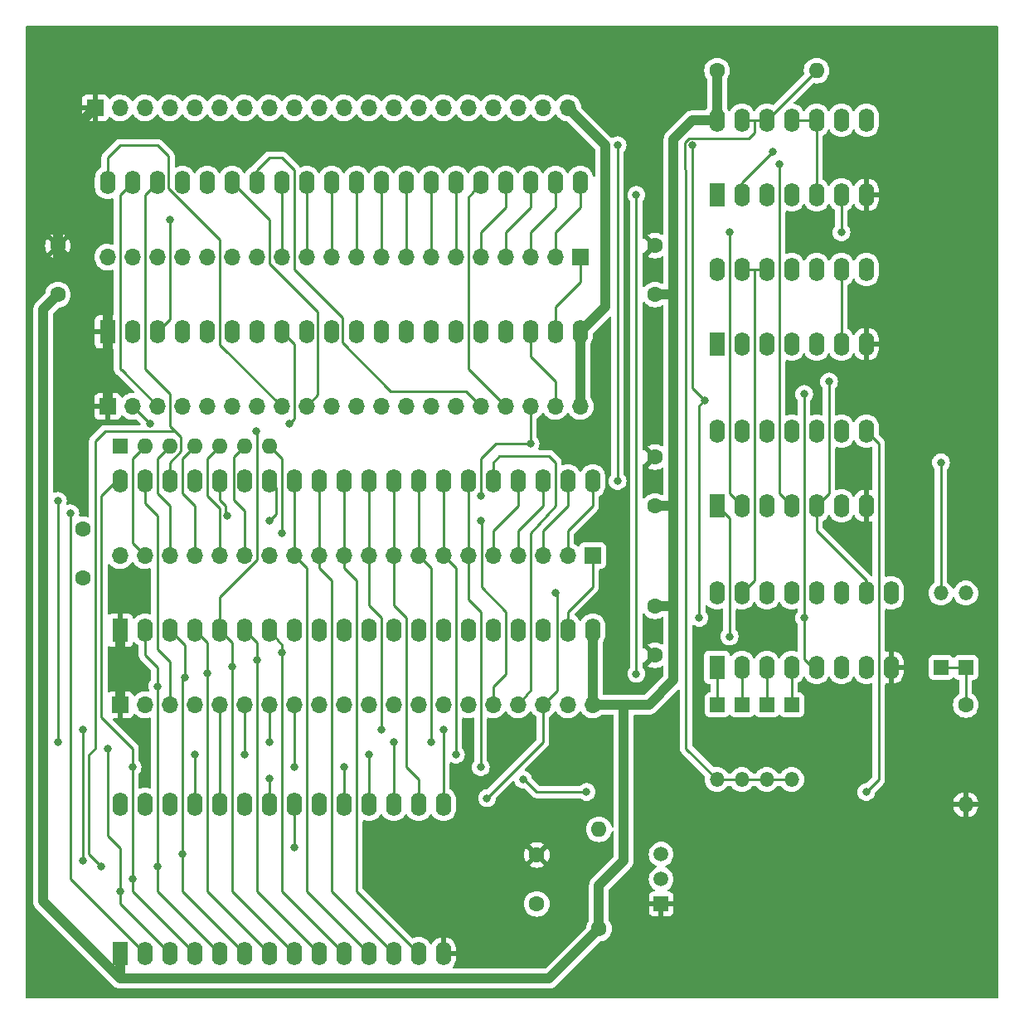
<source format=gbr>
%TF.GenerationSoftware,KiCad,Pcbnew,6.0.4+dfsg-1*%
%TF.CreationDate,2022-04-12T11:54:30+09:30*%
%TF.ProjectId,6530 to 6532 adaptor,36353330-2074-46f2-9036-353332206164,rev?*%
%TF.SameCoordinates,Original*%
%TF.FileFunction,Copper,L2,Bot*%
%TF.FilePolarity,Positive*%
%FSLAX46Y46*%
G04 Gerber Fmt 4.6, Leading zero omitted, Abs format (unit mm)*
G04 Created by KiCad (PCBNEW 6.0.4+dfsg-1) date 2022-04-12 11:54:30*
%MOMM*%
%LPD*%
G01*
G04 APERTURE LIST*
%TA.AperFunction,ComponentPad*%
%ADD10C,1.600000*%
%TD*%
%TA.AperFunction,ComponentPad*%
%ADD11O,1.600000X1.600000*%
%TD*%
%TA.AperFunction,ComponentPad*%
%ADD12R,1.600000X2.400000*%
%TD*%
%TA.AperFunction,ComponentPad*%
%ADD13O,1.600000X2.400000*%
%TD*%
%TA.AperFunction,ComponentPad*%
%ADD14R,1.500000X1.500000*%
%TD*%
%TA.AperFunction,ComponentPad*%
%ADD15O,1.500000X1.500000*%
%TD*%
%TA.AperFunction,ComponentPad*%
%ADD16C,1.500000*%
%TD*%
%TA.AperFunction,ComponentPad*%
%ADD17R,1.600000X1.600000*%
%TD*%
%TA.AperFunction,ComponentPad*%
%ADD18R,1.700000X1.700000*%
%TD*%
%TA.AperFunction,ComponentPad*%
%ADD19O,1.700000X1.700000*%
%TD*%
%TA.AperFunction,ViaPad*%
%ADD20C,0.800000*%
%TD*%
%TA.AperFunction,Conductor*%
%ADD21C,1.000000*%
%TD*%
%TA.AperFunction,Conductor*%
%ADD22C,0.250000*%
%TD*%
G04 APERTURE END LIST*
D10*
%TO.P,R3,1*%
%TO.N,Net-(D5-Pad1)*%
X208280000Y-101600000D03*
D11*
%TO.P,R3,2*%
%TO.N,GND*%
X208280000Y-111760000D03*
%TD*%
D10*
%TO.P,C1,1*%
%TO.N,VCC*%
X176530000Y-81280000D03*
%TO.P,C1,2*%
%TO.N,GND*%
X176530000Y-76280000D03*
%TD*%
D12*
%TO.P,U2,1,Vss*%
%TO.N,GND*%
X120650000Y-63500000D03*
D13*
%TO.P,U2,2,A5*%
%TO.N,/IC5_A5*%
X123190000Y-63500000D03*
%TO.P,U2,3,A4*%
%TO.N,/A4_mod*%
X125730000Y-63500000D03*
%TO.P,U2,4,A3*%
%TO.N,/IC5_A3*%
X128270000Y-63500000D03*
%TO.P,U2,5,A2*%
%TO.N,/IC5_A2*%
X130810000Y-63500000D03*
%TO.P,U2,6,A1*%
%TO.N,/IC5_A1*%
X133350000Y-63500000D03*
%TO.P,U2,7,A0*%
%TO.N,/IC5_A0*%
X135890000Y-63500000D03*
%TO.P,U2,8,PA0*%
%TO.N,/IC5_PA0*%
X138430000Y-63500000D03*
%TO.P,U2,9,PA1*%
%TO.N,/IC5_PA1*%
X140970000Y-63500000D03*
%TO.P,U2,10,PA2*%
%TO.N,/IC5_PA2*%
X143510000Y-63500000D03*
%TO.P,U2,11,PA3*%
%TO.N,/IC5_PA3*%
X146050000Y-63500000D03*
%TO.P,U2,12,PA4*%
%TO.N,/IC5_PA4*%
X148590000Y-63500000D03*
%TO.P,U2,13,PA5*%
%TO.N,/IC5_PA5*%
X151130000Y-63500000D03*
%TO.P,U2,14,PA6*%
%TO.N,/IC5_PA6*%
X153670000Y-63500000D03*
%TO.P,U2,15,PA7*%
%TO.N,/IC5_PA7*%
X156210000Y-63500000D03*
%TO.P,U2,16,PB7*%
%TO.N,unconnected-(U2-Pad16)*%
X158750000Y-63500000D03*
%TO.P,U2,17,PB6*%
%TO.N,unconnected-(U2-Pad17)*%
X161290000Y-63500000D03*
%TO.P,U2,18,PB5*%
%TO.N,/IC5_PB5*%
X163830000Y-63500000D03*
%TO.P,U2,19,PB4*%
%TO.N,/IC5_PB4*%
X166370000Y-63500000D03*
%TO.P,U2,20,Vcc*%
%TO.N,VCC*%
X168910000Y-63500000D03*
%TO.P,U2,21,PB3*%
%TO.N,/IC5_PB3*%
X168910000Y-48260000D03*
%TO.P,U2,22,PB2*%
%TO.N,/IC5_PB2*%
X166370000Y-48260000D03*
%TO.P,U2,23,PB1*%
%TO.N,/IC5_PB1*%
X163830000Y-48260000D03*
%TO.P,U2,24,PB0*%
%TO.N,/IC5_PB0*%
X161290000Y-48260000D03*
%TO.P,U2,25,~IRQ*%
%TO.N,Net-(J1-Pad17)*%
X158750000Y-48260000D03*
%TO.P,U2,26,D7*%
%TO.N,/IC5_D7*%
X156210000Y-48260000D03*
%TO.P,U2,27,D6*%
%TO.N,/IC5_D6*%
X153670000Y-48260000D03*
%TO.P,U2,28,D5*%
%TO.N,/IC5_D5*%
X151130000Y-48260000D03*
%TO.P,U2,29,D4*%
%TO.N,/IC5_D4*%
X148590000Y-48260000D03*
%TO.P,U2,30,D3*%
%TO.N,/IC5_D3*%
X146050000Y-48260000D03*
%TO.P,U2,31,D2*%
%TO.N,/IC5_D2*%
X143510000Y-48260000D03*
%TO.P,U2,32,D1*%
%TO.N,/IC5_D1*%
X140970000Y-48260000D03*
%TO.P,U2,33,D0*%
%TO.N,/IC5_D0*%
X138430000Y-48260000D03*
%TO.P,U2,34,~RES*%
%TO.N,/IC5_RES*%
X135890000Y-48260000D03*
%TO.P,U2,35,R/W*%
%TO.N,/IC5_R{slash}W*%
X133350000Y-48260000D03*
%TO.P,U2,36,~RS*%
%TO.N,/~STACK*%
X130810000Y-48260000D03*
%TO.P,U2,37,~CS2*%
%TO.N,/~IC5*%
X128270000Y-48260000D03*
%TO.P,U2,38,CS1*%
%TO.N,/~RS0*%
X125730000Y-48260000D03*
%TO.P,U2,39,PHI2*%
%TO.N,/IC5_PHI2*%
X123190000Y-48260000D03*
%TO.P,U2,40,A6*%
%TO.N,/IC5_A6*%
X120650000Y-48260000D03*
%TD*%
D10*
%TO.P,R2,1*%
%TO.N,VCC*%
X182880000Y-36830000D03*
D11*
%TO.P,R2,2*%
%TO.N,Net-(D1-Pad2)*%
X193040000Y-36830000D03*
%TD*%
D14*
%TO.P,D5,1,K*%
%TO.N,Net-(D5-Pad1)*%
X208280000Y-97790000D03*
D15*
%TO.P,D5,2,A*%
%TO.N,Net-(D5-Pad2)*%
X208280000Y-90170000D03*
%TD*%
D14*
%TO.P,D6,1,K*%
%TO.N,Net-(D5-Pad1)*%
X205740000Y-97795000D03*
D15*
%TO.P,D6,2,A*%
%TO.N,/~IC6_CS*%
X205740000Y-90175000D03*
%TD*%
D14*
%TO.P,Q1,1,S*%
%TO.N,GND*%
X177165000Y-121920000D03*
D16*
%TO.P,Q1,2,G*%
%TO.N,/RS0*%
X177165000Y-119380000D03*
%TO.P,Q1,3,D*%
%TO.N,/~RS0*%
X177165000Y-116840000D03*
%TD*%
D14*
%TO.P,D2,1,K*%
%TO.N,Net-(D2-Pad1)*%
X185420000Y-101600000D03*
D15*
%TO.P,D2,2,A*%
%TO.N,Net-(D1-Pad2)*%
X185420000Y-109220000D03*
%TD*%
D10*
%TO.P,C6,1*%
%TO.N,VCC*%
X118110000Y-88645000D03*
%TO.P,C6,2*%
%TO.N,GND*%
X118110000Y-83645000D03*
%TD*%
D12*
%TO.P,U4,1,Vss*%
%TO.N,GND*%
X121920000Y-93980000D03*
D13*
%TO.P,U4,2,A5*%
%TO.N,/A5*%
X124460000Y-93980000D03*
%TO.P,U4,3,A4*%
%TO.N,/A4*%
X127000000Y-93980000D03*
%TO.P,U4,4,A3*%
%TO.N,/A3*%
X129540000Y-93980000D03*
%TO.P,U4,5,A2*%
%TO.N,/A2*%
X132080000Y-93980000D03*
%TO.P,U4,6,A1*%
%TO.N,/A1*%
X134620000Y-93980000D03*
%TO.P,U4,7,A0*%
%TO.N,/A0*%
X137160000Y-93980000D03*
%TO.P,U4,8,PA0*%
%TO.N,/IC6_PA0*%
X139700000Y-93980000D03*
%TO.P,U4,9,PA1*%
%TO.N,/IC6_PA1*%
X142240000Y-93980000D03*
%TO.P,U4,10,PA2*%
%TO.N,/IC6_PA2*%
X144780000Y-93980000D03*
%TO.P,U4,11,PA3*%
%TO.N,/IC6_PA3*%
X147320000Y-93980000D03*
%TO.P,U4,12,PA4*%
%TO.N,/IC6_PA4*%
X149860000Y-93980000D03*
%TO.P,U4,13,PA5*%
%TO.N,/IC6_PA5*%
X152400000Y-93980000D03*
%TO.P,U4,14,PA6*%
%TO.N,/IC6_PA6*%
X154940000Y-93980000D03*
%TO.P,U4,15,PA7*%
%TO.N,/IC6_PA7*%
X157480000Y-93980000D03*
%TO.P,U4,16,PB7*%
%TO.N,unconnected-(U4-Pad16)*%
X160020000Y-93980000D03*
%TO.P,U4,17,PB6*%
%TO.N,unconnected-(U4-Pad17)*%
X162560000Y-93980000D03*
%TO.P,U4,18,PB5*%
%TO.N,/IC6_PB5*%
X165100000Y-93980000D03*
%TO.P,U4,19,PB4*%
%TO.N,/IC6_PB4*%
X167640000Y-93980000D03*
%TO.P,U4,20,Vcc*%
%TO.N,VCC*%
X170180000Y-93980000D03*
%TO.P,U4,21,PB3*%
%TO.N,/IC6_PB3*%
X170180000Y-78740000D03*
%TO.P,U4,22,PB2*%
%TO.N,/IC6_PB2*%
X167640000Y-78740000D03*
%TO.P,U4,23,PB1*%
%TO.N,/IC6_PB1*%
X165100000Y-78740000D03*
%TO.P,U4,24,PB0*%
%TO.N,/IC6_PB0*%
X162560000Y-78740000D03*
%TO.P,U4,25,~IRQ*%
%TO.N,Net-(J4-Pad17)*%
X160020000Y-78740000D03*
%TO.P,U4,26,D7*%
%TO.N,/D7*%
X157480000Y-78740000D03*
%TO.P,U4,27,D6*%
%TO.N,/D6*%
X154940000Y-78740000D03*
%TO.P,U4,28,D5*%
%TO.N,/D5*%
X152400000Y-78740000D03*
%TO.P,U4,29,D4*%
%TO.N,/D4*%
X149860000Y-78740000D03*
%TO.P,U4,30,D3*%
%TO.N,/D3*%
X147320000Y-78740000D03*
%TO.P,U4,31,D2*%
%TO.N,/D2*%
X144780000Y-78740000D03*
%TO.P,U4,32,D1*%
%TO.N,/D1*%
X142240000Y-78740000D03*
%TO.P,U4,33,D0*%
%TO.N,/D0*%
X139700000Y-78740000D03*
%TO.P,U4,34,~RES*%
%TO.N,/IC6_RES*%
X137160000Y-78740000D03*
%TO.P,U4,35,R/W*%
%TO.N,/IC6_R{slash}W*%
X134620000Y-78740000D03*
%TO.P,U4,36,~RS*%
%TO.N,/~SCRATCH*%
X132080000Y-78740000D03*
%TO.P,U4,37,~CS2*%
%TO.N,/~IC6*%
X129540000Y-78740000D03*
%TO.P,U4,38,CS1*%
%TO.N,/~RS0*%
X127000000Y-78740000D03*
%TO.P,U4,39,PHI2*%
%TO.N,/IC6_PHI2*%
X124460000Y-78740000D03*
%TO.P,U4,40,A6*%
%TO.N,/A6*%
X121920000Y-78740000D03*
%TD*%
D12*
%TO.P,U6,1*%
%TO.N,Net-(D5-Pad2)*%
X182875000Y-64760000D03*
D13*
%TO.P,U6,2*%
%TO.N,Net-(U6-Pad2)*%
X185415000Y-64760000D03*
%TO.P,U6,3*%
%TO.N,Net-(U6-Pad3)*%
X187955000Y-64760000D03*
%TO.P,U6,4*%
X190495000Y-64760000D03*
%TO.P,U6,5*%
%TO.N,/A2*%
X193035000Y-64760000D03*
%TO.P,U6,6*%
%TO.N,Net-(U6-Pad6)*%
X195575000Y-64760000D03*
%TO.P,U6,7,GND*%
%TO.N,GND*%
X198115000Y-64760000D03*
%TO.P,U6,8*%
%TO.N,/A4_mod*%
X198115000Y-57140000D03*
%TO.P,U6,9*%
%TO.N,Net-(U6-Pad6)*%
X195575000Y-57140000D03*
%TO.P,U6,10*%
%TO.N,Net-(U6-Pad10)*%
X193035000Y-57140000D03*
%TO.P,U6,11*%
X190495000Y-57140000D03*
%TO.P,U6,12*%
%TO.N,/A4*%
X187955000Y-57140000D03*
%TO.P,U6,13*%
X185415000Y-57140000D03*
%TO.P,U6,14,VCC*%
%TO.N,VCC*%
X182875000Y-57140000D03*
%TD*%
D10*
%TO.P,C5,1*%
%TO.N,VCC*%
X176530000Y-59690000D03*
%TO.P,C5,2*%
%TO.N,GND*%
X176530000Y-54690000D03*
%TD*%
D12*
%TO.P,U10,1*%
%TO.N,/A8*%
X182875000Y-49520000D03*
D13*
%TO.P,U10,2*%
X185415000Y-49520000D03*
%TO.P,U10,3*%
%TO.N,Net-(U10-Pad3)*%
X187955000Y-49520000D03*
%TO.P,U10,4*%
X190495000Y-49520000D03*
%TO.P,U10,5*%
%TO.N,Net-(U10-Pad10)*%
X193035000Y-49520000D03*
%TO.P,U10,6*%
%TO.N,/~SCRATCH*%
X195575000Y-49520000D03*
%TO.P,U10,7,GND*%
%TO.N,GND*%
X198115000Y-49520000D03*
%TO.P,U10,8*%
%TO.N,/~STACK*%
X198115000Y-41900000D03*
%TO.P,U10,9*%
%TO.N,/A8*%
X195575000Y-41900000D03*
%TO.P,U10,10*%
%TO.N,Net-(U10-Pad10)*%
X193035000Y-41900000D03*
%TO.P,U10,11*%
X190495000Y-41900000D03*
%TO.P,U10,12*%
%TO.N,Net-(D1-Pad2)*%
X187955000Y-41900000D03*
%TO.P,U10,13*%
X185415000Y-41900000D03*
%TO.P,U10,14,VCC*%
%TO.N,VCC*%
X182875000Y-41900000D03*
%TD*%
D14*
%TO.P,D1,1,K*%
%TO.N,Net-(D1-Pad1)*%
X182880000Y-101595000D03*
D15*
%TO.P,D1,2,A*%
%TO.N,Net-(D1-Pad2)*%
X182880000Y-109215000D03*
%TD*%
D10*
%TO.P,C3,1*%
%TO.N,VCC*%
X176530000Y-91520000D03*
%TO.P,C3,2*%
%TO.N,GND*%
X176530000Y-96520000D03*
%TD*%
%TO.P,C4,1*%
%TO.N,VCC*%
X115570000Y-59715000D03*
%TO.P,C4,2*%
%TO.N,GND*%
X115570000Y-54715000D03*
%TD*%
D12*
%TO.P,U8,1,VPP*%
%TO.N,VCC*%
X121920000Y-127000000D03*
D13*
%TO.P,U8,2,A12*%
%TO.N,/~IC5_CS*%
X124460000Y-127000000D03*
%TO.P,U8,3,A7*%
%TO.N,/A7*%
X127000000Y-127000000D03*
%TO.P,U8,4,A6*%
%TO.N,/A6*%
X129540000Y-127000000D03*
%TO.P,U8,5,A5*%
%TO.N,/A5*%
X132080000Y-127000000D03*
%TO.P,U8,6,A4*%
%TO.N,/A4*%
X134620000Y-127000000D03*
%TO.P,U8,7,A3*%
%TO.N,/A3*%
X137160000Y-127000000D03*
%TO.P,U8,8,A2*%
%TO.N,/A2*%
X139700000Y-127000000D03*
%TO.P,U8,9,A1*%
%TO.N,/A1*%
X142240000Y-127000000D03*
%TO.P,U8,10,A0*%
%TO.N,/A0*%
X144780000Y-127000000D03*
%TO.P,U8,11,D0*%
%TO.N,/D0*%
X147320000Y-127000000D03*
%TO.P,U8,12,D1*%
%TO.N,/D1*%
X149860000Y-127000000D03*
%TO.P,U8,13,D2*%
%TO.N,/D2*%
X152400000Y-127000000D03*
%TO.P,U8,14,GND*%
%TO.N,GND*%
X154940000Y-127000000D03*
%TO.P,U8,15,D3*%
%TO.N,/D3*%
X154940000Y-111760000D03*
%TO.P,U8,16,D4*%
%TO.N,/D4*%
X152400000Y-111760000D03*
%TO.P,U8,17,D5*%
%TO.N,/D5*%
X149860000Y-111760000D03*
%TO.P,U8,18,D6*%
%TO.N,/D6*%
X147320000Y-111760000D03*
%TO.P,U8,19,D7*%
%TO.N,/D7*%
X144780000Y-111760000D03*
%TO.P,U8,20,~{CE}*%
%TO.N,/~RS0*%
X142240000Y-111760000D03*
%TO.P,U8,21,A10*%
%TO.N,/~IC3_CS*%
X139700000Y-111760000D03*
%TO.P,U8,22,~{OE}*%
%TO.N,Net-(U7-Pad8)*%
X137160000Y-111760000D03*
%TO.P,U8,23,A11*%
%TO.N,/~IC6_CS*%
X134620000Y-111760000D03*
%TO.P,U8,24,A9*%
%TO.N,/A9*%
X132080000Y-111760000D03*
%TO.P,U8,25,A8*%
%TO.N,/A8*%
X129540000Y-111760000D03*
%TO.P,U8,26,NC*%
%TO.N,unconnected-(U8-Pad26)*%
X127000000Y-111760000D03*
%TO.P,U8,27,~{PGM}*%
%TO.N,VCC*%
X124460000Y-111760000D03*
%TO.P,U8,28,VCC*%
X121920000Y-111760000D03*
%TD*%
D17*
%TO.P,RN1,1,common*%
%TO.N,VCC*%
X121920000Y-75184000D03*
D11*
%TO.P,RN1,2,R1*%
%TO.N,/IC6_PA2*%
X124460000Y-75184000D03*
%TO.P,RN1,3,R2*%
%TO.N,/IC6_PA3*%
X127000000Y-75184000D03*
%TO.P,RN1,4,R3*%
%TO.N,/IC6_PA4*%
X129540000Y-75184000D03*
%TO.P,RN1,5,R4*%
%TO.N,/IC6_PA5*%
X132080000Y-75184000D03*
%TO.P,RN1,6,R5*%
%TO.N,/IC6_PA6*%
X134620000Y-75184000D03*
%TO.P,RN1,7,R6*%
%TO.N,/IC6_PB5*%
X137160000Y-75184000D03*
%TD*%
D12*
%TO.P,U9,1,0*%
%TO.N,Net-(D1-Pad1)*%
X182870000Y-97775000D03*
D13*
%TO.P,U9,2,1*%
%TO.N,Net-(D2-Pad1)*%
X185410000Y-97775000D03*
%TO.P,U9,3,2*%
%TO.N,Net-(D3-Pad1)*%
X187950000Y-97775000D03*
%TO.P,U9,4,3*%
%TO.N,Net-(D4-Pad1)*%
X190490000Y-97775000D03*
%TO.P,U9,5,4*%
%TO.N,Net-(D5-Pad2)*%
X193030000Y-97775000D03*
%TO.P,U9,6,5*%
%TO.N,unconnected-(U9-Pad6)*%
X195570000Y-97775000D03*
%TO.P,U9,7,6*%
%TO.N,unconnected-(U9-Pad7)*%
X198110000Y-97775000D03*
%TO.P,U9,8,GND*%
%TO.N,GND*%
X200650000Y-97775000D03*
%TO.P,U9,9,7*%
%TO.N,unconnected-(U9-Pad9)*%
X200650000Y-90155000D03*
%TO.P,U9,10,8*%
%TO.N,Net-(U6-Pad2)*%
X198110000Y-90155000D03*
%TO.P,U9,11,9*%
%TO.N,unconnected-(U9-Pad11)*%
X195570000Y-90155000D03*
%TO.P,U9,12,A3*%
%TO.N,/A7*%
X193030000Y-90155000D03*
%TO.P,U9,13,A2*%
%TO.N,/A6*%
X190490000Y-90155000D03*
%TO.P,U9,14,A1*%
%TO.N,/A5*%
X187950000Y-90155000D03*
%TO.P,U9,15,A0*%
%TO.N,/A4*%
X185410000Y-90155000D03*
%TO.P,U9,16,VCC*%
%TO.N,VCC*%
X182870000Y-90155000D03*
%TD*%
D14*
%TO.P,D4,1,K*%
%TO.N,Net-(D4-Pad1)*%
X190500000Y-101595000D03*
D15*
%TO.P,D4,2,A*%
%TO.N,Net-(D1-Pad2)*%
X190500000Y-109215000D03*
%TD*%
D10*
%TO.P,C2,1*%
%TO.N,VCC*%
X164465000Y-121920000D03*
%TO.P,C2,2*%
%TO.N,GND*%
X164465000Y-116920000D03*
%TD*%
D14*
%TO.P,D3,1,K*%
%TO.N,Net-(D3-Pad1)*%
X187960000Y-101595000D03*
D15*
%TO.P,D3,2,A*%
%TO.N,Net-(D1-Pad2)*%
X187960000Y-109215000D03*
%TD*%
D10*
%TO.P,R1,1*%
%TO.N,VCC*%
X170815000Y-124460000D03*
D11*
%TO.P,R1,2*%
%TO.N,/~RS0*%
X170815000Y-114300000D03*
%TD*%
D12*
%TO.P,U7,1*%
%TO.N,Net-(D5-Pad1)*%
X182875000Y-81270000D03*
D13*
%TO.P,U7,2*%
%TO.N,/~SCRATCH*%
X185415000Y-81270000D03*
%TO.P,U7,3*%
%TO.N,VCC*%
X187955000Y-81270000D03*
%TO.P,U7,4*%
%TO.N,/~STACK*%
X190495000Y-81270000D03*
%TO.P,U7,5*%
%TO.N,Net-(U6-Pad2)*%
X193035000Y-81270000D03*
%TO.P,U7,6*%
%TO.N,/~IC5*%
X195575000Y-81270000D03*
%TO.P,U7,7,GND*%
%TO.N,GND*%
X198115000Y-81270000D03*
%TO.P,U7,8*%
%TO.N,Net-(U7-Pad8)*%
X198115000Y-73650000D03*
%TO.P,U7,9*%
%TO.N,/~IC3_CS*%
X195575000Y-73650000D03*
%TO.P,U7,10*%
%TO.N,/~IC6_CS*%
X193035000Y-73650000D03*
%TO.P,U7,11*%
%TO.N,/~IC5_CS*%
X190495000Y-73650000D03*
%TO.P,U7,12*%
%TO.N,/~IC6*%
X187955000Y-73650000D03*
%TO.P,U7,13*%
%TO.N,VCC*%
X185415000Y-73650000D03*
%TO.P,U7,14,VCC*%
X182875000Y-73650000D03*
%TD*%
D18*
%TO.P,J5,1,Pin_1*%
%TO.N,/IC6_PB4*%
X170170000Y-86355000D03*
D19*
%TO.P,J5,2,Pin_2*%
%TO.N,/IC6_PB3*%
X167630000Y-86355000D03*
%TO.P,J5,3,Pin_3*%
%TO.N,/IC6_PB2*%
X165090000Y-86355000D03*
%TO.P,J5,4,Pin_4*%
%TO.N,/IC6_PB1*%
X162550000Y-86355000D03*
%TO.P,J5,5,Pin_5*%
%TO.N,/IC6_PB0*%
X160010000Y-86355000D03*
%TO.P,J5,6,Pin_6*%
%TO.N,/D7*%
X157470000Y-86355000D03*
%TO.P,J5,7,Pin_7*%
%TO.N,/D6*%
X154930000Y-86355000D03*
%TO.P,J5,8,Pin_8*%
%TO.N,/D5*%
X152390000Y-86355000D03*
%TO.P,J5,9,Pin_9*%
%TO.N,/D4*%
X149850000Y-86355000D03*
%TO.P,J5,10,Pin_10*%
%TO.N,/D3*%
X147310000Y-86355000D03*
%TO.P,J5,11,Pin_11*%
%TO.N,/D2*%
X144770000Y-86355000D03*
%TO.P,J5,12,Pin_12*%
%TO.N,/D1*%
X142230000Y-86355000D03*
%TO.P,J5,13,Pin_13*%
%TO.N,/D0*%
X139690000Y-86355000D03*
%TO.P,J5,14,Pin_14*%
%TO.N,/IC6_PA7*%
X137150000Y-86355000D03*
%TO.P,J5,15,Pin_15*%
%TO.N,/IC6_PA6*%
X134610000Y-86355000D03*
%TO.P,J5,16,Pin_16*%
%TO.N,/IC6_PA5*%
X132070000Y-86355000D03*
%TO.P,J5,17,Pin_17*%
%TO.N,/IC6_PA4*%
X129530000Y-86355000D03*
%TO.P,J5,18,Pin_18*%
%TO.N,/IC6_PA3*%
X126990000Y-86355000D03*
%TO.P,J5,19,Pin_19*%
%TO.N,/IC6_PA2*%
X124450000Y-86355000D03*
%TO.P,J5,20,Pin_20*%
%TO.N,/IC6_PA1*%
X121910000Y-86355000D03*
%TD*%
D18*
%TO.P,J1,1,Pin_1*%
%TO.N,GND*%
X120650000Y-71120000D03*
D19*
%TO.P,J1,2,Pin_2*%
%TO.N,/IC5_PA0*%
X123190000Y-71120000D03*
%TO.P,J1,3,Pin_3*%
%TO.N,/IC5_PHI2*%
X125730000Y-71120000D03*
%TO.P,J1,4,Pin_4*%
%TO.N,unconnected-(J1-Pad4)*%
X128270000Y-71120000D03*
%TO.P,J1,5,Pin_5*%
%TO.N,unconnected-(J1-Pad5)*%
X130810000Y-71120000D03*
%TO.P,J1,6,Pin_6*%
%TO.N,unconnected-(J1-Pad6)*%
X133350000Y-71120000D03*
%TO.P,J1,7,Pin_7*%
%TO.N,unconnected-(J1-Pad7)*%
X135890000Y-71120000D03*
%TO.P,J1,8,Pin_8*%
%TO.N,/IC5_A6*%
X138430000Y-71120000D03*
%TO.P,J1,9,Pin_9*%
%TO.N,/IC5_R{slash}W*%
X140970000Y-71120000D03*
%TO.P,J1,10,Pin_10*%
%TO.N,/IC5_A5*%
X143510000Y-71120000D03*
%TO.P,J1,11,Pin_11*%
%TO.N,/IC5_A4*%
X146050000Y-71120000D03*
%TO.P,J1,12,Pin_12*%
%TO.N,/IC5_A3*%
X148590000Y-71120000D03*
%TO.P,J1,13,Pin_13*%
%TO.N,/IC5_A2*%
X151130000Y-71120000D03*
%TO.P,J1,14,Pin_14*%
%TO.N,/IC5_A1*%
X153670000Y-71120000D03*
%TO.P,J1,15,Pin_15*%
%TO.N,/IC5_A0*%
X156210000Y-71120000D03*
%TO.P,J1,16,Pin_16*%
%TO.N,/IC5_RES*%
X158750000Y-71120000D03*
%TO.P,J1,17,Pin_17*%
%TO.N,Net-(J1-Pad17)*%
X161290000Y-71120000D03*
%TO.P,J1,18,Pin_18*%
%TO.N,/~IC5_CS*%
X163830000Y-71120000D03*
%TO.P,J1,19,Pin_19*%
%TO.N,/IC5_PB5*%
X166370000Y-71120000D03*
%TO.P,J1,20,Pin_20*%
%TO.N,VCC*%
X168910000Y-71120000D03*
%TD*%
D18*
%TO.P,J2,1,Pin_1*%
%TO.N,/IC5_PB4*%
X168910000Y-55880000D03*
D19*
%TO.P,J2,2,Pin_2*%
%TO.N,/IC5_PB3*%
X166370000Y-55880000D03*
%TO.P,J2,3,Pin_3*%
%TO.N,/IC5_PB2*%
X163830000Y-55880000D03*
%TO.P,J2,4,Pin_4*%
%TO.N,/IC5_PB1*%
X161290000Y-55880000D03*
%TO.P,J2,5,Pin_5*%
%TO.N,/IC5_PB0*%
X158750000Y-55880000D03*
%TO.P,J2,6,Pin_6*%
%TO.N,/IC5_D7*%
X156210000Y-55880000D03*
%TO.P,J2,7,Pin_7*%
%TO.N,/IC5_D6*%
X153670000Y-55880000D03*
%TO.P,J2,8,Pin_8*%
%TO.N,/IC5_D5*%
X151130000Y-55880000D03*
%TO.P,J2,9,Pin_9*%
%TO.N,/IC5_D4*%
X148590000Y-55880000D03*
%TO.P,J2,10,Pin_10*%
%TO.N,/IC5_D3*%
X146050000Y-55880000D03*
%TO.P,J2,11,Pin_11*%
%TO.N,/IC5_D2*%
X143510000Y-55880000D03*
%TO.P,J2,12,Pin_12*%
%TO.N,/IC5_D1*%
X140970000Y-55880000D03*
%TO.P,J2,13,Pin_13*%
%TO.N,/IC5_D0*%
X138430000Y-55880000D03*
%TO.P,J2,14,Pin_14*%
%TO.N,/IC5_PA7*%
X135890000Y-55880000D03*
%TO.P,J2,15,Pin_15*%
%TO.N,/IC5_PA6*%
X133350000Y-55880000D03*
%TO.P,J2,16,Pin_16*%
%TO.N,/IC5_PA5*%
X130810000Y-55880000D03*
%TO.P,J2,17,Pin_17*%
%TO.N,/IC5_PA4*%
X128270000Y-55880000D03*
%TO.P,J2,18,Pin_18*%
%TO.N,/IC5_PA3*%
X125730000Y-55880000D03*
%TO.P,J2,19,Pin_19*%
%TO.N,/IC5_PA2*%
X123190000Y-55880000D03*
%TO.P,J2,20,Pin_20*%
%TO.N,/IC5_PA1*%
X120650000Y-55880000D03*
%TD*%
D18*
%TO.P,J3,1,Pin_1*%
%TO.N,GND*%
X119380000Y-40640000D03*
D19*
%TO.P,J3,2,Pin_2*%
%TO.N,unconnected-(J3-Pad2)*%
X121920000Y-40640000D03*
%TO.P,J3,3,Pin_3*%
%TO.N,unconnected-(J3-Pad3)*%
X124460000Y-40640000D03*
%TO.P,J3,4,Pin_4*%
%TO.N,unconnected-(J3-Pad4)*%
X127000000Y-40640000D03*
%TO.P,J3,5,Pin_5*%
%TO.N,unconnected-(J3-Pad5)*%
X129540000Y-40640000D03*
%TO.P,J3,6,Pin_6*%
%TO.N,unconnected-(J3-Pad6)*%
X132080000Y-40640000D03*
%TO.P,J3,7,Pin_7*%
%TO.N,unconnected-(J3-Pad7)*%
X134620000Y-40640000D03*
%TO.P,J3,8,Pin_8*%
%TO.N,unconnected-(J3-Pad8)*%
X137160000Y-40640000D03*
%TO.P,J3,9,Pin_9*%
%TO.N,unconnected-(J3-Pad9)*%
X139700000Y-40640000D03*
%TO.P,J3,10,Pin_10*%
%TO.N,unconnected-(J3-Pad10)*%
X142240000Y-40640000D03*
%TO.P,J3,11,Pin_11*%
%TO.N,unconnected-(J3-Pad11)*%
X144780000Y-40640000D03*
%TO.P,J3,12,Pin_12*%
%TO.N,unconnected-(J3-Pad12)*%
X147320000Y-40640000D03*
%TO.P,J3,13,Pin_13*%
%TO.N,unconnected-(J3-Pad13)*%
X149860000Y-40640000D03*
%TO.P,J3,14,Pin_14*%
%TO.N,unconnected-(J3-Pad14)*%
X152400000Y-40640000D03*
%TO.P,J3,15,Pin_15*%
%TO.N,unconnected-(J3-Pad15)*%
X154940000Y-40640000D03*
%TO.P,J3,16,Pin_16*%
%TO.N,unconnected-(J3-Pad16)*%
X157480000Y-40640000D03*
%TO.P,J3,17,Pin_17*%
%TO.N,unconnected-(J3-Pad17)*%
X160020000Y-40640000D03*
%TO.P,J3,18,Pin_18*%
%TO.N,/~IC3_CS*%
X162560000Y-40640000D03*
%TO.P,J3,19,Pin_19*%
%TO.N,unconnected-(J3-Pad19)*%
X165100000Y-40640000D03*
%TO.P,J3,20,Pin_20*%
%TO.N,VCC*%
X167640000Y-40640000D03*
%TD*%
D18*
%TO.P,J4,1,Pin_1*%
%TO.N,GND*%
X121920000Y-101600000D03*
D19*
%TO.P,J4,2,Pin_2*%
%TO.N,/IC6_PA0*%
X124460000Y-101600000D03*
%TO.P,J4,3,Pin_3*%
%TO.N,/IC6_PHI2*%
X127000000Y-101600000D03*
%TO.P,J4,4,Pin_4*%
%TO.N,/RS0*%
X129540000Y-101600000D03*
%TO.P,J4,5,Pin_5*%
%TO.N,/A9*%
X132080000Y-101600000D03*
%TO.P,J4,6,Pin_6*%
%TO.N,/A8*%
X134620000Y-101600000D03*
%TO.P,J4,7,Pin_7*%
%TO.N,/A7*%
X137160000Y-101600000D03*
%TO.P,J4,8,Pin_8*%
%TO.N,/A6*%
X139700000Y-101600000D03*
%TO.P,J4,9,Pin_9*%
%TO.N,/IC6_R{slash}W*%
X142240000Y-101600000D03*
%TO.P,J4,10,Pin_10*%
%TO.N,/A5*%
X144780000Y-101600000D03*
%TO.P,J4,11,Pin_11*%
%TO.N,/A4*%
X147320000Y-101600000D03*
%TO.P,J4,12,Pin_12*%
%TO.N,/A3*%
X149860000Y-101600000D03*
%TO.P,J4,13,Pin_13*%
%TO.N,/A2*%
X152400000Y-101600000D03*
%TO.P,J4,14,Pin_14*%
%TO.N,/A1*%
X154940000Y-101600000D03*
%TO.P,J4,15,Pin_15*%
%TO.N,/A0*%
X157480000Y-101600000D03*
%TO.P,J4,16,Pin_16*%
%TO.N,/IC6_RES*%
X160020000Y-101600000D03*
%TO.P,J4,17,Pin_17*%
%TO.N,Net-(J4-Pad17)*%
X162560000Y-101600000D03*
%TO.P,J4,18,Pin_18*%
%TO.N,/~IC6_CS*%
X165100000Y-101600000D03*
%TO.P,J4,19,Pin_19*%
%TO.N,/IC6_PB5*%
X167640000Y-101600000D03*
%TO.P,J4,20,Pin_20*%
%TO.N,VCC*%
X170180000Y-101600000D03*
%TD*%
D20*
%TO.N,VCC*%
X114070489Y-88670489D03*
X178435000Y-83820000D03*
X114070489Y-111530489D03*
X178435000Y-76200000D03*
X178435000Y-90170000D03*
X178435000Y-57150000D03*
X114070489Y-74397511D03*
%TO.N,GND*%
X176530000Y-72390000D03*
X176530000Y-63500000D03*
%TO.N,Net-(D5-Pad1)*%
X184150000Y-94615000D03*
%TO.N,Net-(D5-Pad2)*%
X191770000Y-69850000D03*
X191770000Y-92710000D03*
%TO.N,/~IC6_CS*%
X205740000Y-76835000D03*
X166370000Y-90170000D03*
X159385000Y-111125000D03*
%TO.N,/RS0*%
X118110000Y-104140000D03*
X118110000Y-117475000D03*
%TO.N,/~RS0*%
X120015000Y-118110000D03*
%TO.N,/IC5_PA0*%
X124968000Y-72898000D03*
X139192000Y-72898000D03*
%TO.N,/A8*%
X174625000Y-98425000D03*
X129540000Y-106680000D03*
X174625000Y-49530000D03*
X134620000Y-106680000D03*
X188595000Y-45085000D03*
%TO.N,/A7*%
X121920000Y-120650000D03*
X137160000Y-105410000D03*
X120650000Y-106045000D03*
%TO.N,/A6*%
X123190000Y-119380000D03*
X123190000Y-107950000D03*
X139700000Y-107950000D03*
%TO.N,/A5*%
X125730000Y-118110000D03*
X125730000Y-99695000D03*
%TO.N,/A4*%
X128270000Y-116840000D03*
X128524000Y-98806000D03*
%TO.N,/A3*%
X130810000Y-98335500D03*
%TO.N,/A2*%
X133350000Y-97700500D03*
X135852511Y-73622511D03*
%TO.N,/A1*%
X135890000Y-97028000D03*
%TO.N,/A0*%
X138430000Y-96285020D03*
%TO.N,/~IC5_CS*%
X158749480Y-80264520D03*
X163830000Y-74930000D03*
X116840000Y-82042000D03*
%TO.N,/D7*%
X158750000Y-107950000D03*
X144780000Y-107950000D03*
%TO.N,/D6*%
X147320000Y-106680000D03*
X156210000Y-106680000D03*
%TO.N,/D5*%
X149860000Y-105410000D03*
X153670000Y-105410000D03*
%TO.N,/D3*%
X154940000Y-104140000D03*
X148590000Y-104140000D03*
%TO.N,/A4_mod*%
X127000000Y-52070000D03*
%TO.N,/~STACK*%
X189230000Y-46355000D03*
%TO.N,/~IC5*%
X172720000Y-44450000D03*
X172720000Y-78740000D03*
%TO.N,/IC6_PB5*%
X138430000Y-84074000D03*
%TO.N,/~SCRATCH*%
X132842000Y-82296000D03*
X184150000Y-53340000D03*
X195580000Y-53340000D03*
%TO.N,/~IC3_CS*%
X181064500Y-92710000D03*
X180340000Y-44450000D03*
X181610000Y-70485000D03*
X139700000Y-116115500D03*
%TO.N,Net-(U6-Pad2)*%
X194310000Y-68580000D03*
%TO.N,/IC6_R{slash}W*%
X115570000Y-105410000D03*
X115570000Y-80772000D03*
%TO.N,/IC6_RES*%
X137160000Y-82804000D03*
X158750000Y-82804000D03*
%TO.N,Net-(U7-Pad8)*%
X169545000Y-110490000D03*
X137160000Y-109130500D03*
X163068000Y-109220000D03*
X198120000Y-110490000D03*
%TD*%
D21*
%TO.N,VCC*%
X178435000Y-91440000D02*
X178435000Y-90170000D01*
X114070489Y-61214511D02*
X115570000Y-59715000D01*
X171450000Y-60960000D02*
X171450000Y-44455000D01*
X170175000Y-93985000D02*
X170180000Y-93980000D01*
X114070489Y-73635511D02*
X114070489Y-61214511D01*
X168910000Y-63500000D02*
X168910000Y-71070000D01*
X114070489Y-111530489D02*
X114070489Y-88670489D01*
X178435000Y-81280000D02*
X178435000Y-90170000D01*
X121920000Y-129540000D02*
X114070489Y-121690489D01*
X173355000Y-117475000D02*
X173355000Y-101600000D01*
X114070489Y-74397511D02*
X114070489Y-73635511D01*
X114070489Y-121690489D02*
X114070489Y-121055489D01*
X178435000Y-43815000D02*
X178435000Y-57150000D01*
X182875000Y-41900000D02*
X180350000Y-41900000D01*
X176530000Y-91520000D02*
X178355000Y-91520000D01*
X182875000Y-36835000D02*
X182880000Y-36830000D01*
X173355000Y-101600000D02*
X173380000Y-101575000D01*
X176530000Y-59690000D02*
X178435000Y-59690000D01*
X178435000Y-99060000D02*
X178435000Y-91440000D01*
X165735000Y-129540000D02*
X121920000Y-129540000D01*
X178355000Y-91520000D02*
X178435000Y-91440000D01*
X170175000Y-101575000D02*
X173380000Y-101575000D01*
X168910000Y-63500000D02*
X171450000Y-60960000D01*
X170815000Y-124460000D02*
X170815000Y-120015000D01*
X121920000Y-127000000D02*
X121920000Y-129540000D01*
X178435000Y-76200000D02*
X178435000Y-81280000D01*
X114070489Y-121055489D02*
X114070489Y-111530489D01*
X114070489Y-88670489D02*
X114070489Y-74397511D01*
X170815000Y-120015000D02*
X173355000Y-117475000D01*
X171450000Y-44455000D02*
X167640000Y-40645000D01*
X170175000Y-101575000D02*
X170175000Y-93985000D01*
X178435000Y-59690000D02*
X178435000Y-76200000D01*
X176530000Y-81280000D02*
X178435000Y-81280000D01*
X173380000Y-101575000D02*
X175920000Y-101575000D01*
X175920000Y-101575000D02*
X178435000Y-99060000D01*
X182875000Y-41900000D02*
X182875000Y-36835000D01*
X170815000Y-124460000D02*
X165735000Y-129540000D01*
X180350000Y-41900000D02*
X178435000Y-43815000D01*
X178435000Y-57150000D02*
X178435000Y-59690000D01*
%TO.N,GND*%
X120650000Y-63500000D02*
X120650000Y-60960000D01*
X119380000Y-40645000D02*
X115570000Y-44455000D01*
X115570000Y-44455000D02*
X115570000Y-54715000D01*
X121920000Y-93980000D02*
X121920000Y-101570000D01*
X115570000Y-55880000D02*
X115570000Y-54715000D01*
X120650000Y-60960000D02*
X115570000Y-55880000D01*
X121920000Y-101570000D02*
X121915000Y-101575000D01*
X120650000Y-63500000D02*
X120650000Y-71070000D01*
D22*
%TO.N,Net-(D1-Pad1)*%
X182870000Y-97775000D02*
X182870000Y-101585000D01*
X182870000Y-101585000D02*
X182880000Y-101595000D01*
%TO.N,Net-(D1-Pad2)*%
X179615489Y-46900489D02*
X179615489Y-44149897D01*
X186680000Y-41900000D02*
X185415000Y-41900000D01*
X185420000Y-109215000D02*
X182880000Y-109215000D01*
X186690000Y-41910000D02*
X186700000Y-41900000D01*
X185415000Y-41900000D02*
X186700000Y-41900000D01*
X193040000Y-36830000D02*
X187970000Y-41900000D01*
X180039897Y-43725489D02*
X186144511Y-43725489D01*
X182880000Y-109215000D02*
X179705000Y-106045000D01*
X179705000Y-106045000D02*
X179705000Y-46990000D01*
X186144511Y-43725489D02*
X186690000Y-43180000D01*
X179705000Y-46990000D02*
X179615489Y-46900489D01*
X187970000Y-41900000D02*
X187955000Y-41900000D01*
X179615489Y-44149897D02*
X180039897Y-43725489D01*
X187960000Y-109215000D02*
X185420000Y-109215000D01*
X186690000Y-41910000D02*
X186680000Y-41900000D01*
X190500000Y-109215000D02*
X187960000Y-109215000D01*
X186690000Y-43180000D02*
X186690000Y-41910000D01*
X186700000Y-41900000D02*
X187955000Y-41900000D01*
%TO.N,Net-(D2-Pad1)*%
X185410000Y-101585000D02*
X185420000Y-101595000D01*
X185410000Y-97775000D02*
X185410000Y-101585000D01*
%TO.N,Net-(D3-Pad1)*%
X187950000Y-101585000D02*
X187960000Y-101595000D01*
X187950000Y-97775000D02*
X187950000Y-101585000D01*
%TO.N,Net-(D4-Pad1)*%
X190490000Y-101585000D02*
X190500000Y-101595000D01*
X190490000Y-97775000D02*
X190490000Y-101585000D01*
%TO.N,Net-(D5-Pad1)*%
X208280000Y-101600000D02*
X208280000Y-97790000D01*
X184150000Y-82545000D02*
X182875000Y-81270000D01*
X208280000Y-97790000D02*
X205740000Y-97795000D01*
X184150000Y-94615000D02*
X184150000Y-82545000D01*
%TO.N,Net-(D5-Pad2)*%
X191770000Y-96915000D02*
X191770000Y-69850000D01*
X192630000Y-97775000D02*
X191770000Y-96915000D01*
X193030000Y-97775000D02*
X192630000Y-97775000D01*
%TO.N,/~IC6_CS*%
X166510480Y-100159520D02*
X166510480Y-90310480D01*
X205740000Y-90175000D02*
X205740000Y-76835000D01*
X166510480Y-90310480D02*
X166370000Y-90170000D01*
X165095000Y-101575000D02*
X166510480Y-100159520D01*
X165095000Y-105415000D02*
X165095000Y-101575000D01*
X159385000Y-111125000D02*
X165095000Y-105415000D01*
%TO.N,/RS0*%
X118110000Y-117475000D02*
X118110000Y-104140000D01*
%TO.N,/~RS0*%
X118745000Y-106680000D02*
X119380000Y-106045000D01*
X127000000Y-76835000D02*
X128124511Y-75710489D01*
X119380000Y-106045000D02*
X119380000Y-74676000D01*
X118745000Y-116840000D02*
X118745000Y-106680000D01*
X120015000Y-118110000D02*
X118745000Y-116840000D01*
X124460000Y-49530000D02*
X124460000Y-67310000D01*
X120396000Y-73660000D02*
X127508000Y-73660000D01*
X124460000Y-67310000D02*
X127000000Y-69850000D01*
X127508000Y-73660000D02*
X127000000Y-73152000D01*
X125730000Y-48260000D02*
X124460000Y-49530000D01*
X127000000Y-76835000D02*
X127000000Y-78740000D01*
X128124511Y-75710489D02*
X128124511Y-74276511D01*
X127000000Y-73152000D02*
X127000000Y-69850000D01*
X119380000Y-74676000D02*
X120396000Y-73660000D01*
X128124511Y-74276511D02*
X127508000Y-73660000D01*
%TO.N,/IC5_PA0*%
X139700000Y-72390000D02*
X139700000Y-64770000D01*
X139192000Y-72898000D02*
X139700000Y-72390000D01*
X123190000Y-71070000D02*
X124968000Y-72898000D01*
X139700000Y-64770000D02*
X138430000Y-63500000D01*
%TO.N,/A9*%
X132080000Y-111760000D02*
X132080000Y-101580000D01*
%TO.N,/A8*%
X134615000Y-106675000D02*
X134615000Y-101575000D01*
X129540000Y-111760000D02*
X129540000Y-106680000D01*
X185415000Y-48265000D02*
X188595000Y-45085000D01*
X185415000Y-49520000D02*
X185415000Y-48265000D01*
X174625000Y-98425000D02*
X174625000Y-49530000D01*
X134620000Y-106680000D02*
X134615000Y-106675000D01*
%TO.N,/A7*%
X121920000Y-116205000D02*
X121920000Y-120650000D01*
X121920000Y-121285000D02*
X121920000Y-120650000D01*
X137155000Y-105405000D02*
X137155000Y-101575000D01*
X137160000Y-105410000D02*
X137155000Y-105405000D01*
X120650000Y-114935000D02*
X121920000Y-116205000D01*
X120650000Y-106045000D02*
X120650000Y-114935000D01*
X121920000Y-121920000D02*
X121920000Y-121285000D01*
X127000000Y-127000000D02*
X121920000Y-121920000D01*
%TO.N,/A6*%
X120015000Y-102870000D02*
X123190000Y-106045000D01*
X121920000Y-78740000D02*
X121520000Y-78740000D01*
X123190000Y-106045000D02*
X123190000Y-107950000D01*
X120015000Y-80245000D02*
X120015000Y-102870000D01*
X139700000Y-107950000D02*
X139695000Y-107945000D01*
X129540000Y-127000000D02*
X123190000Y-120650000D01*
X123190000Y-120650000D02*
X123190000Y-107950000D01*
X139695000Y-107945000D02*
X139695000Y-101575000D01*
X121520000Y-78740000D02*
X120015000Y-80245000D01*
%TO.N,/A5*%
X125730000Y-118110000D02*
X125730000Y-120650000D01*
X124460000Y-96520000D02*
X125730000Y-97790000D01*
X125730000Y-120650000D02*
X132080000Y-127000000D01*
X125730000Y-99695000D02*
X125730000Y-118110000D01*
X124460000Y-93980000D02*
X124460000Y-96520000D01*
X125730000Y-97790000D02*
X125730000Y-99695000D01*
%TO.N,/A4*%
X185410000Y-90155000D02*
X186690000Y-88875000D01*
X128270000Y-120650000D02*
X134620000Y-127000000D01*
X128524000Y-95504000D02*
X128524000Y-98806000D01*
X186700000Y-57140000D02*
X187955000Y-57140000D01*
X128270000Y-99060000D02*
X128270000Y-116840000D01*
X186690000Y-57150000D02*
X186680000Y-57140000D01*
X128524000Y-98806000D02*
X128270000Y-99060000D01*
X127000000Y-93980000D02*
X128524000Y-95504000D01*
X128270000Y-116840000D02*
X128270000Y-120650000D01*
X186690000Y-57150000D02*
X186700000Y-57140000D01*
X186680000Y-57140000D02*
X185415000Y-57140000D01*
X186690000Y-88875000D02*
X186690000Y-57150000D01*
%TO.N,/A3*%
X130810000Y-120650000D02*
X137160000Y-127000000D01*
X129540000Y-93980000D02*
X130810000Y-95250000D01*
X130810000Y-95250000D02*
X130810000Y-120650000D01*
%TO.N,/A2*%
X135890000Y-73660000D02*
X135852511Y-73622511D01*
X133350000Y-95250000D02*
X133350000Y-120650000D01*
X133350000Y-120650000D02*
X139700000Y-127000000D01*
X132080000Y-93980000D02*
X133350000Y-95250000D01*
X135890000Y-86736010D02*
X132080000Y-90546010D01*
X135890000Y-86736010D02*
X135890000Y-73660000D01*
X132080000Y-90546010D02*
X132080000Y-93980000D01*
%TO.N,/A1*%
X135890000Y-95250000D02*
X134620000Y-93980000D01*
X135890000Y-97028000D02*
X135890000Y-120650000D01*
X135890000Y-97028000D02*
X135890000Y-95250000D01*
X135890000Y-120650000D02*
X142240000Y-127000000D01*
%TO.N,/A0*%
X138430000Y-95504000D02*
X138430000Y-120650000D01*
X138430000Y-120650000D02*
X144780000Y-127000000D01*
X137160000Y-93980000D02*
X138430000Y-95504000D01*
%TO.N,/~IC5_CS*%
X116840000Y-119380000D02*
X124460000Y-127000000D01*
X160274000Y-74930000D02*
X163830000Y-74930000D01*
X163830000Y-71070000D02*
X163830000Y-74930000D01*
X116840000Y-82042000D02*
X116840000Y-119380000D01*
X158749480Y-80264520D02*
X158749480Y-76454520D01*
X158749480Y-76454520D02*
X160274000Y-74930000D01*
%TO.N,/IC5_PB5*%
X166370000Y-71070000D02*
X166370000Y-68580000D01*
X163830000Y-66040000D02*
X163830000Y-63500000D01*
X166370000Y-68580000D02*
X163830000Y-66040000D01*
%TO.N,/IC5_PB4*%
X168910000Y-58420000D02*
X168910000Y-55830000D01*
X166370000Y-60960000D02*
X168910000Y-58420000D01*
X166370000Y-63500000D02*
X166370000Y-60960000D01*
%TO.N,/IC5_PB3*%
X168910000Y-50800000D02*
X168910000Y-48260000D01*
X166370000Y-55830000D02*
X166370000Y-53340000D01*
X166370000Y-53340000D02*
X168910000Y-50800000D01*
%TO.N,/IC5_PB2*%
X163830000Y-53340000D02*
X166370000Y-50800000D01*
X163830000Y-55830000D02*
X163830000Y-53340000D01*
X166370000Y-50800000D02*
X166370000Y-48260000D01*
%TO.N,/IC5_PB1*%
X163830000Y-50800000D02*
X163830000Y-48260000D01*
X161290000Y-55830000D02*
X161290000Y-53340000D01*
X161290000Y-53340000D02*
X163830000Y-50800000D01*
%TO.N,/IC5_PB0*%
X158750000Y-53340000D02*
X161290000Y-50800000D01*
X161290000Y-50800000D02*
X161290000Y-48260000D01*
X158750000Y-55830000D02*
X158750000Y-53340000D01*
%TO.N,/D7*%
X158750000Y-92075000D02*
X158750000Y-107950000D01*
X157475000Y-90800000D02*
X158750000Y-92075000D01*
X157475000Y-86335000D02*
X157475000Y-90800000D01*
X157480000Y-78740000D02*
X157480000Y-86330000D01*
X157480000Y-86330000D02*
X157475000Y-86335000D01*
X144780000Y-107950000D02*
X144780000Y-111760000D01*
%TO.N,/D6*%
X154940000Y-78740000D02*
X154940000Y-86330000D01*
X154940000Y-86330000D02*
X154935000Y-86335000D01*
X154935000Y-86335000D02*
X156210000Y-87610000D01*
X156210000Y-87610000D02*
X156210000Y-106680000D01*
X147320000Y-106680000D02*
X147320000Y-111760000D01*
%TO.N,/D5*%
X152400000Y-86330000D02*
X152395000Y-86335000D01*
X153670000Y-87610000D02*
X153670000Y-105410000D01*
X152395000Y-86335000D02*
X153670000Y-87610000D01*
X152400000Y-78740000D02*
X152400000Y-86330000D01*
X149860000Y-105410000D02*
X149860000Y-111760000D01*
%TO.N,/D4*%
X151130000Y-107950000D02*
X152400000Y-109220000D01*
X149855000Y-91435000D02*
X151130000Y-92710000D01*
X149860000Y-78740000D02*
X149860000Y-86330000D01*
X149855000Y-86335000D02*
X149855000Y-91435000D01*
X149860000Y-86330000D02*
X149855000Y-86335000D01*
X152400000Y-109220000D02*
X152400000Y-111760000D01*
X151130000Y-92710000D02*
X151130000Y-107950000D01*
%TO.N,/D3*%
X147320000Y-78740000D02*
X147320000Y-86330000D01*
X147315000Y-91435000D02*
X148590000Y-92710000D01*
X148590000Y-92710000D02*
X148590000Y-104140000D01*
X147320000Y-86330000D02*
X147315000Y-86335000D01*
X147315000Y-86335000D02*
X147315000Y-91435000D01*
X154940000Y-104140000D02*
X154940000Y-111760000D01*
%TO.N,/D2*%
X146050000Y-88900000D02*
X144775000Y-87625000D01*
X146050000Y-120650000D02*
X146050000Y-88900000D01*
X152400000Y-127000000D02*
X146050000Y-120650000D01*
X144775000Y-87625000D02*
X144775000Y-86335000D01*
X144780000Y-78740000D02*
X144780000Y-86330000D01*
X144780000Y-86330000D02*
X144775000Y-86335000D01*
%TO.N,/D1*%
X149860000Y-127000000D02*
X143510000Y-120650000D01*
X142235000Y-87625000D02*
X142235000Y-86335000D01*
X142240000Y-86330000D02*
X142235000Y-86335000D01*
X142240000Y-78740000D02*
X142240000Y-86330000D01*
X143510000Y-88900000D02*
X142235000Y-87625000D01*
X143510000Y-120650000D02*
X143510000Y-88900000D01*
%TO.N,/D0*%
X140970000Y-87610000D02*
X139695000Y-86335000D01*
X147320000Y-127000000D02*
X140970000Y-120650000D01*
X140970000Y-120650000D02*
X140970000Y-87610000D01*
X139700000Y-78740000D02*
X139700000Y-86330000D01*
X139700000Y-86330000D02*
X139695000Y-86335000D01*
%TO.N,/A4_mod*%
X127000000Y-62230000D02*
X127000000Y-52070000D01*
X125730000Y-63500000D02*
X127000000Y-62230000D01*
%TO.N,/~STACK*%
X190495000Y-81270000D02*
X189230000Y-80005000D01*
X189230000Y-80005000D02*
X189230000Y-46355000D01*
%TO.N,/~IC5*%
X172720000Y-78740000D02*
X172720000Y-44450000D01*
%TO.N,/IC6_PB5*%
X138430000Y-84328000D02*
X138430000Y-84074000D01*
X138430000Y-76454000D02*
X138430000Y-84328000D01*
X137160000Y-75184000D02*
X138430000Y-76454000D01*
%TO.N,/IC6_PB4*%
X167640000Y-93980000D02*
X167640000Y-92075000D01*
X170180000Y-89535000D02*
X170175000Y-89530000D01*
X170175000Y-89530000D02*
X170175000Y-86335000D01*
X167640000Y-92075000D02*
X170180000Y-89535000D01*
%TO.N,/IC6_PB3*%
X167635000Y-86335000D02*
X167635000Y-83825000D01*
X170180000Y-81280000D02*
X170180000Y-78740000D01*
X167635000Y-83825000D02*
X170180000Y-81280000D01*
%TO.N,/IC6_PB2*%
X165095000Y-86335000D02*
X165095000Y-83825000D01*
X165095000Y-83825000D02*
X167640000Y-81280000D01*
X167640000Y-81280000D02*
X167640000Y-78740000D01*
%TO.N,/IC6_PB1*%
X165100000Y-81280000D02*
X165100000Y-78740000D01*
X162555000Y-86335000D02*
X162555000Y-83825000D01*
X162555000Y-83825000D02*
X165100000Y-81280000D01*
%TO.N,/IC6_PB0*%
X160015000Y-86335000D02*
X160015000Y-83825000D01*
X160015000Y-83825000D02*
X162560000Y-81280000D01*
X162560000Y-81280000D02*
X162560000Y-78740000D01*
%TO.N,/IC6_PA6*%
X133495480Y-80663480D02*
X134610000Y-81778000D01*
X134620000Y-75184000D02*
X133495480Y-76308520D01*
X133495480Y-76308520D02*
X133495480Y-80663480D01*
X134610000Y-81778000D02*
X134610000Y-86355000D01*
%TO.N,/IC6_PA5*%
X130810000Y-80264000D02*
X132080000Y-81534000D01*
X132070000Y-81544000D02*
X132070000Y-86355000D01*
X130810000Y-76454000D02*
X130810000Y-80264000D01*
X132080000Y-81534000D02*
X132070000Y-81544000D01*
X132080000Y-75184000D02*
X130810000Y-76454000D01*
%TO.N,/IC6_PA4*%
X128270000Y-76454000D02*
X129540000Y-75184000D01*
X129530000Y-81290000D02*
X129540000Y-81280000D01*
X129540000Y-81280000D02*
X128270000Y-80010000D01*
X128270000Y-80010000D02*
X128270000Y-76454000D01*
X129530000Y-86355000D02*
X129530000Y-81290000D01*
%TO.N,/IC6_PA3*%
X127000000Y-75184000D02*
X125730000Y-76454000D01*
X125730000Y-76454000D02*
X125730000Y-80010000D01*
X126990000Y-81270000D02*
X126990000Y-86355000D01*
X125730000Y-80010000D02*
X126990000Y-81270000D01*
%TO.N,/IC6_PA2*%
X123190000Y-85095000D02*
X124450000Y-86355000D01*
X123190000Y-76454000D02*
X123190000Y-85095000D01*
X124460000Y-75184000D02*
X123190000Y-76454000D01*
%TO.N,/~SCRATCH*%
X132715000Y-82169000D02*
X132842000Y-82296000D01*
X185415000Y-81270000D02*
X184150000Y-80005000D01*
X132715000Y-81280000D02*
X132715000Y-82169000D01*
X132080000Y-80645000D02*
X132715000Y-81280000D01*
X184150000Y-80005000D02*
X184150000Y-53340000D01*
X195580000Y-53340000D02*
X195575000Y-53335000D01*
X132080000Y-78740000D02*
X132080000Y-80645000D01*
X195575000Y-53335000D02*
X195575000Y-49520000D01*
%TO.N,/~IC3_CS*%
X181610000Y-70485000D02*
X180340000Y-69215000D01*
X181064500Y-92710000D02*
X181064500Y-71030500D01*
X139700000Y-111760000D02*
X139700000Y-116115500D01*
X180340000Y-69215000D02*
X180340000Y-44450000D01*
X181064500Y-71030500D02*
X181610000Y-70485000D01*
%TO.N,Net-(U6-Pad2)*%
X193035000Y-81270000D02*
X194310000Y-79995000D01*
X198110000Y-90155000D02*
X198110000Y-88890000D01*
X194310000Y-79995000D02*
X194310000Y-68580000D01*
X198110000Y-88890000D02*
X193035000Y-83815000D01*
X193035000Y-83815000D02*
X193035000Y-81270000D01*
%TO.N,Net-(U6-Pad6)*%
X195575000Y-57140000D02*
X195575000Y-64760000D01*
%TO.N,Net-(J1-Pad17)*%
X158750000Y-48260000D02*
X157480000Y-49784000D01*
X157480000Y-67310000D02*
X161290000Y-71070000D01*
X157480000Y-49784000D02*
X157480000Y-67310000D01*
%TO.N,Net-(U10-Pad10)*%
X190495000Y-41900000D02*
X193035000Y-41900000D01*
X193035000Y-41900000D02*
X193035000Y-49520000D01*
%TO.N,/IC5_PHI2*%
X121920000Y-49530000D02*
X123190000Y-48260000D01*
X122015480Y-67405480D02*
X121920000Y-67310000D01*
X122065480Y-67405480D02*
X122015480Y-67405480D01*
X125730000Y-71070000D02*
X122065480Y-67405480D01*
X121920000Y-67310000D02*
X121920000Y-49530000D01*
%TO.N,/IC5_A6*%
X126854520Y-48834831D02*
X126854520Y-45574520D01*
X121920000Y-44450000D02*
X120650000Y-45720000D01*
X126854520Y-45574520D02*
X125730000Y-44450000D01*
X120650000Y-45720000D02*
X120650000Y-48260000D01*
X132080000Y-54102000D02*
X126854520Y-48834831D01*
X125730000Y-44450000D02*
X121920000Y-44450000D01*
X138430000Y-71070000D02*
X132080000Y-64872000D01*
X132080000Y-64872000D02*
X132080000Y-54102000D01*
%TO.N,/IC5_R{slash}W*%
X142094520Y-61484831D02*
X137160000Y-56550311D01*
X142094520Y-69945480D02*
X142094520Y-61484831D01*
X137160000Y-52070000D02*
X133350000Y-48260000D01*
X137160000Y-56550311D02*
X137160000Y-52070000D01*
X140970000Y-71070000D02*
X142094520Y-69945480D01*
%TO.N,/IC5_RES*%
X149555480Y-69545480D02*
X144634520Y-64624520D01*
X144634520Y-64624520D02*
X144634520Y-62084520D01*
X139700000Y-57150000D02*
X139700000Y-46990000D01*
X157225480Y-69545480D02*
X149555480Y-69545480D01*
X135890000Y-46990000D02*
X135890000Y-48260000D01*
X139700000Y-46990000D02*
X138430000Y-45720000D01*
X138430000Y-45720000D02*
X137160000Y-45720000D01*
X137160000Y-45720000D02*
X135890000Y-46990000D01*
X158750000Y-71070000D02*
X157225480Y-69545480D01*
X144634520Y-62084520D02*
X139700000Y-57150000D01*
%TO.N,/IC5_D7*%
X156210000Y-48260000D02*
X156210000Y-55830000D01*
%TO.N,/IC5_D6*%
X153670000Y-48260000D02*
X153670000Y-55830000D01*
%TO.N,/IC5_D5*%
X151130000Y-48260000D02*
X151130000Y-55830000D01*
%TO.N,/IC5_D4*%
X148590000Y-48260000D02*
X148590000Y-55830000D01*
%TO.N,/IC5_D3*%
X146050000Y-48260000D02*
X146050000Y-55830000D01*
%TO.N,/IC5_D2*%
X143510000Y-48260000D02*
X143510000Y-55830000D01*
%TO.N,/IC5_D1*%
X140970000Y-48260000D02*
X140970000Y-55830000D01*
%TO.N,/IC5_D0*%
X138430000Y-48260000D02*
X138430000Y-55830000D01*
%TO.N,/IC6_PHI2*%
X125730000Y-95885000D02*
X125730000Y-82296000D01*
X124460000Y-81026000D02*
X124460000Y-78740000D01*
X126995000Y-97150000D02*
X125730000Y-95885000D01*
X126995000Y-101575000D02*
X126995000Y-97150000D01*
X125730000Y-82296000D02*
X124460000Y-81026000D01*
%TO.N,/IC6_R{slash}W*%
X115570000Y-105410000D02*
X115570000Y-80772000D01*
%TO.N,/IC6_RES*%
X160015000Y-99700000D02*
X160015000Y-101575000D01*
X158813500Y-89598500D02*
X158813500Y-82867500D01*
X161290000Y-98425000D02*
X160015000Y-99700000D01*
X137160000Y-78740000D02*
X137884511Y-79464511D01*
X161290000Y-92075000D02*
X161290000Y-98425000D01*
X137884511Y-79464511D02*
X137884511Y-82079489D01*
X137884511Y-82079489D02*
X137160000Y-82804000D01*
X158813500Y-89598500D02*
X161290000Y-92075000D01*
X158813500Y-82867500D02*
X158750000Y-82804000D01*
%TO.N,Net-(J4-Pad17)*%
X166370000Y-76835000D02*
X165735000Y-76200000D01*
X160655000Y-76200000D02*
X160020000Y-76835000D01*
X163830000Y-84074000D02*
X166370000Y-81280000D01*
X160020000Y-76835000D02*
X160020000Y-78740000D01*
X162555000Y-101575000D02*
X163830000Y-100076000D01*
X166370000Y-81280000D02*
X166370000Y-76835000D01*
X165735000Y-76200000D02*
X160655000Y-76200000D01*
X163830000Y-100076000D02*
X163830000Y-84074000D01*
%TO.N,Net-(U7-Pad8)*%
X198115000Y-73650000D02*
X199390000Y-74925000D01*
X163105500Y-109130500D02*
X164465000Y-110490000D01*
X199390000Y-109220000D02*
X198120000Y-110490000D01*
X137160000Y-109220000D02*
X137160000Y-109130500D01*
X137160000Y-111760000D02*
X137160000Y-109220000D01*
X199390000Y-74925000D02*
X199390000Y-109220000D01*
X164465000Y-110490000D02*
X169545000Y-110490000D01*
%TD*%
%TA.AperFunction,Conductor*%
%TO.N,GND*%
G36*
X211523621Y-32278502D02*
G01*
X211570114Y-32332158D01*
X211581500Y-32384500D01*
X211581500Y-131445500D01*
X211561498Y-131513621D01*
X211507842Y-131560114D01*
X211455500Y-131571500D01*
X112394500Y-131571500D01*
X112326379Y-131551498D01*
X112279886Y-131497842D01*
X112268500Y-131445500D01*
X112268500Y-61210973D01*
X113057115Y-61210973D01*
X113057695Y-61217104D01*
X113061430Y-61256620D01*
X113061989Y-61268478D01*
X113061989Y-121628646D01*
X113061252Y-121642253D01*
X113059159Y-121661525D01*
X113057165Y-121679877D01*
X113059462Y-121706127D01*
X113061539Y-121729877D01*
X113061868Y-121734703D01*
X113061989Y-121737175D01*
X113061989Y-121740258D01*
X113062290Y-121743326D01*
X113066179Y-121782995D01*
X113066301Y-121784308D01*
X113074402Y-121876902D01*
X113075889Y-121882021D01*
X113076409Y-121887322D01*
X113103280Y-121976323D01*
X113103615Y-121977456D01*
X113124361Y-122048861D01*
X113129580Y-122066825D01*
X113132033Y-122071557D01*
X113133573Y-122076658D01*
X113136467Y-122082101D01*
X113177220Y-122158749D01*
X113177832Y-122159915D01*
X113212926Y-122227617D01*
X113220597Y-122242415D01*
X113223920Y-122246578D01*
X113226423Y-122251285D01*
X113285244Y-122323407D01*
X113285935Y-122324263D01*
X113317227Y-122363462D01*
X113319731Y-122365966D01*
X113320373Y-122366684D01*
X113324074Y-122371017D01*
X113351424Y-122404551D01*
X113356171Y-122408478D01*
X113356173Y-122408480D01*
X113386751Y-122433776D01*
X113395531Y-122441766D01*
X121163145Y-130209379D01*
X121172247Y-130219522D01*
X121195968Y-130249025D01*
X121198689Y-130251308D01*
X121200935Y-130254062D01*
X121205682Y-130257989D01*
X121205684Y-130257991D01*
X121239766Y-130286187D01*
X121241164Y-130287398D01*
X121242075Y-130288309D01*
X121275349Y-130315642D01*
X121276147Y-130316304D01*
X121347474Y-130376154D01*
X121350589Y-130377866D01*
X121353325Y-130380130D01*
X121354888Y-130380975D01*
X121356261Y-130382103D01*
X121361457Y-130384889D01*
X121438086Y-130425977D01*
X121439245Y-130426606D01*
X121515384Y-130468463D01*
X121515387Y-130468464D01*
X121520787Y-130471433D01*
X121524170Y-130472506D01*
X121527299Y-130474198D01*
X121529003Y-130474725D01*
X121530563Y-130475562D01*
X121536201Y-130477286D01*
X121536204Y-130477287D01*
X121619477Y-130502747D01*
X121620735Y-130503139D01*
X121709306Y-130531235D01*
X121712837Y-130531631D01*
X121716232Y-130532682D01*
X121717995Y-130532867D01*
X121719698Y-130533388D01*
X121812263Y-130542790D01*
X121813450Y-130542916D01*
X121863227Y-130548500D01*
X121865800Y-130548500D01*
X121869776Y-130548820D01*
X121873744Y-130549237D01*
X121912925Y-130553355D01*
X121914692Y-130553194D01*
X121916462Y-130553374D01*
X121922344Y-130552818D01*
X121962109Y-130549059D01*
X121973967Y-130548500D01*
X165673157Y-130548500D01*
X165686764Y-130549237D01*
X165718262Y-130552659D01*
X165718267Y-130552659D01*
X165724388Y-130553324D01*
X165750638Y-130551027D01*
X165774388Y-130548950D01*
X165779214Y-130548621D01*
X165781686Y-130548500D01*
X165784769Y-130548500D01*
X165796738Y-130547326D01*
X165827506Y-130544310D01*
X165828819Y-130544188D01*
X165873084Y-130540315D01*
X165921413Y-130536087D01*
X165926532Y-130534600D01*
X165931833Y-130534080D01*
X166020834Y-130507209D01*
X166021967Y-130506874D01*
X166105414Y-130482630D01*
X166105418Y-130482628D01*
X166111336Y-130480909D01*
X166116068Y-130478456D01*
X166121169Y-130476916D01*
X166135282Y-130469412D01*
X166203260Y-130433269D01*
X166204426Y-130432657D01*
X166281453Y-130392729D01*
X166286926Y-130389892D01*
X166291089Y-130386569D01*
X166295796Y-130384066D01*
X166367918Y-130325245D01*
X166368774Y-130324554D01*
X166407973Y-130293262D01*
X166410477Y-130290758D01*
X166411195Y-130290116D01*
X166415528Y-130286415D01*
X166449062Y-130259065D01*
X166455340Y-130251477D01*
X166478287Y-130223738D01*
X166486277Y-130214958D01*
X170906116Y-125795118D01*
X170968428Y-125761092D01*
X170984227Y-125758692D01*
X171043087Y-125753543D01*
X171252092Y-125697540D01*
X171258933Y-125695707D01*
X171258935Y-125695706D01*
X171264243Y-125694284D01*
X171289975Y-125682285D01*
X171466762Y-125599849D01*
X171466767Y-125599846D01*
X171471749Y-125597523D01*
X171576611Y-125524098D01*
X171654789Y-125469357D01*
X171654792Y-125469355D01*
X171659300Y-125466198D01*
X171821198Y-125304300D01*
X171829903Y-125291869D01*
X171910545Y-125176700D01*
X171952523Y-125116749D01*
X171954846Y-125111767D01*
X171954849Y-125111762D01*
X172046961Y-124914225D01*
X172046961Y-124914224D01*
X172049284Y-124909243D01*
X172108543Y-124688087D01*
X172128498Y-124460000D01*
X172108543Y-124231913D01*
X172049284Y-124010757D01*
X172046961Y-124005775D01*
X171954849Y-123808238D01*
X171954846Y-123808233D01*
X171952523Y-123803251D01*
X171846287Y-123651531D01*
X171823500Y-123579260D01*
X171823500Y-122714669D01*
X175907001Y-122714669D01*
X175907371Y-122721490D01*
X175912895Y-122772352D01*
X175916521Y-122787604D01*
X175961676Y-122908054D01*
X175970214Y-122923649D01*
X176046715Y-123025724D01*
X176059276Y-123038285D01*
X176161351Y-123114786D01*
X176176946Y-123123324D01*
X176297394Y-123168478D01*
X176312649Y-123172105D01*
X176363514Y-123177631D01*
X176370328Y-123178000D01*
X176892885Y-123178000D01*
X176908124Y-123173525D01*
X176909329Y-123172135D01*
X176911000Y-123164452D01*
X176911000Y-123159884D01*
X177419000Y-123159884D01*
X177423475Y-123175123D01*
X177424865Y-123176328D01*
X177432548Y-123177999D01*
X177959669Y-123177999D01*
X177966490Y-123177629D01*
X178017352Y-123172105D01*
X178032604Y-123168479D01*
X178153054Y-123123324D01*
X178168649Y-123114786D01*
X178270724Y-123038285D01*
X178283285Y-123025724D01*
X178359786Y-122923649D01*
X178368324Y-122908054D01*
X178413478Y-122787606D01*
X178417105Y-122772351D01*
X178422631Y-122721486D01*
X178423000Y-122714672D01*
X178423000Y-122192115D01*
X178418525Y-122176876D01*
X178417135Y-122175671D01*
X178409452Y-122174000D01*
X177437115Y-122174000D01*
X177421876Y-122178475D01*
X177420671Y-122179865D01*
X177419000Y-122187548D01*
X177419000Y-123159884D01*
X176911000Y-123159884D01*
X176911000Y-122192115D01*
X176906525Y-122176876D01*
X176905135Y-122175671D01*
X176897452Y-122174000D01*
X175925116Y-122174000D01*
X175909877Y-122178475D01*
X175908672Y-122179865D01*
X175907001Y-122187548D01*
X175907001Y-122714669D01*
X171823500Y-122714669D01*
X171823500Y-120484925D01*
X171843502Y-120416804D01*
X171860405Y-120395830D01*
X172876235Y-119380000D01*
X175901693Y-119380000D01*
X175920885Y-119599371D01*
X175977880Y-119812076D01*
X176021415Y-119905438D01*
X176068618Y-120006666D01*
X176068621Y-120006671D01*
X176070944Y-120011653D01*
X176074100Y-120016160D01*
X176074101Y-120016162D01*
X176111076Y-120068967D01*
X176197251Y-120192038D01*
X176352962Y-120347749D01*
X176474409Y-120432787D01*
X176474410Y-120432788D01*
X176518738Y-120488245D01*
X176526047Y-120558865D01*
X176494016Y-120622225D01*
X176432815Y-120658210D01*
X176402139Y-120662001D01*
X176370331Y-120662001D01*
X176363510Y-120662371D01*
X176312648Y-120667895D01*
X176297396Y-120671521D01*
X176176946Y-120716676D01*
X176161351Y-120725214D01*
X176059276Y-120801715D01*
X176046715Y-120814276D01*
X175970214Y-120916351D01*
X175961676Y-120931946D01*
X175916522Y-121052394D01*
X175912895Y-121067649D01*
X175907369Y-121118514D01*
X175907000Y-121125328D01*
X175907000Y-121647885D01*
X175911475Y-121663124D01*
X175912865Y-121664329D01*
X175920548Y-121666000D01*
X178404884Y-121666000D01*
X178420123Y-121661525D01*
X178421328Y-121660135D01*
X178422999Y-121652452D01*
X178422999Y-121125331D01*
X178422629Y-121118510D01*
X178417105Y-121067648D01*
X178413479Y-121052396D01*
X178368324Y-120931946D01*
X178359786Y-120916351D01*
X178283285Y-120814276D01*
X178270724Y-120801715D01*
X178168649Y-120725214D01*
X178153054Y-120716676D01*
X178032606Y-120671522D01*
X178017351Y-120667895D01*
X177966486Y-120662369D01*
X177959672Y-120662000D01*
X177927863Y-120662000D01*
X177859742Y-120641998D01*
X177813249Y-120588342D01*
X177803145Y-120518068D01*
X177832639Y-120453488D01*
X177855592Y-120432787D01*
X177972527Y-120350908D01*
X177972529Y-120350906D01*
X177977038Y-120347749D01*
X178132749Y-120192038D01*
X178218925Y-120068967D01*
X178255899Y-120016162D01*
X178255900Y-120016160D01*
X178259056Y-120011653D01*
X178261379Y-120006671D01*
X178261382Y-120006666D01*
X178308585Y-119905438D01*
X178352120Y-119812076D01*
X178409115Y-119599371D01*
X178428307Y-119380000D01*
X178409115Y-119160629D01*
X178352120Y-118947924D01*
X178279515Y-118792221D01*
X178261382Y-118753334D01*
X178261379Y-118753329D01*
X178259056Y-118748347D01*
X178209432Y-118677476D01*
X178135908Y-118572473D01*
X178135906Y-118572470D01*
X178132749Y-118567962D01*
X177977038Y-118412251D01*
X177796654Y-118285944D01*
X177791672Y-118283621D01*
X177791667Y-118283618D01*
X177664232Y-118224195D01*
X177610947Y-118177278D01*
X177591486Y-118109001D01*
X177612028Y-118041041D01*
X177664232Y-117995805D01*
X177791667Y-117936382D01*
X177791672Y-117936379D01*
X177796654Y-117934056D01*
X177977038Y-117807749D01*
X178132749Y-117652038D01*
X178144626Y-117635077D01*
X178255899Y-117476162D01*
X178255900Y-117476160D01*
X178259056Y-117471653D01*
X178261379Y-117466671D01*
X178261382Y-117466666D01*
X178346308Y-117284539D01*
X178352120Y-117272076D01*
X178409115Y-117059371D01*
X178428307Y-116840000D01*
X178409115Y-116620629D01*
X178352120Y-116407924D01*
X178282673Y-116258994D01*
X178261382Y-116213334D01*
X178261379Y-116213329D01*
X178259056Y-116208347D01*
X178255899Y-116203838D01*
X178135908Y-116032473D01*
X178135906Y-116032470D01*
X178132749Y-116027962D01*
X177977038Y-115872251D01*
X177906000Y-115822509D01*
X177853958Y-115786069D01*
X177796654Y-115745944D01*
X177597076Y-115652880D01*
X177384371Y-115595885D01*
X177165000Y-115576693D01*
X176945629Y-115595885D01*
X176732924Y-115652880D01*
X176656515Y-115688510D01*
X176538334Y-115743618D01*
X176538329Y-115743621D01*
X176533347Y-115745944D01*
X176528840Y-115749100D01*
X176528838Y-115749101D01*
X176357473Y-115869092D01*
X176357470Y-115869094D01*
X176352962Y-115872251D01*
X176197251Y-116027962D01*
X176194094Y-116032470D01*
X176194092Y-116032473D01*
X176074101Y-116203838D01*
X176070944Y-116208347D01*
X176068621Y-116213329D01*
X176068618Y-116213334D01*
X176047327Y-116258994D01*
X175977880Y-116407924D01*
X175920885Y-116620629D01*
X175901693Y-116840000D01*
X175920885Y-117059371D01*
X175977880Y-117272076D01*
X175983692Y-117284539D01*
X176068618Y-117466666D01*
X176068621Y-117466671D01*
X176070944Y-117471653D01*
X176074100Y-117476160D01*
X176074101Y-117476162D01*
X176185375Y-117635077D01*
X176197251Y-117652038D01*
X176352962Y-117807749D01*
X176533346Y-117934056D01*
X176538328Y-117936379D01*
X176538333Y-117936382D01*
X176665768Y-117995805D01*
X176719053Y-118042722D01*
X176738514Y-118110999D01*
X176717972Y-118178959D01*
X176665768Y-118224195D01*
X176538334Y-118283618D01*
X176538329Y-118283621D01*
X176533347Y-118285944D01*
X176528840Y-118289100D01*
X176528838Y-118289101D01*
X176357473Y-118409092D01*
X176357470Y-118409094D01*
X176352962Y-118412251D01*
X176197251Y-118567962D01*
X176194094Y-118572470D01*
X176194092Y-118572473D01*
X176120568Y-118677476D01*
X176070944Y-118748347D01*
X176068621Y-118753329D01*
X176068618Y-118753334D01*
X176050485Y-118792221D01*
X175977880Y-118947924D01*
X175920885Y-119160629D01*
X175901693Y-119380000D01*
X172876235Y-119380000D01*
X174024384Y-118231851D01*
X174034527Y-118222749D01*
X174059218Y-118202897D01*
X174064025Y-118199032D01*
X174096312Y-118160554D01*
X174099467Y-118156938D01*
X174101123Y-118155112D01*
X174103309Y-118152926D01*
X174105264Y-118150546D01*
X174105273Y-118150536D01*
X174130576Y-118119732D01*
X174131418Y-118118717D01*
X174181709Y-118058782D01*
X174191154Y-118047526D01*
X174193723Y-118042852D01*
X174197102Y-118038739D01*
X174240975Y-117956915D01*
X174241584Y-117955793D01*
X174283464Y-117879614D01*
X174283465Y-117879612D01*
X174286433Y-117874213D01*
X174288045Y-117869131D01*
X174290562Y-117864437D01*
X174317762Y-117775469D01*
X174318108Y-117774358D01*
X174327508Y-117744729D01*
X174346235Y-117685694D01*
X174346829Y-117680398D01*
X174348387Y-117675302D01*
X174357790Y-117582743D01*
X174357911Y-117581607D01*
X174363500Y-117531773D01*
X174363500Y-117528246D01*
X174363555Y-117527261D01*
X174364002Y-117521581D01*
X174368374Y-117478538D01*
X174364059Y-117432891D01*
X174363500Y-117421033D01*
X174363500Y-112026522D01*
X206997273Y-112026522D01*
X207044764Y-112203761D01*
X207048510Y-112214053D01*
X207140586Y-112411511D01*
X207146069Y-112421007D01*
X207271028Y-112599467D01*
X207278084Y-112607875D01*
X207432125Y-112761916D01*
X207440533Y-112768972D01*
X207618993Y-112893931D01*
X207628489Y-112899414D01*
X207825947Y-112991490D01*
X207836239Y-112995236D01*
X208008503Y-113041394D01*
X208022599Y-113041058D01*
X208026000Y-113033116D01*
X208026000Y-113027967D01*
X208534000Y-113027967D01*
X208537973Y-113041498D01*
X208546522Y-113042727D01*
X208723761Y-112995236D01*
X208734053Y-112991490D01*
X208931511Y-112899414D01*
X208941007Y-112893931D01*
X209119467Y-112768972D01*
X209127875Y-112761916D01*
X209281916Y-112607875D01*
X209288972Y-112599467D01*
X209413931Y-112421007D01*
X209419414Y-112411511D01*
X209511490Y-112214053D01*
X209515236Y-112203761D01*
X209561394Y-112031497D01*
X209561058Y-112017401D01*
X209553116Y-112014000D01*
X208552115Y-112014000D01*
X208536876Y-112018475D01*
X208535671Y-112019865D01*
X208534000Y-112027548D01*
X208534000Y-113027967D01*
X208026000Y-113027967D01*
X208026000Y-112032115D01*
X208021525Y-112016876D01*
X208020135Y-112015671D01*
X208012452Y-112014000D01*
X207012033Y-112014000D01*
X206998502Y-112017973D01*
X206997273Y-112026522D01*
X174363500Y-112026522D01*
X174363500Y-111488503D01*
X206998606Y-111488503D01*
X206998942Y-111502599D01*
X207006884Y-111506000D01*
X208007885Y-111506000D01*
X208023124Y-111501525D01*
X208024329Y-111500135D01*
X208026000Y-111492452D01*
X208026000Y-111487885D01*
X208534000Y-111487885D01*
X208538475Y-111503124D01*
X208539865Y-111504329D01*
X208547548Y-111506000D01*
X209547967Y-111506000D01*
X209561498Y-111502027D01*
X209562727Y-111493478D01*
X209515236Y-111316239D01*
X209511490Y-111305947D01*
X209419414Y-111108489D01*
X209413931Y-111098993D01*
X209288972Y-110920533D01*
X209281916Y-110912125D01*
X209127875Y-110758084D01*
X209119467Y-110751028D01*
X208941007Y-110626069D01*
X208931511Y-110620586D01*
X208734053Y-110528510D01*
X208723761Y-110524764D01*
X208551497Y-110478606D01*
X208537401Y-110478942D01*
X208534000Y-110486884D01*
X208534000Y-111487885D01*
X208026000Y-111487885D01*
X208026000Y-110492033D01*
X208022027Y-110478502D01*
X208013478Y-110477273D01*
X207836239Y-110524764D01*
X207825947Y-110528510D01*
X207628489Y-110620586D01*
X207618993Y-110626069D01*
X207440533Y-110751028D01*
X207432125Y-110758084D01*
X207278084Y-110912125D01*
X207271028Y-110920533D01*
X207146069Y-111098993D01*
X207140586Y-111108489D01*
X207048510Y-111305947D01*
X207044764Y-111316239D01*
X206998606Y-111488503D01*
X174363500Y-111488503D01*
X174363500Y-102709500D01*
X174383502Y-102641379D01*
X174437158Y-102594886D01*
X174489500Y-102583500D01*
X175858157Y-102583500D01*
X175871764Y-102584237D01*
X175903262Y-102587659D01*
X175903267Y-102587659D01*
X175909388Y-102588324D01*
X175935638Y-102586027D01*
X175959388Y-102583950D01*
X175964214Y-102583621D01*
X175966686Y-102583500D01*
X175969769Y-102583500D01*
X175981738Y-102582326D01*
X176012506Y-102579310D01*
X176013819Y-102579188D01*
X176058084Y-102575315D01*
X176106413Y-102571087D01*
X176111532Y-102569600D01*
X176116833Y-102569080D01*
X176205834Y-102542209D01*
X176206967Y-102541874D01*
X176290414Y-102517630D01*
X176290418Y-102517628D01*
X176296336Y-102515909D01*
X176301068Y-102513456D01*
X176306169Y-102511916D01*
X176359634Y-102483489D01*
X176388260Y-102468269D01*
X176389426Y-102467657D01*
X176466453Y-102427729D01*
X176471926Y-102424892D01*
X176476089Y-102421569D01*
X176480796Y-102419066D01*
X176552918Y-102360245D01*
X176553774Y-102359554D01*
X176592973Y-102328262D01*
X176595477Y-102325758D01*
X176596195Y-102325116D01*
X176600528Y-102321415D01*
X176634062Y-102294065D01*
X176663288Y-102258737D01*
X176671277Y-102249958D01*
X177576665Y-101344570D01*
X178856405Y-100064829D01*
X178918717Y-100030804D01*
X178989532Y-100035868D01*
X179046368Y-100078415D01*
X179071179Y-100144935D01*
X179071500Y-100153924D01*
X179071500Y-105966171D01*
X179070959Y-105977741D01*
X179069251Y-105985410D01*
X179069506Y-105993330D01*
X179069506Y-105993332D01*
X179071435Y-106053199D01*
X179071500Y-106057256D01*
X179071500Y-106084856D01*
X179071996Y-106088781D01*
X179071996Y-106088782D01*
X179072041Y-106089137D01*
X179072971Y-106100881D01*
X179074405Y-106145386D01*
X179079991Y-106164555D01*
X179084025Y-106184001D01*
X179086526Y-106203797D01*
X179089445Y-106211169D01*
X179089445Y-106211170D01*
X179102910Y-106245179D01*
X179106727Y-106256313D01*
X179112496Y-106276109D01*
X179119182Y-106299055D01*
X179129356Y-106316227D01*
X179138101Y-106334059D01*
X179145448Y-106352617D01*
X179150107Y-106359030D01*
X179150108Y-106359031D01*
X179171609Y-106388624D01*
X179178076Y-106398461D01*
X179196724Y-106429937D01*
X179196727Y-106429941D01*
X179200767Y-106436760D01*
X179206377Y-106442361D01*
X179214887Y-106450858D01*
X179227796Y-106465961D01*
X179234866Y-106475692D01*
X179234871Y-106475697D01*
X179239528Y-106482107D01*
X179273824Y-106510479D01*
X179282532Y-106518397D01*
X181019121Y-108252251D01*
X181596417Y-108828637D01*
X181611329Y-108843526D01*
X181645403Y-108905812D01*
X181644010Y-108965304D01*
X181637310Y-108990308D01*
X181637309Y-108990316D01*
X181635885Y-108995629D01*
X181616693Y-109215000D01*
X181635885Y-109434371D01*
X181692880Y-109647076D01*
X181724865Y-109715668D01*
X181783618Y-109841666D01*
X181783621Y-109841671D01*
X181785944Y-109846653D01*
X181789100Y-109851160D01*
X181789101Y-109851162D01*
X181902984Y-110013803D01*
X181912251Y-110027038D01*
X182067962Y-110182749D01*
X182072471Y-110185906D01*
X182072473Y-110185908D01*
X182124699Y-110222477D01*
X182248346Y-110309056D01*
X182447924Y-110402120D01*
X182660629Y-110459115D01*
X182880000Y-110478307D01*
X183099371Y-110459115D01*
X183312076Y-110402120D01*
X183511654Y-110309056D01*
X183635301Y-110222477D01*
X183687527Y-110185908D01*
X183687529Y-110185906D01*
X183692038Y-110182749D01*
X183847749Y-110027038D01*
X183857017Y-110013803D01*
X183899552Y-109953056D01*
X183935142Y-109902228D01*
X183990598Y-109857901D01*
X184038354Y-109848500D01*
X184258145Y-109848500D01*
X184326266Y-109868502D01*
X184361358Y-109902229D01*
X184439483Y-110013803D01*
X184452251Y-110032038D01*
X184607962Y-110187749D01*
X184612471Y-110190906D01*
X184612473Y-110190908D01*
X184642076Y-110211636D01*
X184788346Y-110314056D01*
X184987924Y-110407120D01*
X185200629Y-110464115D01*
X185420000Y-110483307D01*
X185639371Y-110464115D01*
X185852076Y-110407120D01*
X186051654Y-110314056D01*
X186197924Y-110211636D01*
X186227527Y-110190908D01*
X186227529Y-110190906D01*
X186232038Y-110187749D01*
X186387749Y-110032038D01*
X186400518Y-110013803D01*
X186478642Y-109902229D01*
X186534099Y-109857901D01*
X186581855Y-109848500D01*
X186801646Y-109848500D01*
X186869767Y-109868502D01*
X186904858Y-109902228D01*
X186940448Y-109953056D01*
X186982984Y-110013803D01*
X186992251Y-110027038D01*
X187147962Y-110182749D01*
X187152471Y-110185906D01*
X187152473Y-110185908D01*
X187204699Y-110222477D01*
X187328346Y-110309056D01*
X187527924Y-110402120D01*
X187740629Y-110459115D01*
X187960000Y-110478307D01*
X188179371Y-110459115D01*
X188392076Y-110402120D01*
X188591654Y-110309056D01*
X188715301Y-110222477D01*
X188767527Y-110185908D01*
X188767529Y-110185906D01*
X188772038Y-110182749D01*
X188927749Y-110027038D01*
X188937017Y-110013803D01*
X188979552Y-109953056D01*
X189015142Y-109902228D01*
X189070598Y-109857901D01*
X189118354Y-109848500D01*
X189341646Y-109848500D01*
X189409767Y-109868502D01*
X189444858Y-109902228D01*
X189480448Y-109953056D01*
X189522984Y-110013803D01*
X189532251Y-110027038D01*
X189687962Y-110182749D01*
X189692471Y-110185906D01*
X189692473Y-110185908D01*
X189744699Y-110222477D01*
X189868346Y-110309056D01*
X190067924Y-110402120D01*
X190280629Y-110459115D01*
X190500000Y-110478307D01*
X190719371Y-110459115D01*
X190932076Y-110402120D01*
X191131654Y-110309056D01*
X191255301Y-110222477D01*
X191307527Y-110185908D01*
X191307529Y-110185906D01*
X191312038Y-110182749D01*
X191467749Y-110027038D01*
X191477017Y-110013803D01*
X191590899Y-109851162D01*
X191590900Y-109851160D01*
X191594056Y-109846653D01*
X191596379Y-109841671D01*
X191596382Y-109841666D01*
X191655135Y-109715668D01*
X191687120Y-109647076D01*
X191744115Y-109434371D01*
X191763307Y-109215000D01*
X191744115Y-108995629D01*
X191687120Y-108782924D01*
X191626314Y-108652524D01*
X191596382Y-108588334D01*
X191596379Y-108588329D01*
X191594056Y-108583347D01*
X191561779Y-108537251D01*
X191470908Y-108407473D01*
X191470906Y-108407470D01*
X191467749Y-108402962D01*
X191312038Y-108247251D01*
X191277936Y-108223372D01*
X191180906Y-108155431D01*
X191131654Y-108120944D01*
X190932076Y-108027880D01*
X190719371Y-107970885D01*
X190500000Y-107951693D01*
X190280629Y-107970885D01*
X190067924Y-108027880D01*
X189974562Y-108071415D01*
X189873334Y-108118618D01*
X189873329Y-108118621D01*
X189868347Y-108120944D01*
X189863840Y-108124100D01*
X189863838Y-108124101D01*
X189692473Y-108244092D01*
X189692470Y-108244094D01*
X189687962Y-108247251D01*
X189532251Y-108402962D01*
X189529094Y-108407470D01*
X189529092Y-108407473D01*
X189511384Y-108432763D01*
X189454786Y-108513594D01*
X189444859Y-108527771D01*
X189389402Y-108572099D01*
X189341646Y-108581500D01*
X189118354Y-108581500D01*
X189050233Y-108561498D01*
X189015141Y-108527771D01*
X189005215Y-108513594D01*
X188948616Y-108432763D01*
X188930908Y-108407473D01*
X188930906Y-108407470D01*
X188927749Y-108402962D01*
X188772038Y-108247251D01*
X188737936Y-108223372D01*
X188640906Y-108155431D01*
X188591654Y-108120944D01*
X188392076Y-108027880D01*
X188179371Y-107970885D01*
X187960000Y-107951693D01*
X187740629Y-107970885D01*
X187527924Y-108027880D01*
X187434562Y-108071415D01*
X187333334Y-108118618D01*
X187333329Y-108118621D01*
X187328347Y-108120944D01*
X187323840Y-108124100D01*
X187323838Y-108124101D01*
X187152473Y-108244092D01*
X187152470Y-108244094D01*
X187147962Y-108247251D01*
X186992251Y-108402962D01*
X186989094Y-108407470D01*
X186989092Y-108407473D01*
X186971384Y-108432763D01*
X186914786Y-108513594D01*
X186904859Y-108527771D01*
X186849402Y-108572099D01*
X186801646Y-108581500D01*
X186574853Y-108581500D01*
X186506732Y-108561498D01*
X186471640Y-108527771D01*
X186461714Y-108513594D01*
X186405115Y-108432763D01*
X186390908Y-108412473D01*
X186390906Y-108412470D01*
X186387749Y-108407962D01*
X186232038Y-108252251D01*
X186224898Y-108247251D01*
X186130173Y-108180924D01*
X186051654Y-108125944D01*
X185852076Y-108032880D01*
X185639371Y-107975885D01*
X185420000Y-107956693D01*
X185200629Y-107975885D01*
X184987924Y-108032880D01*
X184894562Y-108076415D01*
X184793334Y-108123618D01*
X184793329Y-108123621D01*
X184788347Y-108125944D01*
X184783840Y-108129100D01*
X184783838Y-108129101D01*
X184612473Y-108249092D01*
X184612470Y-108249094D01*
X184607962Y-108252251D01*
X184452251Y-108407962D01*
X184449094Y-108412470D01*
X184449092Y-108412473D01*
X184434885Y-108432763D01*
X184378287Y-108513594D01*
X184368360Y-108527771D01*
X184312903Y-108572099D01*
X184265147Y-108581500D01*
X184038354Y-108581500D01*
X183970233Y-108561498D01*
X183935141Y-108527771D01*
X183925215Y-108513594D01*
X183868616Y-108432763D01*
X183850908Y-108407473D01*
X183850906Y-108407470D01*
X183847749Y-108402962D01*
X183692038Y-108247251D01*
X183657936Y-108223372D01*
X183560906Y-108155431D01*
X183511654Y-108120944D01*
X183312076Y-108027880D01*
X183099371Y-107970885D01*
X182880000Y-107951693D01*
X182660629Y-107970885D01*
X182628262Y-107979558D01*
X182557286Y-107977868D01*
X182506627Y-107947017D01*
X182439562Y-107880058D01*
X180375475Y-105819221D01*
X180341401Y-105756935D01*
X180338500Y-105730055D01*
X180338500Y-93552786D01*
X180358502Y-93484665D01*
X180412158Y-93438172D01*
X180482432Y-93428068D01*
X180538558Y-93450848D01*
X180607748Y-93501118D01*
X180613776Y-93503802D01*
X180613778Y-93503803D01*
X180776181Y-93576109D01*
X180782212Y-93578794D01*
X180875613Y-93598647D01*
X180962556Y-93617128D01*
X180962561Y-93617128D01*
X180969013Y-93618500D01*
X181159987Y-93618500D01*
X181166439Y-93617128D01*
X181166444Y-93617128D01*
X181253387Y-93598647D01*
X181346788Y-93578794D01*
X181352819Y-93576109D01*
X181515222Y-93503803D01*
X181515224Y-93503802D01*
X181521252Y-93501118D01*
X181675753Y-93388866D01*
X181698000Y-93364158D01*
X181799121Y-93251852D01*
X181799125Y-93251847D01*
X181803540Y-93246944D01*
X181899027Y-93081556D01*
X181958042Y-92899928D01*
X181978004Y-92710000D01*
X181958042Y-92520072D01*
X181899027Y-92338444D01*
X181887592Y-92318637D01*
X181860880Y-92272371D01*
X181803540Y-92173056D01*
X181730363Y-92091785D01*
X181699647Y-92027779D01*
X181698000Y-92007476D01*
X181698000Y-91537688D01*
X181718002Y-91469567D01*
X181771658Y-91423074D01*
X181841932Y-91412970D01*
X181906512Y-91442464D01*
X181913095Y-91448593D01*
X182025700Y-91561198D01*
X182030208Y-91564355D01*
X182030211Y-91564357D01*
X182049114Y-91577593D01*
X182213251Y-91692523D01*
X182218233Y-91694846D01*
X182218238Y-91694849D01*
X182413294Y-91785804D01*
X182420757Y-91789284D01*
X182426065Y-91790706D01*
X182426067Y-91790707D01*
X182636598Y-91847119D01*
X182636600Y-91847119D01*
X182641913Y-91848543D01*
X182870000Y-91868498D01*
X183098087Y-91848543D01*
X183103400Y-91847119D01*
X183103402Y-91847119D01*
X183313933Y-91790707D01*
X183313935Y-91790706D01*
X183319243Y-91789284D01*
X183324225Y-91786961D01*
X183324230Y-91786959D01*
X183337249Y-91780888D01*
X183407441Y-91770226D01*
X183472254Y-91799205D01*
X183511110Y-91858625D01*
X183516500Y-91895082D01*
X183516500Y-93912476D01*
X183496498Y-93980597D01*
X183484142Y-93996779D01*
X183410960Y-94078056D01*
X183315473Y-94243444D01*
X183256458Y-94425072D01*
X183255768Y-94431633D01*
X183255768Y-94431635D01*
X183237799Y-94602607D01*
X183236496Y-94615000D01*
X183256458Y-94804928D01*
X183315473Y-94986556D01*
X183410960Y-95151944D01*
X183415378Y-95156851D01*
X183415379Y-95156852D01*
X183533924Y-95288510D01*
X183538747Y-95293866D01*
X183559466Y-95308919D01*
X183670179Y-95389357D01*
X183693248Y-95406118D01*
X183699276Y-95408802D01*
X183699278Y-95408803D01*
X183861681Y-95481109D01*
X183867712Y-95483794D01*
X183961112Y-95503647D01*
X184048056Y-95522128D01*
X184048061Y-95522128D01*
X184054513Y-95523500D01*
X184245487Y-95523500D01*
X184251939Y-95522128D01*
X184251944Y-95522128D01*
X184338888Y-95503647D01*
X184432288Y-95483794D01*
X184438319Y-95481109D01*
X184600722Y-95408803D01*
X184600724Y-95408802D01*
X184606752Y-95406118D01*
X184629822Y-95389357D01*
X184740534Y-95308919D01*
X184761253Y-95293866D01*
X184766076Y-95288510D01*
X184884621Y-95156852D01*
X184884622Y-95156851D01*
X184889040Y-95151944D01*
X184984527Y-94986556D01*
X185043542Y-94804928D01*
X185063504Y-94615000D01*
X185062201Y-94602607D01*
X185044232Y-94431635D01*
X185044232Y-94431633D01*
X185043542Y-94425072D01*
X184984527Y-94243444D01*
X184889040Y-94078056D01*
X184815863Y-93996785D01*
X184785147Y-93932779D01*
X184783500Y-93912476D01*
X184783500Y-91904204D01*
X184803502Y-91836083D01*
X184857158Y-91789590D01*
X184927432Y-91779486D01*
X184952597Y-91785804D01*
X184955773Y-91786960D01*
X184960757Y-91789284D01*
X185080641Y-91821407D01*
X185176598Y-91847119D01*
X185176600Y-91847119D01*
X185181913Y-91848543D01*
X185410000Y-91868498D01*
X185638087Y-91848543D01*
X185643400Y-91847119D01*
X185643402Y-91847119D01*
X185853933Y-91790707D01*
X185853935Y-91790706D01*
X185859243Y-91789284D01*
X185866706Y-91785804D01*
X186061762Y-91694849D01*
X186061767Y-91694846D01*
X186066749Y-91692523D01*
X186230886Y-91577593D01*
X186249789Y-91564357D01*
X186249792Y-91564355D01*
X186254300Y-91561198D01*
X186416198Y-91399300D01*
X186427727Y-91382836D01*
X186509269Y-91266381D01*
X186547523Y-91211749D01*
X186549846Y-91206767D01*
X186549849Y-91206762D01*
X186565805Y-91172543D01*
X186612722Y-91119258D01*
X186680999Y-91099797D01*
X186748959Y-91120339D01*
X186794195Y-91172543D01*
X186810151Y-91206762D01*
X186810154Y-91206767D01*
X186812477Y-91211749D01*
X186850731Y-91266381D01*
X186932274Y-91382836D01*
X186943802Y-91399300D01*
X187105700Y-91561198D01*
X187110208Y-91564355D01*
X187110211Y-91564357D01*
X187129114Y-91577593D01*
X187293251Y-91692523D01*
X187298233Y-91694846D01*
X187298238Y-91694849D01*
X187493294Y-91785804D01*
X187500757Y-91789284D01*
X187506065Y-91790706D01*
X187506067Y-91790707D01*
X187716598Y-91847119D01*
X187716600Y-91847119D01*
X187721913Y-91848543D01*
X187950000Y-91868498D01*
X188178087Y-91848543D01*
X188183400Y-91847119D01*
X188183402Y-91847119D01*
X188393933Y-91790707D01*
X188393935Y-91790706D01*
X188399243Y-91789284D01*
X188406706Y-91785804D01*
X188601762Y-91694849D01*
X188601767Y-91694846D01*
X188606749Y-91692523D01*
X188770886Y-91577593D01*
X188789789Y-91564357D01*
X188789792Y-91564355D01*
X188794300Y-91561198D01*
X188956198Y-91399300D01*
X188967727Y-91382836D01*
X189049269Y-91266381D01*
X189087523Y-91211749D01*
X189089846Y-91206767D01*
X189089849Y-91206762D01*
X189105805Y-91172543D01*
X189152722Y-91119258D01*
X189220999Y-91099797D01*
X189288959Y-91120339D01*
X189334195Y-91172543D01*
X189350151Y-91206762D01*
X189350154Y-91206767D01*
X189352477Y-91211749D01*
X189390731Y-91266381D01*
X189472274Y-91382836D01*
X189483802Y-91399300D01*
X189645700Y-91561198D01*
X189650208Y-91564355D01*
X189650211Y-91564357D01*
X189669114Y-91577593D01*
X189833251Y-91692523D01*
X189838233Y-91694846D01*
X189838238Y-91694849D01*
X190033294Y-91785804D01*
X190040757Y-91789284D01*
X190046065Y-91790706D01*
X190046067Y-91790707D01*
X190256598Y-91847119D01*
X190256600Y-91847119D01*
X190261913Y-91848543D01*
X190490000Y-91868498D01*
X190718087Y-91848543D01*
X190723400Y-91847119D01*
X190723402Y-91847119D01*
X190933933Y-91790707D01*
X190933935Y-91790706D01*
X190939243Y-91789284D01*
X190944225Y-91786961D01*
X190944230Y-91786959D01*
X190957249Y-91780888D01*
X191027441Y-91770226D01*
X191092254Y-91799205D01*
X191131110Y-91858625D01*
X191136500Y-91895082D01*
X191136500Y-92007476D01*
X191116498Y-92075597D01*
X191104142Y-92091779D01*
X191030960Y-92173056D01*
X190973620Y-92272371D01*
X190946909Y-92318637D01*
X190935473Y-92338444D01*
X190876458Y-92520072D01*
X190856496Y-92710000D01*
X190876458Y-92899928D01*
X190935473Y-93081556D01*
X191030960Y-93246944D01*
X191104137Y-93328215D01*
X191134853Y-93392221D01*
X191136500Y-93412524D01*
X191136500Y-96034918D01*
X191116498Y-96103039D01*
X191062842Y-96149532D01*
X190992568Y-96159636D01*
X190957249Y-96149112D01*
X190944230Y-96143041D01*
X190944225Y-96143039D01*
X190939243Y-96140716D01*
X190933935Y-96139294D01*
X190933933Y-96139293D01*
X190723402Y-96082881D01*
X190723400Y-96082881D01*
X190718087Y-96081457D01*
X190490000Y-96061502D01*
X190261913Y-96081457D01*
X190256600Y-96082881D01*
X190256598Y-96082881D01*
X190046067Y-96139293D01*
X190046065Y-96139294D01*
X190040757Y-96140716D01*
X190035776Y-96143039D01*
X190035775Y-96143039D01*
X189838238Y-96235151D01*
X189838233Y-96235154D01*
X189833251Y-96237477D01*
X189804520Y-96257595D01*
X189650211Y-96365643D01*
X189650208Y-96365645D01*
X189645700Y-96368802D01*
X189483802Y-96530700D01*
X189480645Y-96535208D01*
X189480643Y-96535211D01*
X189456452Y-96569760D01*
X189352477Y-96718251D01*
X189350154Y-96723233D01*
X189350151Y-96723238D01*
X189334195Y-96757457D01*
X189287278Y-96810742D01*
X189219001Y-96830203D01*
X189151041Y-96809661D01*
X189105805Y-96757457D01*
X189089849Y-96723238D01*
X189089846Y-96723233D01*
X189087523Y-96718251D01*
X188983548Y-96569760D01*
X188959357Y-96535211D01*
X188959355Y-96535208D01*
X188956198Y-96530700D01*
X188794300Y-96368802D01*
X188789792Y-96365645D01*
X188789789Y-96365643D01*
X188635480Y-96257595D01*
X188606749Y-96237477D01*
X188601767Y-96235154D01*
X188601762Y-96235151D01*
X188404225Y-96143039D01*
X188404224Y-96143039D01*
X188399243Y-96140716D01*
X188393935Y-96139294D01*
X188393933Y-96139293D01*
X188183402Y-96082881D01*
X188183400Y-96082881D01*
X188178087Y-96081457D01*
X187950000Y-96061502D01*
X187721913Y-96081457D01*
X187716600Y-96082881D01*
X187716598Y-96082881D01*
X187506067Y-96139293D01*
X187506065Y-96139294D01*
X187500757Y-96140716D01*
X187495776Y-96143039D01*
X187495775Y-96143039D01*
X187298238Y-96235151D01*
X187298233Y-96235154D01*
X187293251Y-96237477D01*
X187264520Y-96257595D01*
X187110211Y-96365643D01*
X187110208Y-96365645D01*
X187105700Y-96368802D01*
X186943802Y-96530700D01*
X186940645Y-96535208D01*
X186940643Y-96535211D01*
X186916452Y-96569760D01*
X186812477Y-96718251D01*
X186810154Y-96723233D01*
X186810151Y-96723238D01*
X186794195Y-96757457D01*
X186747278Y-96810742D01*
X186679001Y-96830203D01*
X186611041Y-96809661D01*
X186565805Y-96757457D01*
X186549849Y-96723238D01*
X186549846Y-96723233D01*
X186547523Y-96718251D01*
X186443548Y-96569760D01*
X186419357Y-96535211D01*
X186419355Y-96535208D01*
X186416198Y-96530700D01*
X186254300Y-96368802D01*
X186249792Y-96365645D01*
X186249789Y-96365643D01*
X186095480Y-96257595D01*
X186066749Y-96237477D01*
X186061767Y-96235154D01*
X186061762Y-96235151D01*
X185864225Y-96143039D01*
X185864224Y-96143039D01*
X185859243Y-96140716D01*
X185853935Y-96139294D01*
X185853933Y-96139293D01*
X185643402Y-96082881D01*
X185643400Y-96082881D01*
X185638087Y-96081457D01*
X185410000Y-96061502D01*
X185181913Y-96081457D01*
X185176600Y-96082881D01*
X185176598Y-96082881D01*
X184966067Y-96139293D01*
X184966065Y-96139294D01*
X184960757Y-96140716D01*
X184955776Y-96143039D01*
X184955775Y-96143039D01*
X184758238Y-96235151D01*
X184758233Y-96235154D01*
X184753251Y-96237477D01*
X184724520Y-96257595D01*
X184570211Y-96365643D01*
X184570208Y-96365645D01*
X184565700Y-96368802D01*
X184403802Y-96530700D01*
X184400643Y-96535211D01*
X184397108Y-96539424D01*
X184395974Y-96538473D01*
X184345929Y-96578471D01*
X184275310Y-96585776D01*
X184211951Y-96553742D01*
X184175970Y-96492538D01*
X184172918Y-96475483D01*
X184171745Y-96464684D01*
X184120615Y-96328295D01*
X184033261Y-96211739D01*
X183916705Y-96124385D01*
X183780316Y-96073255D01*
X183718134Y-96066500D01*
X182021866Y-96066500D01*
X181959684Y-96073255D01*
X181823295Y-96124385D01*
X181706739Y-96211739D01*
X181619385Y-96328295D01*
X181568255Y-96464684D01*
X181561500Y-96526866D01*
X181561500Y-99023134D01*
X181568255Y-99085316D01*
X181619385Y-99221705D01*
X181706739Y-99338261D01*
X181823295Y-99425615D01*
X181959684Y-99476745D01*
X182021866Y-99483500D01*
X182110500Y-99483500D01*
X182178621Y-99503502D01*
X182225114Y-99557158D01*
X182236500Y-99609500D01*
X182236500Y-100210500D01*
X182216498Y-100278621D01*
X182162842Y-100325114D01*
X182110500Y-100336500D01*
X182081866Y-100336500D01*
X182019684Y-100343255D01*
X181883295Y-100394385D01*
X181766739Y-100481739D01*
X181679385Y-100598295D01*
X181628255Y-100734684D01*
X181621500Y-100796866D01*
X181621500Y-102393134D01*
X181628255Y-102455316D01*
X181679385Y-102591705D01*
X181766739Y-102708261D01*
X181883295Y-102795615D01*
X182019684Y-102846745D01*
X182081866Y-102853500D01*
X183678134Y-102853500D01*
X183740316Y-102846745D01*
X183876705Y-102795615D01*
X183993261Y-102708261D01*
X184047301Y-102636156D01*
X184104159Y-102593642D01*
X184174978Y-102588616D01*
X184237271Y-102622676D01*
X184248951Y-102636155D01*
X184306739Y-102713261D01*
X184423295Y-102800615D01*
X184559684Y-102851745D01*
X184621866Y-102858500D01*
X186218134Y-102858500D01*
X186280316Y-102851745D01*
X186416705Y-102800615D01*
X186533261Y-102713261D01*
X186591048Y-102636156D01*
X186647908Y-102593642D01*
X186718726Y-102588617D01*
X186781020Y-102622677D01*
X186792699Y-102636156D01*
X186846739Y-102708261D01*
X186963295Y-102795615D01*
X187099684Y-102846745D01*
X187161866Y-102853500D01*
X188758134Y-102853500D01*
X188820316Y-102846745D01*
X188956705Y-102795615D01*
X189073261Y-102708261D01*
X189121294Y-102644171D01*
X189129174Y-102633657D01*
X189186034Y-102591142D01*
X189256852Y-102586116D01*
X189319145Y-102620176D01*
X189330826Y-102633657D01*
X189338706Y-102644171D01*
X189386739Y-102708261D01*
X189503295Y-102795615D01*
X189639684Y-102846745D01*
X189701866Y-102853500D01*
X191298134Y-102853500D01*
X191360316Y-102846745D01*
X191496705Y-102795615D01*
X191613261Y-102708261D01*
X191700615Y-102591705D01*
X191751745Y-102455316D01*
X191758500Y-102393134D01*
X191758500Y-100796866D01*
X191751745Y-100734684D01*
X191700615Y-100598295D01*
X191613261Y-100481739D01*
X191496705Y-100394385D01*
X191360316Y-100343255D01*
X191298134Y-100336500D01*
X191249500Y-100336500D01*
X191181379Y-100316498D01*
X191134886Y-100262842D01*
X191123500Y-100210500D01*
X191123500Y-99394394D01*
X191143502Y-99326273D01*
X191177229Y-99291181D01*
X191329789Y-99184357D01*
X191329792Y-99184355D01*
X191334300Y-99181198D01*
X191496198Y-99019300D01*
X191508168Y-99002206D01*
X191570181Y-98913642D01*
X191627523Y-98831749D01*
X191629846Y-98826767D01*
X191629849Y-98826762D01*
X191645805Y-98792543D01*
X191692722Y-98739258D01*
X191760999Y-98719797D01*
X191828959Y-98740339D01*
X191874195Y-98792543D01*
X191890151Y-98826762D01*
X191890154Y-98826767D01*
X191892477Y-98831749D01*
X191949819Y-98913642D01*
X192011833Y-99002206D01*
X192023802Y-99019300D01*
X192185700Y-99181198D01*
X192190208Y-99184355D01*
X192190211Y-99184357D01*
X192235068Y-99215766D01*
X192373251Y-99312523D01*
X192378233Y-99314846D01*
X192378238Y-99314849D01*
X192574765Y-99406490D01*
X192580757Y-99409284D01*
X192586065Y-99410706D01*
X192586067Y-99410707D01*
X192796598Y-99467119D01*
X192796600Y-99467119D01*
X192801913Y-99468543D01*
X193030000Y-99488498D01*
X193258087Y-99468543D01*
X193263400Y-99467119D01*
X193263402Y-99467119D01*
X193473933Y-99410707D01*
X193473935Y-99410706D01*
X193479243Y-99409284D01*
X193485235Y-99406490D01*
X193681762Y-99314849D01*
X193681767Y-99314846D01*
X193686749Y-99312523D01*
X193824932Y-99215766D01*
X193869789Y-99184357D01*
X193869792Y-99184355D01*
X193874300Y-99181198D01*
X194036198Y-99019300D01*
X194048168Y-99002206D01*
X194110181Y-98913642D01*
X194167523Y-98831749D01*
X194169846Y-98826767D01*
X194169849Y-98826762D01*
X194185805Y-98792543D01*
X194232722Y-98739258D01*
X194300999Y-98719797D01*
X194368959Y-98740339D01*
X194414195Y-98792543D01*
X194430151Y-98826762D01*
X194430154Y-98826767D01*
X194432477Y-98831749D01*
X194489819Y-98913642D01*
X194551833Y-99002206D01*
X194563802Y-99019300D01*
X194725700Y-99181198D01*
X194730208Y-99184355D01*
X194730211Y-99184357D01*
X194775068Y-99215766D01*
X194913251Y-99312523D01*
X194918233Y-99314846D01*
X194918238Y-99314849D01*
X195114765Y-99406490D01*
X195120757Y-99409284D01*
X195126065Y-99410706D01*
X195126067Y-99410707D01*
X195336598Y-99467119D01*
X195336600Y-99467119D01*
X195341913Y-99468543D01*
X195570000Y-99488498D01*
X195798087Y-99468543D01*
X195803400Y-99467119D01*
X195803402Y-99467119D01*
X196013933Y-99410707D01*
X196013935Y-99410706D01*
X196019243Y-99409284D01*
X196025235Y-99406490D01*
X196221762Y-99314849D01*
X196221767Y-99314846D01*
X196226749Y-99312523D01*
X196364932Y-99215766D01*
X196409789Y-99184357D01*
X196409792Y-99184355D01*
X196414300Y-99181198D01*
X196576198Y-99019300D01*
X196588168Y-99002206D01*
X196650181Y-98913642D01*
X196707523Y-98831749D01*
X196709846Y-98826767D01*
X196709849Y-98826762D01*
X196725805Y-98792543D01*
X196772722Y-98739258D01*
X196840999Y-98719797D01*
X196908959Y-98740339D01*
X196954195Y-98792543D01*
X196970151Y-98826762D01*
X196970154Y-98826767D01*
X196972477Y-98831749D01*
X197029819Y-98913642D01*
X197091833Y-99002206D01*
X197103802Y-99019300D01*
X197265700Y-99181198D01*
X197270208Y-99184355D01*
X197270211Y-99184357D01*
X197315068Y-99215766D01*
X197453251Y-99312523D01*
X197458233Y-99314846D01*
X197458238Y-99314849D01*
X197654765Y-99406490D01*
X197660757Y-99409284D01*
X197666065Y-99410706D01*
X197666067Y-99410707D01*
X197876598Y-99467119D01*
X197876600Y-99467119D01*
X197881913Y-99468543D01*
X198110000Y-99488498D01*
X198338087Y-99468543D01*
X198343400Y-99467119D01*
X198343402Y-99467119D01*
X198553933Y-99410707D01*
X198553935Y-99410706D01*
X198559243Y-99409284D01*
X198564225Y-99406961D01*
X198564230Y-99406959D01*
X198577249Y-99400888D01*
X198647441Y-99390226D01*
X198712254Y-99419205D01*
X198751110Y-99478625D01*
X198756500Y-99515082D01*
X198756500Y-108905405D01*
X198736498Y-108973526D01*
X198719595Y-108994500D01*
X198169500Y-109544595D01*
X198107188Y-109578621D01*
X198080405Y-109581500D01*
X198024513Y-109581500D01*
X198018061Y-109582872D01*
X198018056Y-109582872D01*
X197950279Y-109597279D01*
X197837712Y-109621206D01*
X197831682Y-109623891D01*
X197831681Y-109623891D01*
X197669278Y-109696197D01*
X197669276Y-109696198D01*
X197663248Y-109698882D01*
X197657907Y-109702762D01*
X197657906Y-109702763D01*
X197640144Y-109715668D01*
X197508747Y-109811134D01*
X197504326Y-109816044D01*
X197504325Y-109816045D01*
X197426257Y-109902749D01*
X197380960Y-109953056D01*
X197335360Y-110032038D01*
X197305720Y-110083376D01*
X197285473Y-110118444D01*
X197226458Y-110300072D01*
X197225768Y-110306633D01*
X197225768Y-110306635D01*
X197221143Y-110350643D01*
X197206496Y-110490000D01*
X197207186Y-110496565D01*
X197210544Y-110528510D01*
X197226458Y-110679928D01*
X197285473Y-110861556D01*
X197288776Y-110867278D01*
X197288777Y-110867279D01*
X197305947Y-110897018D01*
X197380960Y-111026944D01*
X197385378Y-111031851D01*
X197385379Y-111031852D01*
X197485909Y-111143502D01*
X197508747Y-111168866D01*
X197663248Y-111281118D01*
X197669276Y-111283802D01*
X197669278Y-111283803D01*
X197831681Y-111356109D01*
X197837712Y-111358794D01*
X197931112Y-111378647D01*
X198018056Y-111397128D01*
X198018061Y-111397128D01*
X198024513Y-111398500D01*
X198215487Y-111398500D01*
X198221939Y-111397128D01*
X198221944Y-111397128D01*
X198308888Y-111378647D01*
X198402288Y-111358794D01*
X198408319Y-111356109D01*
X198570722Y-111283803D01*
X198570724Y-111283802D01*
X198576752Y-111281118D01*
X198731253Y-111168866D01*
X198754091Y-111143502D01*
X198854621Y-111031852D01*
X198854622Y-111031851D01*
X198859040Y-111026944D01*
X198934053Y-110897018D01*
X198951223Y-110867279D01*
X198951224Y-110867278D01*
X198954527Y-110861556D01*
X199013542Y-110679928D01*
X199030907Y-110514706D01*
X199057920Y-110449050D01*
X199067122Y-110438782D01*
X199782247Y-109723657D01*
X199790537Y-109716113D01*
X199797018Y-109712000D01*
X199843659Y-109662332D01*
X199846413Y-109659491D01*
X199866134Y-109639770D01*
X199868612Y-109636575D01*
X199876318Y-109627553D01*
X199901158Y-109601101D01*
X199906586Y-109595321D01*
X199916346Y-109577568D01*
X199927199Y-109561045D01*
X199934753Y-109551306D01*
X199939613Y-109545041D01*
X199957176Y-109504457D01*
X199962383Y-109493827D01*
X199983695Y-109455060D01*
X199985666Y-109447383D01*
X199985668Y-109447378D01*
X199988732Y-109435442D01*
X199995138Y-109416730D01*
X200000033Y-109405419D01*
X200003181Y-109398145D01*
X200004421Y-109390317D01*
X200004423Y-109390310D01*
X200010099Y-109354476D01*
X200012505Y-109342856D01*
X200021528Y-109307711D01*
X200021528Y-109307710D01*
X200023500Y-109300030D01*
X200023500Y-109279776D01*
X200025051Y-109260065D01*
X200026980Y-109247886D01*
X200028220Y-109240057D01*
X200024059Y-109196038D01*
X200023500Y-109184181D01*
X200023500Y-99523671D01*
X200043502Y-99455550D01*
X200097158Y-99409057D01*
X200167432Y-99398953D01*
X200192593Y-99405269D01*
X200206241Y-99410236D01*
X200378503Y-99456394D01*
X200392599Y-99456058D01*
X200396000Y-99448116D01*
X200396000Y-99442967D01*
X200904000Y-99442967D01*
X200907973Y-99456498D01*
X200916522Y-99457727D01*
X201093761Y-99410236D01*
X201104053Y-99406490D01*
X201301511Y-99314414D01*
X201311007Y-99308931D01*
X201489467Y-99183972D01*
X201497875Y-99176916D01*
X201651916Y-99022875D01*
X201658972Y-99014467D01*
X201783931Y-98836007D01*
X201789414Y-98826511D01*
X201881490Y-98629053D01*
X201885236Y-98618761D01*
X201892103Y-98593134D01*
X204481500Y-98593134D01*
X204488255Y-98655316D01*
X204539385Y-98791705D01*
X204626739Y-98908261D01*
X204743295Y-98995615D01*
X204879684Y-99046745D01*
X204941866Y-99053500D01*
X206538134Y-99053500D01*
X206600316Y-99046745D01*
X206736705Y-98995615D01*
X206853261Y-98908261D01*
X206911048Y-98831156D01*
X206967908Y-98788642D01*
X207038726Y-98783617D01*
X207101020Y-98817677D01*
X207112699Y-98831156D01*
X207166739Y-98903261D01*
X207283295Y-98990615D01*
X207419684Y-99041745D01*
X207481866Y-99048500D01*
X207520500Y-99048500D01*
X207588621Y-99068502D01*
X207635114Y-99122158D01*
X207646500Y-99174500D01*
X207646500Y-100380606D01*
X207626498Y-100448727D01*
X207592771Y-100483819D01*
X207440211Y-100590643D01*
X207440208Y-100590645D01*
X207435700Y-100593802D01*
X207273802Y-100755700D01*
X207270645Y-100760208D01*
X207270643Y-100760211D01*
X207241476Y-100801866D01*
X207142477Y-100943251D01*
X207140154Y-100948233D01*
X207140151Y-100948238D01*
X207055719Y-101129305D01*
X207045716Y-101150757D01*
X207044294Y-101156065D01*
X207044293Y-101156067D01*
X206987881Y-101366598D01*
X206986457Y-101371913D01*
X206966502Y-101600000D01*
X206986457Y-101828087D01*
X207045716Y-102049243D01*
X207048039Y-102054224D01*
X207048039Y-102054225D01*
X207140151Y-102251762D01*
X207140154Y-102251767D01*
X207142477Y-102256749D01*
X207190348Y-102325116D01*
X207260289Y-102425001D01*
X207273802Y-102444300D01*
X207435700Y-102606198D01*
X207440208Y-102609355D01*
X207440211Y-102609357D01*
X207489931Y-102644171D01*
X207623251Y-102737523D01*
X207628233Y-102739846D01*
X207628238Y-102739849D01*
X207825775Y-102831961D01*
X207830757Y-102834284D01*
X207836065Y-102835706D01*
X207836067Y-102835707D01*
X208046598Y-102892119D01*
X208046600Y-102892119D01*
X208051913Y-102893543D01*
X208280000Y-102913498D01*
X208508087Y-102893543D01*
X208513400Y-102892119D01*
X208513402Y-102892119D01*
X208723933Y-102835707D01*
X208723935Y-102835706D01*
X208729243Y-102834284D01*
X208734225Y-102831961D01*
X208931762Y-102739849D01*
X208931767Y-102739846D01*
X208936749Y-102737523D01*
X209070069Y-102644171D01*
X209119789Y-102609357D01*
X209119792Y-102609355D01*
X209124300Y-102606198D01*
X209286198Y-102444300D01*
X209299712Y-102425001D01*
X209369652Y-102325116D01*
X209417523Y-102256749D01*
X209419846Y-102251767D01*
X209419849Y-102251762D01*
X209511961Y-102054225D01*
X209511961Y-102054224D01*
X209514284Y-102049243D01*
X209573543Y-101828087D01*
X209593498Y-101600000D01*
X209573543Y-101371913D01*
X209572119Y-101366598D01*
X209515707Y-101156067D01*
X209515706Y-101156065D01*
X209514284Y-101150757D01*
X209504281Y-101129305D01*
X209419849Y-100948238D01*
X209419846Y-100948233D01*
X209417523Y-100943251D01*
X209318524Y-100801866D01*
X209289357Y-100760211D01*
X209289355Y-100760208D01*
X209286198Y-100755700D01*
X209124300Y-100593802D01*
X209119792Y-100590645D01*
X209119789Y-100590643D01*
X208967229Y-100483819D01*
X208922901Y-100428362D01*
X208913500Y-100380606D01*
X208913500Y-99174500D01*
X208933502Y-99106379D01*
X208987158Y-99059886D01*
X209039500Y-99048500D01*
X209078134Y-99048500D01*
X209140316Y-99041745D01*
X209276705Y-98990615D01*
X209393261Y-98903261D01*
X209480615Y-98786705D01*
X209531745Y-98650316D01*
X209538500Y-98588134D01*
X209538500Y-96991866D01*
X209538031Y-96987544D01*
X209537815Y-96985560D01*
X209531745Y-96929684D01*
X209480615Y-96793295D01*
X209393261Y-96676739D01*
X209276705Y-96589385D01*
X209140316Y-96538255D01*
X209084440Y-96532185D01*
X209081531Y-96531869D01*
X209078134Y-96531500D01*
X207481866Y-96531500D01*
X207478469Y-96531869D01*
X207475560Y-96532185D01*
X207419684Y-96538255D01*
X207283295Y-96589385D01*
X207166739Y-96676739D01*
X207127363Y-96729278D01*
X207108952Y-96753844D01*
X207052092Y-96796358D01*
X206981274Y-96801383D01*
X206918980Y-96767323D01*
X206907300Y-96753843D01*
X206894901Y-96737299D01*
X206853261Y-96681739D01*
X206736705Y-96594385D01*
X206600316Y-96543255D01*
X206538134Y-96536500D01*
X204941866Y-96536500D01*
X204879684Y-96543255D01*
X204743295Y-96594385D01*
X204626739Y-96681739D01*
X204539385Y-96798295D01*
X204488255Y-96934684D01*
X204481500Y-96996866D01*
X204481500Y-98593134D01*
X201892103Y-98593134D01*
X201941625Y-98408312D01*
X201943528Y-98397519D01*
X201957762Y-98234830D01*
X201958000Y-98229365D01*
X201958000Y-98047115D01*
X201953525Y-98031876D01*
X201952135Y-98030671D01*
X201944452Y-98029000D01*
X200922115Y-98029000D01*
X200906876Y-98033475D01*
X200905671Y-98034865D01*
X200904000Y-98042548D01*
X200904000Y-99442967D01*
X200396000Y-99442967D01*
X200396000Y-97502885D01*
X200904000Y-97502885D01*
X200908475Y-97518124D01*
X200909865Y-97519329D01*
X200917548Y-97521000D01*
X201939885Y-97521000D01*
X201955124Y-97516525D01*
X201956329Y-97515135D01*
X201958000Y-97507452D01*
X201958000Y-97320635D01*
X201957762Y-97315170D01*
X201943528Y-97152481D01*
X201941625Y-97141688D01*
X201885236Y-96931239D01*
X201881490Y-96920947D01*
X201789414Y-96723489D01*
X201783931Y-96713993D01*
X201658972Y-96535533D01*
X201651916Y-96527125D01*
X201497875Y-96373084D01*
X201489467Y-96366028D01*
X201311007Y-96241069D01*
X201301511Y-96235586D01*
X201104053Y-96143510D01*
X201093761Y-96139764D01*
X200921497Y-96093606D01*
X200907401Y-96093942D01*
X200904000Y-96101884D01*
X200904000Y-97502885D01*
X200396000Y-97502885D01*
X200396000Y-96107033D01*
X200392027Y-96093502D01*
X200383478Y-96092273D01*
X200206241Y-96139764D01*
X200192593Y-96144731D01*
X200121740Y-96149233D01*
X200059700Y-96114714D01*
X200026171Y-96052134D01*
X200023500Y-96026329D01*
X200023500Y-91904204D01*
X200043502Y-91836083D01*
X200097158Y-91789590D01*
X200167432Y-91779486D01*
X200192597Y-91785804D01*
X200195773Y-91786960D01*
X200200757Y-91789284D01*
X200320641Y-91821407D01*
X200416598Y-91847119D01*
X200416600Y-91847119D01*
X200421913Y-91848543D01*
X200650000Y-91868498D01*
X200878087Y-91848543D01*
X200883400Y-91847119D01*
X200883402Y-91847119D01*
X201093933Y-91790707D01*
X201093935Y-91790706D01*
X201099243Y-91789284D01*
X201106706Y-91785804D01*
X201301762Y-91694849D01*
X201301767Y-91694846D01*
X201306749Y-91692523D01*
X201470886Y-91577593D01*
X201489789Y-91564357D01*
X201489792Y-91564355D01*
X201494300Y-91561198D01*
X201656198Y-91399300D01*
X201667727Y-91382836D01*
X201749269Y-91266381D01*
X201787523Y-91211749D01*
X201789846Y-91206767D01*
X201789849Y-91206762D01*
X201881961Y-91009225D01*
X201881961Y-91009224D01*
X201884284Y-91004243D01*
X201925918Y-90848866D01*
X201942119Y-90788402D01*
X201942119Y-90788400D01*
X201943543Y-90783087D01*
X201957947Y-90618446D01*
X201958262Y-90614851D01*
X201958262Y-90614844D01*
X201958500Y-90612127D01*
X201958500Y-90175000D01*
X204476693Y-90175000D01*
X204495885Y-90394371D01*
X204552880Y-90607076D01*
X204583063Y-90671803D01*
X204643618Y-90801666D01*
X204643621Y-90801671D01*
X204645944Y-90806653D01*
X204649100Y-90811160D01*
X204649101Y-90811162D01*
X204711229Y-90899889D01*
X204772251Y-90987038D01*
X204927962Y-91142749D01*
X204932471Y-91145906D01*
X204932473Y-91145908D01*
X204935735Y-91148192D01*
X205108346Y-91269056D01*
X205307924Y-91362120D01*
X205520629Y-91419115D01*
X205740000Y-91438307D01*
X205959371Y-91419115D01*
X206172076Y-91362120D01*
X206371654Y-91269056D01*
X206544265Y-91148192D01*
X206547527Y-91145908D01*
X206547529Y-91145906D01*
X206552038Y-91142749D01*
X206707749Y-90987038D01*
X206768772Y-90899889D01*
X206830899Y-90811162D01*
X206830900Y-90811160D01*
X206834056Y-90806653D01*
X206836379Y-90801671D01*
X206836382Y-90801666D01*
X206896971Y-90671731D01*
X206943888Y-90618446D01*
X207012165Y-90598985D01*
X207080125Y-90619527D01*
X207125361Y-90671732D01*
X207183616Y-90796662D01*
X207183619Y-90796668D01*
X207185944Y-90801653D01*
X207189100Y-90806160D01*
X207189101Y-90806162D01*
X207254730Y-90899889D01*
X207312251Y-90982038D01*
X207467962Y-91137749D01*
X207472471Y-91140906D01*
X207472473Y-91140908D01*
X207517727Y-91172595D01*
X207648346Y-91264056D01*
X207847924Y-91357120D01*
X208060629Y-91414115D01*
X208280000Y-91433307D01*
X208499371Y-91414115D01*
X208712076Y-91357120D01*
X208911654Y-91264056D01*
X209042273Y-91172595D01*
X209087527Y-91140908D01*
X209087529Y-91140906D01*
X209092038Y-91137749D01*
X209247749Y-90982038D01*
X209305271Y-90899889D01*
X209370899Y-90806162D01*
X209370900Y-90806160D01*
X209374056Y-90801653D01*
X209376379Y-90796671D01*
X209376382Y-90796666D01*
X209434639Y-90671731D01*
X209467120Y-90602076D01*
X209524115Y-90389371D01*
X209543307Y-90170000D01*
X209524115Y-89950629D01*
X209467120Y-89737924D01*
X209396820Y-89587164D01*
X209376382Y-89543334D01*
X209376379Y-89543329D01*
X209374056Y-89538347D01*
X209307315Y-89443031D01*
X209250908Y-89362473D01*
X209250906Y-89362470D01*
X209247749Y-89357962D01*
X209092038Y-89202251D01*
X208911654Y-89075944D01*
X208712076Y-88982880D01*
X208499371Y-88925885D01*
X208280000Y-88906693D01*
X208060629Y-88925885D01*
X207847924Y-88982880D01*
X207754562Y-89026415D01*
X207653334Y-89073618D01*
X207653329Y-89073621D01*
X207648347Y-89075944D01*
X207643840Y-89079100D01*
X207643838Y-89079101D01*
X207472473Y-89199092D01*
X207472470Y-89199094D01*
X207467962Y-89202251D01*
X207312251Y-89357962D01*
X207309094Y-89362470D01*
X207309092Y-89362473D01*
X207252685Y-89443031D01*
X207185944Y-89538347D01*
X207183621Y-89543329D01*
X207183618Y-89543334D01*
X207123029Y-89673269D01*
X207076112Y-89726554D01*
X207007835Y-89746015D01*
X206939875Y-89725473D01*
X206894639Y-89673268D01*
X206836384Y-89548338D01*
X206836381Y-89548332D01*
X206834056Y-89543347D01*
X206830899Y-89538838D01*
X206710908Y-89367473D01*
X206710906Y-89367470D01*
X206707749Y-89362962D01*
X206552038Y-89207251D01*
X206547530Y-89204094D01*
X206547527Y-89204092D01*
X206435284Y-89125499D01*
X206427228Y-89119858D01*
X206382901Y-89064402D01*
X206373500Y-89016646D01*
X206373500Y-77537524D01*
X206393502Y-77469403D01*
X206405858Y-77453221D01*
X206479040Y-77371944D01*
X206574527Y-77206556D01*
X206633542Y-77024928D01*
X206653504Y-76835000D01*
X206639305Y-76699903D01*
X206634232Y-76651635D01*
X206634232Y-76651633D01*
X206633542Y-76645072D01*
X206574527Y-76463444D01*
X206567033Y-76450463D01*
X206510555Y-76352642D01*
X206479040Y-76298056D01*
X206470403Y-76288463D01*
X206355675Y-76161045D01*
X206355674Y-76161044D01*
X206351253Y-76156134D01*
X206252157Y-76084136D01*
X206202094Y-76047763D01*
X206202093Y-76047762D01*
X206196752Y-76043882D01*
X206190724Y-76041198D01*
X206190722Y-76041197D01*
X206028319Y-75968891D01*
X206028318Y-75968891D01*
X206022288Y-75966206D01*
X205928888Y-75946353D01*
X205841944Y-75927872D01*
X205841939Y-75927872D01*
X205835487Y-75926500D01*
X205644513Y-75926500D01*
X205638061Y-75927872D01*
X205638056Y-75927872D01*
X205551112Y-75946353D01*
X205457712Y-75966206D01*
X205451682Y-75968891D01*
X205451681Y-75968891D01*
X205289278Y-76041197D01*
X205289276Y-76041198D01*
X205283248Y-76043882D01*
X205277907Y-76047762D01*
X205277906Y-76047763D01*
X205227843Y-76084136D01*
X205128747Y-76156134D01*
X205124326Y-76161044D01*
X205124325Y-76161045D01*
X205009598Y-76288463D01*
X205000960Y-76298056D01*
X204969445Y-76352642D01*
X204912968Y-76450463D01*
X204905473Y-76463444D01*
X204846458Y-76645072D01*
X204845768Y-76651633D01*
X204845768Y-76651635D01*
X204840695Y-76699903D01*
X204826496Y-76835000D01*
X204846458Y-77024928D01*
X204905473Y-77206556D01*
X205000960Y-77371944D01*
X205074137Y-77453215D01*
X205104853Y-77517221D01*
X205106500Y-77537524D01*
X205106500Y-89016646D01*
X205086498Y-89084767D01*
X205052772Y-89119858D01*
X205044716Y-89125499D01*
X204932473Y-89204092D01*
X204932470Y-89204094D01*
X204927962Y-89207251D01*
X204772251Y-89362962D01*
X204769094Y-89367470D01*
X204769092Y-89367473D01*
X204649101Y-89538838D01*
X204645944Y-89543347D01*
X204643621Y-89548329D01*
X204643618Y-89548334D01*
X204615582Y-89608458D01*
X204552880Y-89742924D01*
X204495885Y-89955629D01*
X204476693Y-90175000D01*
X201958500Y-90175000D01*
X201958500Y-89697873D01*
X201956348Y-89673269D01*
X201945417Y-89548334D01*
X201943543Y-89526913D01*
X201935272Y-89496045D01*
X201885707Y-89311067D01*
X201885706Y-89311065D01*
X201884284Y-89305757D01*
X201863647Y-89261500D01*
X201789849Y-89103238D01*
X201789846Y-89103233D01*
X201787523Y-89098251D01*
X201690782Y-88960091D01*
X201659357Y-88915211D01*
X201659355Y-88915208D01*
X201656198Y-88910700D01*
X201494300Y-88748802D01*
X201489792Y-88745645D01*
X201489789Y-88745643D01*
X201348065Y-88646407D01*
X201306749Y-88617477D01*
X201301767Y-88615154D01*
X201301762Y-88615151D01*
X201104225Y-88523039D01*
X201104224Y-88523039D01*
X201099243Y-88520716D01*
X201093935Y-88519294D01*
X201093933Y-88519293D01*
X200883402Y-88462881D01*
X200883400Y-88462881D01*
X200878087Y-88461457D01*
X200650000Y-88441502D01*
X200421913Y-88461457D01*
X200416600Y-88462881D01*
X200416598Y-88462881D01*
X200341368Y-88483039D01*
X200200757Y-88520716D01*
X200195773Y-88523040D01*
X200192597Y-88524196D01*
X200121743Y-88528701D01*
X200059702Y-88494184D01*
X200026171Y-88431604D01*
X200023500Y-88405796D01*
X200023500Y-75003767D01*
X200024027Y-74992584D01*
X200025702Y-74985091D01*
X200025149Y-74967483D01*
X200023562Y-74917014D01*
X200023500Y-74913055D01*
X200023500Y-74885144D01*
X200022995Y-74881144D01*
X200022062Y-74869301D01*
X200020922Y-74833029D01*
X200020673Y-74825110D01*
X200015022Y-74805658D01*
X200011014Y-74786306D01*
X200009467Y-74774063D01*
X200008474Y-74766203D01*
X200000727Y-74746635D01*
X199992200Y-74725097D01*
X199988355Y-74713870D01*
X199984314Y-74699961D01*
X199976018Y-74671407D01*
X199971984Y-74664585D01*
X199971981Y-74664579D01*
X199965706Y-74653968D01*
X199957010Y-74636218D01*
X199952472Y-74624756D01*
X199952469Y-74624751D01*
X199949552Y-74617383D01*
X199933995Y-74595970D01*
X199923573Y-74581625D01*
X199917057Y-74571707D01*
X199898575Y-74540457D01*
X199894542Y-74533637D01*
X199880218Y-74519313D01*
X199867376Y-74504278D01*
X199855472Y-74487893D01*
X199821406Y-74459711D01*
X199812627Y-74451722D01*
X199460405Y-74099500D01*
X199426379Y-74037188D01*
X199423500Y-74010405D01*
X199423500Y-73192873D01*
X199423238Y-73189869D01*
X199414442Y-73089341D01*
X199408543Y-73021913D01*
X199403316Y-73002405D01*
X199350707Y-72806067D01*
X199350706Y-72806065D01*
X199349284Y-72800757D01*
X199316777Y-72731045D01*
X199254849Y-72598238D01*
X199254846Y-72598233D01*
X199252523Y-72593251D01*
X199167695Y-72472105D01*
X199124357Y-72410211D01*
X199124355Y-72410208D01*
X199121198Y-72405700D01*
X198959300Y-72243802D01*
X198954792Y-72240645D01*
X198954789Y-72240643D01*
X198841294Y-72161173D01*
X198771749Y-72112477D01*
X198766767Y-72110154D01*
X198766762Y-72110151D01*
X198569225Y-72018039D01*
X198569224Y-72018039D01*
X198564243Y-72015716D01*
X198558935Y-72014294D01*
X198558933Y-72014293D01*
X198348402Y-71957881D01*
X198348400Y-71957881D01*
X198343087Y-71956457D01*
X198115000Y-71936502D01*
X197886913Y-71956457D01*
X197881600Y-71957881D01*
X197881598Y-71957881D01*
X197671067Y-72014293D01*
X197671065Y-72014294D01*
X197665757Y-72015716D01*
X197660776Y-72018039D01*
X197660775Y-72018039D01*
X197463238Y-72110151D01*
X197463233Y-72110154D01*
X197458251Y-72112477D01*
X197388706Y-72161173D01*
X197275211Y-72240643D01*
X197275208Y-72240645D01*
X197270700Y-72243802D01*
X197108802Y-72405700D01*
X197105645Y-72410208D01*
X197105643Y-72410211D01*
X197062305Y-72472105D01*
X196977477Y-72593251D01*
X196975154Y-72598233D01*
X196975151Y-72598238D01*
X196959195Y-72632457D01*
X196912278Y-72685742D01*
X196844001Y-72705203D01*
X196776041Y-72684661D01*
X196730805Y-72632457D01*
X196714849Y-72598238D01*
X196714846Y-72598233D01*
X196712523Y-72593251D01*
X196627695Y-72472105D01*
X196584357Y-72410211D01*
X196584355Y-72410208D01*
X196581198Y-72405700D01*
X196419300Y-72243802D01*
X196414792Y-72240645D01*
X196414789Y-72240643D01*
X196301294Y-72161173D01*
X196231749Y-72112477D01*
X196226767Y-72110154D01*
X196226762Y-72110151D01*
X196029225Y-72018039D01*
X196029224Y-72018039D01*
X196024243Y-72015716D01*
X196018935Y-72014294D01*
X196018933Y-72014293D01*
X195808402Y-71957881D01*
X195808400Y-71957881D01*
X195803087Y-71956457D01*
X195575000Y-71936502D01*
X195346913Y-71956457D01*
X195341600Y-71957881D01*
X195341598Y-71957881D01*
X195275068Y-71975708D01*
X195125757Y-72015716D01*
X195120768Y-72018043D01*
X195115604Y-72019922D01*
X195115011Y-72018292D01*
X195052570Y-72027781D01*
X194987755Y-71998808D01*
X194948893Y-71939392D01*
X194943500Y-71902924D01*
X194943500Y-69282524D01*
X194963502Y-69214403D01*
X194975858Y-69198221D01*
X195049040Y-69116944D01*
X195144527Y-68951556D01*
X195203542Y-68769928D01*
X195223504Y-68580000D01*
X195217649Y-68524292D01*
X195204232Y-68396635D01*
X195204232Y-68396633D01*
X195203542Y-68390072D01*
X195144527Y-68208444D01*
X195133092Y-68188637D01*
X195052341Y-68048774D01*
X195049040Y-68043056D01*
X195004892Y-67994024D01*
X194925675Y-67906045D01*
X194925674Y-67906044D01*
X194921253Y-67901134D01*
X194799257Y-67812498D01*
X194772094Y-67792763D01*
X194772093Y-67792762D01*
X194766752Y-67788882D01*
X194760724Y-67786198D01*
X194760722Y-67786197D01*
X194598319Y-67713891D01*
X194598318Y-67713891D01*
X194592288Y-67711206D01*
X194498888Y-67691353D01*
X194411944Y-67672872D01*
X194411939Y-67672872D01*
X194405487Y-67671500D01*
X194214513Y-67671500D01*
X194208061Y-67672872D01*
X194208056Y-67672872D01*
X194121112Y-67691353D01*
X194027712Y-67711206D01*
X194021682Y-67713891D01*
X194021681Y-67713891D01*
X193859278Y-67786197D01*
X193859276Y-67786198D01*
X193853248Y-67788882D01*
X193847907Y-67792762D01*
X193847906Y-67792763D01*
X193820743Y-67812498D01*
X193698747Y-67901134D01*
X193694326Y-67906044D01*
X193694325Y-67906045D01*
X193615109Y-67994024D01*
X193570960Y-68043056D01*
X193567659Y-68048774D01*
X193486909Y-68188637D01*
X193475473Y-68208444D01*
X193416458Y-68390072D01*
X193415768Y-68396633D01*
X193415768Y-68396635D01*
X193402351Y-68524292D01*
X193396496Y-68580000D01*
X193416458Y-68769928D01*
X193475473Y-68951556D01*
X193570960Y-69116944D01*
X193644137Y-69198215D01*
X193674853Y-69262221D01*
X193676500Y-69282524D01*
X193676500Y-71907587D01*
X193656498Y-71975708D01*
X193602842Y-72022201D01*
X193532568Y-72032305D01*
X193497252Y-72021782D01*
X193484243Y-72015716D01*
X193334932Y-71975708D01*
X193268402Y-71957881D01*
X193268400Y-71957881D01*
X193263087Y-71956457D01*
X193035000Y-71936502D01*
X192806913Y-71956457D01*
X192801600Y-71957881D01*
X192801598Y-71957881D01*
X192735068Y-71975708D01*
X192585757Y-72015716D01*
X192580768Y-72018043D01*
X192575604Y-72019922D01*
X192575011Y-72018292D01*
X192512570Y-72027781D01*
X192447755Y-71998808D01*
X192408893Y-71939392D01*
X192403500Y-71902924D01*
X192403500Y-70552524D01*
X192423502Y-70484403D01*
X192435858Y-70468221D01*
X192509040Y-70386944D01*
X192568215Y-70284450D01*
X192601223Y-70227279D01*
X192601224Y-70227278D01*
X192604527Y-70221556D01*
X192663542Y-70039928D01*
X192670933Y-69969612D01*
X192682814Y-69856565D01*
X192683504Y-69850000D01*
X192677422Y-69792135D01*
X192664232Y-69666635D01*
X192664232Y-69666633D01*
X192663542Y-69660072D01*
X192604527Y-69478444D01*
X192593092Y-69458637D01*
X192512341Y-69318774D01*
X192509040Y-69313056D01*
X192381253Y-69171134D01*
X192282157Y-69099136D01*
X192232094Y-69062763D01*
X192232093Y-69062762D01*
X192226752Y-69058882D01*
X192220724Y-69056198D01*
X192220722Y-69056197D01*
X192058319Y-68983891D01*
X192058318Y-68983891D01*
X192052288Y-68981206D01*
X191931827Y-68955601D01*
X191871944Y-68942872D01*
X191871939Y-68942872D01*
X191865487Y-68941500D01*
X191674513Y-68941500D01*
X191668061Y-68942872D01*
X191668056Y-68942872D01*
X191608173Y-68955601D01*
X191487712Y-68981206D01*
X191481682Y-68983891D01*
X191481681Y-68983891D01*
X191319278Y-69056197D01*
X191319276Y-69056198D01*
X191313248Y-69058882D01*
X191307907Y-69062762D01*
X191307906Y-69062763D01*
X191257843Y-69099136D01*
X191158747Y-69171134D01*
X191030960Y-69313056D01*
X191027659Y-69318774D01*
X190946909Y-69458637D01*
X190935473Y-69478444D01*
X190876458Y-69660072D01*
X190875768Y-69666633D01*
X190875768Y-69666635D01*
X190862578Y-69792135D01*
X190856496Y-69850000D01*
X190857186Y-69856565D01*
X190869068Y-69969612D01*
X190876458Y-70039928D01*
X190935473Y-70221556D01*
X190938776Y-70227278D01*
X190938777Y-70227279D01*
X190971785Y-70284450D01*
X191030960Y-70386944D01*
X191104137Y-70468215D01*
X191134853Y-70532221D01*
X191136500Y-70552524D01*
X191136500Y-71907587D01*
X191116498Y-71975708D01*
X191062842Y-72022201D01*
X190992568Y-72032305D01*
X190957252Y-72021782D01*
X190944243Y-72015716D01*
X190794932Y-71975708D01*
X190728402Y-71957881D01*
X190728400Y-71957881D01*
X190723087Y-71956457D01*
X190495000Y-71936502D01*
X190266913Y-71956457D01*
X190261600Y-71957881D01*
X190261598Y-71957881D01*
X190195068Y-71975708D01*
X190045757Y-72015716D01*
X190040768Y-72018043D01*
X190035604Y-72019922D01*
X190035011Y-72018292D01*
X189972570Y-72027781D01*
X189907755Y-71998808D01*
X189868893Y-71939392D01*
X189863500Y-71902924D01*
X189863500Y-66507076D01*
X189883502Y-66438955D01*
X189937158Y-66392462D01*
X190007432Y-66382358D01*
X190035382Y-66390687D01*
X190035604Y-66390078D01*
X190040768Y-66391957D01*
X190045757Y-66394284D01*
X190086604Y-66405229D01*
X190261598Y-66452119D01*
X190261600Y-66452119D01*
X190266913Y-66453543D01*
X190495000Y-66473498D01*
X190723087Y-66453543D01*
X190728400Y-66452119D01*
X190728402Y-66452119D01*
X190938933Y-66395707D01*
X190938935Y-66395706D01*
X190944243Y-66394284D01*
X190957250Y-66388219D01*
X191146762Y-66299849D01*
X191146767Y-66299846D01*
X191151749Y-66297523D01*
X191303979Y-66190930D01*
X191334789Y-66169357D01*
X191334792Y-66169355D01*
X191339300Y-66166198D01*
X191501198Y-66004300D01*
X191512727Y-65987836D01*
X191629366Y-65821257D01*
X191632523Y-65816749D01*
X191634846Y-65811767D01*
X191634849Y-65811762D01*
X191650805Y-65777543D01*
X191697722Y-65724258D01*
X191765999Y-65704797D01*
X191833959Y-65725339D01*
X191879195Y-65777543D01*
X191895151Y-65811762D01*
X191895154Y-65811767D01*
X191897477Y-65816749D01*
X191900634Y-65821257D01*
X192017274Y-65987836D01*
X192028802Y-66004300D01*
X192190700Y-66166198D01*
X192195208Y-66169355D01*
X192195211Y-66169357D01*
X192226021Y-66190930D01*
X192378251Y-66297523D01*
X192383233Y-66299846D01*
X192383238Y-66299849D01*
X192572750Y-66388219D01*
X192585757Y-66394284D01*
X192591065Y-66395706D01*
X192591067Y-66395707D01*
X192801598Y-66452119D01*
X192801600Y-66452119D01*
X192806913Y-66453543D01*
X193035000Y-66473498D01*
X193263087Y-66453543D01*
X193268400Y-66452119D01*
X193268402Y-66452119D01*
X193478933Y-66395707D01*
X193478935Y-66395706D01*
X193484243Y-66394284D01*
X193497250Y-66388219D01*
X193686762Y-66299849D01*
X193686767Y-66299846D01*
X193691749Y-66297523D01*
X193843979Y-66190930D01*
X193874789Y-66169357D01*
X193874792Y-66169355D01*
X193879300Y-66166198D01*
X194041198Y-66004300D01*
X194052727Y-65987836D01*
X194169366Y-65821257D01*
X194172523Y-65816749D01*
X194174846Y-65811767D01*
X194174849Y-65811762D01*
X194190805Y-65777543D01*
X194237722Y-65724258D01*
X194305999Y-65704797D01*
X194373959Y-65725339D01*
X194419195Y-65777543D01*
X194435151Y-65811762D01*
X194435154Y-65811767D01*
X194437477Y-65816749D01*
X194440634Y-65821257D01*
X194557274Y-65987836D01*
X194568802Y-66004300D01*
X194730700Y-66166198D01*
X194735208Y-66169355D01*
X194735211Y-66169357D01*
X194766021Y-66190930D01*
X194918251Y-66297523D01*
X194923233Y-66299846D01*
X194923238Y-66299849D01*
X195112750Y-66388219D01*
X195125757Y-66394284D01*
X195131065Y-66395706D01*
X195131067Y-66395707D01*
X195341598Y-66452119D01*
X195341600Y-66452119D01*
X195346913Y-66453543D01*
X195575000Y-66473498D01*
X195803087Y-66453543D01*
X195808400Y-66452119D01*
X195808402Y-66452119D01*
X196018933Y-66395707D01*
X196018935Y-66395706D01*
X196024243Y-66394284D01*
X196037250Y-66388219D01*
X196226762Y-66299849D01*
X196226767Y-66299846D01*
X196231749Y-66297523D01*
X196383979Y-66190930D01*
X196414789Y-66169357D01*
X196414792Y-66169355D01*
X196419300Y-66166198D01*
X196581198Y-66004300D01*
X196592727Y-65987836D01*
X196709366Y-65821257D01*
X196712523Y-65816749D01*
X196714846Y-65811767D01*
X196714849Y-65811762D01*
X196731081Y-65776951D01*
X196777998Y-65723666D01*
X196846275Y-65704205D01*
X196914235Y-65724747D01*
X196959471Y-65776951D01*
X196975586Y-65811511D01*
X196981069Y-65821007D01*
X197106028Y-65999467D01*
X197113084Y-66007875D01*
X197267125Y-66161916D01*
X197275533Y-66168972D01*
X197453993Y-66293931D01*
X197463489Y-66299414D01*
X197660947Y-66391490D01*
X197671239Y-66395236D01*
X197843503Y-66441394D01*
X197857599Y-66441058D01*
X197861000Y-66433116D01*
X197861000Y-66427967D01*
X198369000Y-66427967D01*
X198372973Y-66441498D01*
X198381522Y-66442727D01*
X198558761Y-66395236D01*
X198569053Y-66391490D01*
X198766511Y-66299414D01*
X198776007Y-66293931D01*
X198954467Y-66168972D01*
X198962875Y-66161916D01*
X199116916Y-66007875D01*
X199123972Y-65999467D01*
X199248931Y-65821007D01*
X199254414Y-65811511D01*
X199346490Y-65614053D01*
X199350236Y-65603761D01*
X199406625Y-65393312D01*
X199408528Y-65382519D01*
X199422762Y-65219830D01*
X199423000Y-65214365D01*
X199423000Y-65032115D01*
X199418525Y-65016876D01*
X199417135Y-65015671D01*
X199409452Y-65014000D01*
X198387115Y-65014000D01*
X198371876Y-65018475D01*
X198370671Y-65019865D01*
X198369000Y-65027548D01*
X198369000Y-66427967D01*
X197861000Y-66427967D01*
X197861000Y-64487885D01*
X198369000Y-64487885D01*
X198373475Y-64503124D01*
X198374865Y-64504329D01*
X198382548Y-64506000D01*
X199404885Y-64506000D01*
X199420124Y-64501525D01*
X199421329Y-64500135D01*
X199423000Y-64492452D01*
X199423000Y-64305635D01*
X199422762Y-64300170D01*
X199408528Y-64137481D01*
X199406625Y-64126688D01*
X199350236Y-63916239D01*
X199346490Y-63905947D01*
X199254414Y-63708489D01*
X199248931Y-63698993D01*
X199123972Y-63520533D01*
X199116916Y-63512125D01*
X198962875Y-63358084D01*
X198954467Y-63351028D01*
X198776007Y-63226069D01*
X198766511Y-63220586D01*
X198569053Y-63128510D01*
X198558761Y-63124764D01*
X198386497Y-63078606D01*
X198372401Y-63078942D01*
X198369000Y-63086884D01*
X198369000Y-64487885D01*
X197861000Y-64487885D01*
X197861000Y-63092033D01*
X197857027Y-63078502D01*
X197848478Y-63077273D01*
X197671239Y-63124764D01*
X197660947Y-63128510D01*
X197463489Y-63220586D01*
X197453993Y-63226069D01*
X197275533Y-63351028D01*
X197267125Y-63358084D01*
X197113084Y-63512125D01*
X197106028Y-63520533D01*
X196981069Y-63698993D01*
X196975586Y-63708489D01*
X196959471Y-63743049D01*
X196912554Y-63796334D01*
X196844277Y-63815795D01*
X196776317Y-63795253D01*
X196731081Y-63743049D01*
X196714849Y-63708238D01*
X196714846Y-63708233D01*
X196712523Y-63703251D01*
X196581198Y-63515700D01*
X196419300Y-63353802D01*
X196414792Y-63350645D01*
X196414789Y-63350643D01*
X196262229Y-63243819D01*
X196217901Y-63188362D01*
X196208500Y-63140606D01*
X196208500Y-58759394D01*
X196228502Y-58691273D01*
X196262229Y-58656181D01*
X196414789Y-58549357D01*
X196414792Y-58549355D01*
X196419300Y-58546198D01*
X196581198Y-58384300D01*
X196586659Y-58376502D01*
X196709366Y-58201257D01*
X196712523Y-58196749D01*
X196714846Y-58191767D01*
X196714849Y-58191762D01*
X196730805Y-58157543D01*
X196777722Y-58104258D01*
X196845999Y-58084797D01*
X196913959Y-58105339D01*
X196959195Y-58157543D01*
X196975151Y-58191762D01*
X196975154Y-58191767D01*
X196977477Y-58196749D01*
X196980634Y-58201257D01*
X197103342Y-58376502D01*
X197108802Y-58384300D01*
X197270700Y-58546198D01*
X197275208Y-58549355D01*
X197275211Y-58549357D01*
X197321148Y-58581522D01*
X197458251Y-58677523D01*
X197463233Y-58679846D01*
X197463238Y-58679849D01*
X197656737Y-58770078D01*
X197665757Y-58774284D01*
X197671065Y-58775706D01*
X197671067Y-58775707D01*
X197881598Y-58832119D01*
X197881600Y-58832119D01*
X197886913Y-58833543D01*
X198115000Y-58853498D01*
X198343087Y-58833543D01*
X198348400Y-58832119D01*
X198348402Y-58832119D01*
X198558933Y-58775707D01*
X198558935Y-58775706D01*
X198564243Y-58774284D01*
X198573263Y-58770078D01*
X198766762Y-58679849D01*
X198766767Y-58679846D01*
X198771749Y-58677523D01*
X198908852Y-58581522D01*
X198954789Y-58549357D01*
X198954792Y-58549355D01*
X198959300Y-58546198D01*
X199121198Y-58384300D01*
X199126659Y-58376502D01*
X199249366Y-58201257D01*
X199252523Y-58196749D01*
X199254846Y-58191767D01*
X199254849Y-58191762D01*
X199346961Y-57994225D01*
X199346961Y-57994224D01*
X199349284Y-57989243D01*
X199408543Y-57768087D01*
X199423500Y-57597127D01*
X199423500Y-56682873D01*
X199408543Y-56511913D01*
X199349284Y-56290757D01*
X199346961Y-56285775D01*
X199254849Y-56088238D01*
X199254846Y-56088233D01*
X199252523Y-56083251D01*
X199156762Y-55946490D01*
X199124357Y-55900211D01*
X199124355Y-55900208D01*
X199121198Y-55895700D01*
X198959300Y-55733802D01*
X198954792Y-55730645D01*
X198954789Y-55730643D01*
X198803301Y-55624570D01*
X198771749Y-55602477D01*
X198766767Y-55600154D01*
X198766762Y-55600151D01*
X198569225Y-55508039D01*
X198569224Y-55508039D01*
X198564243Y-55505716D01*
X198558935Y-55504294D01*
X198558933Y-55504293D01*
X198348402Y-55447881D01*
X198348400Y-55447881D01*
X198343087Y-55446457D01*
X198115000Y-55426502D01*
X197886913Y-55446457D01*
X197881600Y-55447881D01*
X197881598Y-55447881D01*
X197671067Y-55504293D01*
X197671065Y-55504294D01*
X197665757Y-55505716D01*
X197660776Y-55508039D01*
X197660775Y-55508039D01*
X197463238Y-55600151D01*
X197463233Y-55600154D01*
X197458251Y-55602477D01*
X197426699Y-55624570D01*
X197275211Y-55730643D01*
X197275208Y-55730645D01*
X197270700Y-55733802D01*
X197108802Y-55895700D01*
X197105645Y-55900208D01*
X197105643Y-55900211D01*
X197073238Y-55946490D01*
X196977477Y-56083251D01*
X196975154Y-56088233D01*
X196975151Y-56088238D01*
X196959195Y-56122457D01*
X196912278Y-56175742D01*
X196844001Y-56195203D01*
X196776041Y-56174661D01*
X196730805Y-56122457D01*
X196714849Y-56088238D01*
X196714846Y-56088233D01*
X196712523Y-56083251D01*
X196616762Y-55946490D01*
X196584357Y-55900211D01*
X196584355Y-55900208D01*
X196581198Y-55895700D01*
X196419300Y-55733802D01*
X196414792Y-55730645D01*
X196414789Y-55730643D01*
X196263301Y-55624570D01*
X196231749Y-55602477D01*
X196226767Y-55600154D01*
X196226762Y-55600151D01*
X196029225Y-55508039D01*
X196029224Y-55508039D01*
X196024243Y-55505716D01*
X196018935Y-55504294D01*
X196018933Y-55504293D01*
X195808402Y-55447881D01*
X195808400Y-55447881D01*
X195803087Y-55446457D01*
X195575000Y-55426502D01*
X195346913Y-55446457D01*
X195341600Y-55447881D01*
X195341598Y-55447881D01*
X195131067Y-55504293D01*
X195131065Y-55504294D01*
X195125757Y-55505716D01*
X195120776Y-55508039D01*
X195120775Y-55508039D01*
X194923238Y-55600151D01*
X194923233Y-55600154D01*
X194918251Y-55602477D01*
X194886699Y-55624570D01*
X194735211Y-55730643D01*
X194735208Y-55730645D01*
X194730700Y-55733802D01*
X194568802Y-55895700D01*
X194565645Y-55900208D01*
X194565643Y-55900211D01*
X194533238Y-55946490D01*
X194437477Y-56083251D01*
X194435154Y-56088233D01*
X194435151Y-56088238D01*
X194419195Y-56122457D01*
X194372278Y-56175742D01*
X194304001Y-56195203D01*
X194236041Y-56174661D01*
X194190805Y-56122457D01*
X194174849Y-56088238D01*
X194174846Y-56088233D01*
X194172523Y-56083251D01*
X194076762Y-55946490D01*
X194044357Y-55900211D01*
X194044355Y-55900208D01*
X194041198Y-55895700D01*
X193879300Y-55733802D01*
X193874792Y-55730645D01*
X193874789Y-55730643D01*
X193723301Y-55624570D01*
X193691749Y-55602477D01*
X193686767Y-55600154D01*
X193686762Y-55600151D01*
X193489225Y-55508039D01*
X193489224Y-55508039D01*
X193484243Y-55505716D01*
X193478935Y-55504294D01*
X193478933Y-55504293D01*
X193268402Y-55447881D01*
X193268400Y-55447881D01*
X193263087Y-55446457D01*
X193035000Y-55426502D01*
X192806913Y-55446457D01*
X192801600Y-55447881D01*
X192801598Y-55447881D01*
X192591067Y-55504293D01*
X192591065Y-55504294D01*
X192585757Y-55505716D01*
X192580776Y-55508039D01*
X192580775Y-55508039D01*
X192383238Y-55600151D01*
X192383233Y-55600154D01*
X192378251Y-55602477D01*
X192346699Y-55624570D01*
X192195211Y-55730643D01*
X192195208Y-55730645D01*
X192190700Y-55733802D01*
X192028802Y-55895700D01*
X192025645Y-55900208D01*
X192025643Y-55900211D01*
X191993238Y-55946490D01*
X191897477Y-56083251D01*
X191895154Y-56088233D01*
X191895151Y-56088238D01*
X191879195Y-56122457D01*
X191832278Y-56175742D01*
X191764001Y-56195203D01*
X191696041Y-56174661D01*
X191650805Y-56122457D01*
X191634849Y-56088238D01*
X191634846Y-56088233D01*
X191632523Y-56083251D01*
X191536762Y-55946490D01*
X191504357Y-55900211D01*
X191504355Y-55900208D01*
X191501198Y-55895700D01*
X191339300Y-55733802D01*
X191334792Y-55730645D01*
X191334789Y-55730643D01*
X191183301Y-55624570D01*
X191151749Y-55602477D01*
X191146767Y-55600154D01*
X191146762Y-55600151D01*
X190949225Y-55508039D01*
X190949224Y-55508039D01*
X190944243Y-55505716D01*
X190938935Y-55504294D01*
X190938933Y-55504293D01*
X190728402Y-55447881D01*
X190728400Y-55447881D01*
X190723087Y-55446457D01*
X190495000Y-55426502D01*
X190266913Y-55446457D01*
X190261600Y-55447881D01*
X190261598Y-55447881D01*
X190224364Y-55457858D01*
X190045757Y-55505716D01*
X190040768Y-55508043D01*
X190035604Y-55509922D01*
X190035011Y-55508292D01*
X189972570Y-55517781D01*
X189907755Y-55488808D01*
X189868893Y-55429392D01*
X189863500Y-55392924D01*
X189863500Y-51267076D01*
X189883502Y-51198955D01*
X189937158Y-51152462D01*
X190007432Y-51142358D01*
X190035382Y-51150687D01*
X190035604Y-51150078D01*
X190040768Y-51151957D01*
X190045757Y-51154284D01*
X190077808Y-51162872D01*
X190261598Y-51212119D01*
X190261600Y-51212119D01*
X190266913Y-51213543D01*
X190495000Y-51233498D01*
X190723087Y-51213543D01*
X190728400Y-51212119D01*
X190728402Y-51212119D01*
X190938933Y-51155707D01*
X190938935Y-51155706D01*
X190944243Y-51154284D01*
X190953263Y-51150078D01*
X191146762Y-51059849D01*
X191146767Y-51059846D01*
X191151749Y-51057523D01*
X191327471Y-50934481D01*
X191334789Y-50929357D01*
X191334792Y-50929355D01*
X191339300Y-50926198D01*
X191501198Y-50764300D01*
X191632523Y-50576749D01*
X191634846Y-50571767D01*
X191634849Y-50571762D01*
X191650805Y-50537543D01*
X191697722Y-50484258D01*
X191765999Y-50464797D01*
X191833959Y-50485339D01*
X191879195Y-50537543D01*
X191895151Y-50571762D01*
X191895154Y-50571767D01*
X191897477Y-50576749D01*
X192028802Y-50764300D01*
X192190700Y-50926198D01*
X192195208Y-50929355D01*
X192195211Y-50929357D01*
X192202529Y-50934481D01*
X192378251Y-51057523D01*
X192383233Y-51059846D01*
X192383238Y-51059849D01*
X192576737Y-51150078D01*
X192585757Y-51154284D01*
X192591065Y-51155706D01*
X192591067Y-51155707D01*
X192801598Y-51212119D01*
X192801600Y-51212119D01*
X192806913Y-51213543D01*
X193035000Y-51233498D01*
X193263087Y-51213543D01*
X193268400Y-51212119D01*
X193268402Y-51212119D01*
X193478933Y-51155707D01*
X193478935Y-51155706D01*
X193484243Y-51154284D01*
X193493263Y-51150078D01*
X193686762Y-51059849D01*
X193686767Y-51059846D01*
X193691749Y-51057523D01*
X193867471Y-50934481D01*
X193874789Y-50929357D01*
X193874792Y-50929355D01*
X193879300Y-50926198D01*
X194041198Y-50764300D01*
X194172523Y-50576749D01*
X194174846Y-50571767D01*
X194174849Y-50571762D01*
X194190805Y-50537543D01*
X194237722Y-50484258D01*
X194305999Y-50464797D01*
X194373959Y-50485339D01*
X194419195Y-50537543D01*
X194435151Y-50571762D01*
X194435154Y-50571767D01*
X194437477Y-50576749D01*
X194568802Y-50764300D01*
X194730700Y-50926198D01*
X194735208Y-50929355D01*
X194735211Y-50929357D01*
X194887771Y-51036181D01*
X194932099Y-51091638D01*
X194941500Y-51139394D01*
X194941500Y-52643029D01*
X194921498Y-52711150D01*
X194909142Y-52727333D01*
X194840960Y-52803056D01*
X194745473Y-52968444D01*
X194686458Y-53150072D01*
X194685768Y-53156633D01*
X194685768Y-53156635D01*
X194675715Y-53252289D01*
X194666496Y-53340000D01*
X194667186Y-53346565D01*
X194681186Y-53479764D01*
X194686458Y-53529928D01*
X194745473Y-53711556D01*
X194748776Y-53717278D01*
X194748777Y-53717279D01*
X194767376Y-53749493D01*
X194840960Y-53876944D01*
X194845375Y-53881847D01*
X194845379Y-53881852D01*
X194954271Y-54002789D01*
X194968747Y-54018866D01*
X195123248Y-54131118D01*
X195129276Y-54133802D01*
X195129278Y-54133803D01*
X195198488Y-54164617D01*
X195297712Y-54208794D01*
X195391112Y-54228647D01*
X195478056Y-54247128D01*
X195478061Y-54247128D01*
X195484513Y-54248500D01*
X195675487Y-54248500D01*
X195681939Y-54247128D01*
X195681944Y-54247128D01*
X195768888Y-54228647D01*
X195862288Y-54208794D01*
X195961512Y-54164617D01*
X196030722Y-54133803D01*
X196030724Y-54133802D01*
X196036752Y-54131118D01*
X196191253Y-54018866D01*
X196205729Y-54002789D01*
X196314621Y-53881852D01*
X196314625Y-53881847D01*
X196319040Y-53876944D01*
X196392624Y-53749493D01*
X196411223Y-53717279D01*
X196411224Y-53717278D01*
X196414527Y-53711556D01*
X196473542Y-53529928D01*
X196478815Y-53479764D01*
X196492814Y-53346565D01*
X196493504Y-53340000D01*
X196484285Y-53252289D01*
X196474232Y-53156635D01*
X196474232Y-53156633D01*
X196473542Y-53150072D01*
X196414527Y-52968444D01*
X196319040Y-52803056D01*
X196240863Y-52716231D01*
X196210147Y-52652226D01*
X196208500Y-52631923D01*
X196208500Y-51139394D01*
X196228502Y-51071273D01*
X196262229Y-51036181D01*
X196414789Y-50929357D01*
X196414792Y-50929355D01*
X196419300Y-50926198D01*
X196581198Y-50764300D01*
X196712523Y-50576749D01*
X196714846Y-50571767D01*
X196714849Y-50571762D01*
X196731081Y-50536951D01*
X196777998Y-50483666D01*
X196846275Y-50464205D01*
X196914235Y-50484747D01*
X196959471Y-50536951D01*
X196975586Y-50571511D01*
X196981069Y-50581007D01*
X197106028Y-50759467D01*
X197113084Y-50767875D01*
X197267125Y-50921916D01*
X197275533Y-50928972D01*
X197453993Y-51053931D01*
X197463489Y-51059414D01*
X197660947Y-51151490D01*
X197671239Y-51155236D01*
X197843503Y-51201394D01*
X197857599Y-51201058D01*
X197861000Y-51193116D01*
X197861000Y-51187967D01*
X198369000Y-51187967D01*
X198372973Y-51201498D01*
X198381522Y-51202727D01*
X198558761Y-51155236D01*
X198569053Y-51151490D01*
X198766511Y-51059414D01*
X198776007Y-51053931D01*
X198954467Y-50928972D01*
X198962875Y-50921916D01*
X199116916Y-50767875D01*
X199123972Y-50759467D01*
X199248931Y-50581007D01*
X199254414Y-50571511D01*
X199346490Y-50374053D01*
X199350236Y-50363761D01*
X199406625Y-50153312D01*
X199408528Y-50142519D01*
X199422762Y-49979830D01*
X199423000Y-49974365D01*
X199423000Y-49792115D01*
X199418525Y-49776876D01*
X199417135Y-49775671D01*
X199409452Y-49774000D01*
X198387115Y-49774000D01*
X198371876Y-49778475D01*
X198370671Y-49779865D01*
X198369000Y-49787548D01*
X198369000Y-51187967D01*
X197861000Y-51187967D01*
X197861000Y-49247885D01*
X198369000Y-49247885D01*
X198373475Y-49263124D01*
X198374865Y-49264329D01*
X198382548Y-49266000D01*
X199404885Y-49266000D01*
X199420124Y-49261525D01*
X199421329Y-49260135D01*
X199423000Y-49252452D01*
X199423000Y-49065635D01*
X199422762Y-49060170D01*
X199408528Y-48897481D01*
X199406625Y-48886688D01*
X199350236Y-48676239D01*
X199346490Y-48665947D01*
X199254414Y-48468489D01*
X199248931Y-48458993D01*
X199123972Y-48280533D01*
X199116916Y-48272125D01*
X198962875Y-48118084D01*
X198954467Y-48111028D01*
X198776007Y-47986069D01*
X198766511Y-47980586D01*
X198569053Y-47888510D01*
X198558761Y-47884764D01*
X198386497Y-47838606D01*
X198372401Y-47838942D01*
X198369000Y-47846884D01*
X198369000Y-49247885D01*
X197861000Y-49247885D01*
X197861000Y-47852033D01*
X197857027Y-47838502D01*
X197848478Y-47837273D01*
X197671239Y-47884764D01*
X197660947Y-47888510D01*
X197463489Y-47980586D01*
X197453993Y-47986069D01*
X197275533Y-48111028D01*
X197267125Y-48118084D01*
X197113084Y-48272125D01*
X197106028Y-48280533D01*
X196981069Y-48458993D01*
X196975586Y-48468489D01*
X196959471Y-48503049D01*
X196912554Y-48556334D01*
X196844277Y-48575795D01*
X196776317Y-48555253D01*
X196731081Y-48503049D01*
X196714849Y-48468238D01*
X196714846Y-48468233D01*
X196712523Y-48463251D01*
X196581198Y-48275700D01*
X196419300Y-48113802D01*
X196414792Y-48110645D01*
X196414789Y-48110643D01*
X196262228Y-48003819D01*
X196231749Y-47982477D01*
X196226765Y-47980153D01*
X196226762Y-47980151D01*
X196029225Y-47888039D01*
X196029224Y-47888039D01*
X196024243Y-47885716D01*
X196018935Y-47884294D01*
X196018933Y-47884293D01*
X195808402Y-47827881D01*
X195808400Y-47827881D01*
X195803087Y-47826457D01*
X195575000Y-47806502D01*
X195346913Y-47826457D01*
X195341600Y-47827881D01*
X195341598Y-47827881D01*
X195131067Y-47884293D01*
X195131065Y-47884294D01*
X195125757Y-47885716D01*
X195120776Y-47888039D01*
X195120775Y-47888039D01*
X194923238Y-47980151D01*
X194923235Y-47980153D01*
X194918251Y-47982477D01*
X194887772Y-48003819D01*
X194735211Y-48110643D01*
X194735208Y-48110645D01*
X194730700Y-48113802D01*
X194568802Y-48275700D01*
X194437477Y-48463251D01*
X194435154Y-48468233D01*
X194435151Y-48468238D01*
X194419195Y-48502457D01*
X194372278Y-48555742D01*
X194304001Y-48575203D01*
X194236041Y-48554661D01*
X194190805Y-48502457D01*
X194174849Y-48468238D01*
X194174846Y-48468233D01*
X194172523Y-48463251D01*
X194041198Y-48275700D01*
X193879300Y-48113802D01*
X193874792Y-48110645D01*
X193874789Y-48110643D01*
X193722229Y-48003819D01*
X193677901Y-47948362D01*
X193668500Y-47900606D01*
X193668500Y-43519394D01*
X193688502Y-43451273D01*
X193722229Y-43416181D01*
X193874789Y-43309357D01*
X193874792Y-43309355D01*
X193879300Y-43306198D01*
X194041198Y-43144300D01*
X194044589Y-43139458D01*
X194169366Y-42961257D01*
X194172523Y-42956749D01*
X194174846Y-42951767D01*
X194174849Y-42951762D01*
X194190805Y-42917543D01*
X194237722Y-42864258D01*
X194305999Y-42844797D01*
X194373959Y-42865339D01*
X194419195Y-42917543D01*
X194435151Y-42951762D01*
X194435154Y-42951767D01*
X194437477Y-42956749D01*
X194440634Y-42961257D01*
X194565412Y-43139458D01*
X194568802Y-43144300D01*
X194730700Y-43306198D01*
X194735208Y-43309355D01*
X194735211Y-43309357D01*
X194769100Y-43333086D01*
X194918251Y-43437523D01*
X194923233Y-43439846D01*
X194923238Y-43439849D01*
X195114174Y-43528883D01*
X195125757Y-43534284D01*
X195131065Y-43535706D01*
X195131067Y-43535707D01*
X195341598Y-43592119D01*
X195341600Y-43592119D01*
X195346913Y-43593543D01*
X195575000Y-43613498D01*
X195803087Y-43593543D01*
X195808400Y-43592119D01*
X195808402Y-43592119D01*
X196018933Y-43535707D01*
X196018935Y-43535706D01*
X196024243Y-43534284D01*
X196035826Y-43528883D01*
X196226762Y-43439849D01*
X196226767Y-43439846D01*
X196231749Y-43437523D01*
X196380900Y-43333086D01*
X196414789Y-43309357D01*
X196414792Y-43309355D01*
X196419300Y-43306198D01*
X196581198Y-43144300D01*
X196584589Y-43139458D01*
X196709366Y-42961257D01*
X196712523Y-42956749D01*
X196714846Y-42951767D01*
X196714849Y-42951762D01*
X196730805Y-42917543D01*
X196777722Y-42864258D01*
X196845999Y-42844797D01*
X196913959Y-42865339D01*
X196959195Y-42917543D01*
X196975151Y-42951762D01*
X196975154Y-42951767D01*
X196977477Y-42956749D01*
X196980634Y-42961257D01*
X197105412Y-43139458D01*
X197108802Y-43144300D01*
X197270700Y-43306198D01*
X197275208Y-43309355D01*
X197275211Y-43309357D01*
X197309100Y-43333086D01*
X197458251Y-43437523D01*
X197463233Y-43439846D01*
X197463238Y-43439849D01*
X197654174Y-43528883D01*
X197665757Y-43534284D01*
X197671065Y-43535706D01*
X197671067Y-43535707D01*
X197881598Y-43592119D01*
X197881600Y-43592119D01*
X197886913Y-43593543D01*
X198115000Y-43613498D01*
X198343087Y-43593543D01*
X198348400Y-43592119D01*
X198348402Y-43592119D01*
X198558933Y-43535707D01*
X198558935Y-43535706D01*
X198564243Y-43534284D01*
X198575826Y-43528883D01*
X198766762Y-43439849D01*
X198766767Y-43439846D01*
X198771749Y-43437523D01*
X198920900Y-43333086D01*
X198954789Y-43309357D01*
X198954792Y-43309355D01*
X198959300Y-43306198D01*
X199121198Y-43144300D01*
X199124589Y-43139458D01*
X199249366Y-42961257D01*
X199252523Y-42956749D01*
X199254846Y-42951767D01*
X199254849Y-42951762D01*
X199346961Y-42754225D01*
X199346961Y-42754224D01*
X199349284Y-42749243D01*
X199408543Y-42528087D01*
X199423500Y-42357127D01*
X199423500Y-41442873D01*
X199408543Y-41271913D01*
X199385000Y-41184050D01*
X199350707Y-41056067D01*
X199350706Y-41056065D01*
X199349284Y-41050757D01*
X199328896Y-41007034D01*
X199254849Y-40848238D01*
X199254846Y-40848233D01*
X199252523Y-40843251D01*
X199121198Y-40655700D01*
X198959300Y-40493802D01*
X198954792Y-40490645D01*
X198954789Y-40490643D01*
X198803301Y-40384570D01*
X198771749Y-40362477D01*
X198766767Y-40360154D01*
X198766762Y-40360151D01*
X198569225Y-40268039D01*
X198569224Y-40268039D01*
X198564243Y-40265716D01*
X198558935Y-40264294D01*
X198558933Y-40264293D01*
X198348402Y-40207881D01*
X198348400Y-40207881D01*
X198343087Y-40206457D01*
X198115000Y-40186502D01*
X197886913Y-40206457D01*
X197881600Y-40207881D01*
X197881598Y-40207881D01*
X197671067Y-40264293D01*
X197671065Y-40264294D01*
X197665757Y-40265716D01*
X197660776Y-40268039D01*
X197660775Y-40268039D01*
X197463238Y-40360151D01*
X197463233Y-40360154D01*
X197458251Y-40362477D01*
X197426699Y-40384570D01*
X197275211Y-40490643D01*
X197275208Y-40490645D01*
X197270700Y-40493802D01*
X197108802Y-40655700D01*
X196977477Y-40843251D01*
X196975154Y-40848233D01*
X196975151Y-40848238D01*
X196959195Y-40882457D01*
X196912278Y-40935742D01*
X196844001Y-40955203D01*
X196776041Y-40934661D01*
X196730805Y-40882457D01*
X196714849Y-40848238D01*
X196714846Y-40848233D01*
X196712523Y-40843251D01*
X196581198Y-40655700D01*
X196419300Y-40493802D01*
X196414792Y-40490645D01*
X196414789Y-40490643D01*
X196263301Y-40384570D01*
X196231749Y-40362477D01*
X196226767Y-40360154D01*
X196226762Y-40360151D01*
X196029225Y-40268039D01*
X196029224Y-40268039D01*
X196024243Y-40265716D01*
X196018935Y-40264294D01*
X196018933Y-40264293D01*
X195808402Y-40207881D01*
X195808400Y-40207881D01*
X195803087Y-40206457D01*
X195575000Y-40186502D01*
X195346913Y-40206457D01*
X195341600Y-40207881D01*
X195341598Y-40207881D01*
X195131067Y-40264293D01*
X195131065Y-40264294D01*
X195125757Y-40265716D01*
X195120776Y-40268039D01*
X195120775Y-40268039D01*
X194923238Y-40360151D01*
X194923233Y-40360154D01*
X194918251Y-40362477D01*
X194886699Y-40384570D01*
X194735211Y-40490643D01*
X194735208Y-40490645D01*
X194730700Y-40493802D01*
X194568802Y-40655700D01*
X194437477Y-40843251D01*
X194435154Y-40848233D01*
X194435151Y-40848238D01*
X194419195Y-40882457D01*
X194372278Y-40935742D01*
X194304001Y-40955203D01*
X194236041Y-40934661D01*
X194190805Y-40882457D01*
X194174849Y-40848238D01*
X194174846Y-40848233D01*
X194172523Y-40843251D01*
X194041198Y-40655700D01*
X193879300Y-40493802D01*
X193874792Y-40490645D01*
X193874789Y-40490643D01*
X193723301Y-40384570D01*
X193691749Y-40362477D01*
X193686767Y-40360154D01*
X193686762Y-40360151D01*
X193489225Y-40268039D01*
X193489224Y-40268039D01*
X193484243Y-40265716D01*
X193478935Y-40264294D01*
X193478933Y-40264293D01*
X193268402Y-40207881D01*
X193268400Y-40207881D01*
X193263087Y-40206457D01*
X193035000Y-40186502D01*
X192806913Y-40206457D01*
X192801600Y-40207881D01*
X192801598Y-40207881D01*
X192591067Y-40264293D01*
X192591065Y-40264294D01*
X192585757Y-40265716D01*
X192580776Y-40268039D01*
X192580775Y-40268039D01*
X192383238Y-40360151D01*
X192383233Y-40360154D01*
X192378251Y-40362477D01*
X192346699Y-40384570D01*
X192195211Y-40490643D01*
X192195208Y-40490645D01*
X192190700Y-40493802D01*
X192028802Y-40655700D01*
X191897477Y-40843251D01*
X191895154Y-40848233D01*
X191895151Y-40848238D01*
X191879195Y-40882457D01*
X191832278Y-40935742D01*
X191764001Y-40955203D01*
X191696041Y-40934661D01*
X191650805Y-40882457D01*
X191634849Y-40848238D01*
X191634846Y-40848233D01*
X191632523Y-40843251D01*
X191501198Y-40655700D01*
X191339300Y-40493802D01*
X191334792Y-40490645D01*
X191334789Y-40490643D01*
X191183301Y-40384570D01*
X191151749Y-40362477D01*
X191146767Y-40360154D01*
X191146762Y-40360151D01*
X190949225Y-40268039D01*
X190949224Y-40268039D01*
X190944243Y-40265716D01*
X190804829Y-40228360D01*
X190744207Y-40191408D01*
X190713185Y-40127547D01*
X190721614Y-40057053D01*
X190748346Y-40017558D01*
X192626752Y-38139152D01*
X192689064Y-38105126D01*
X192748459Y-38106541D01*
X192806591Y-38122118D01*
X192806602Y-38122120D01*
X192811913Y-38123543D01*
X193040000Y-38143498D01*
X193268087Y-38123543D01*
X193273400Y-38122119D01*
X193273402Y-38122119D01*
X193483933Y-38065707D01*
X193483935Y-38065706D01*
X193489243Y-38064284D01*
X193494225Y-38061961D01*
X193691762Y-37969849D01*
X193691767Y-37969846D01*
X193696749Y-37967523D01*
X193801611Y-37894098D01*
X193879789Y-37839357D01*
X193879792Y-37839355D01*
X193884300Y-37836198D01*
X194046198Y-37674300D01*
X194177523Y-37486749D01*
X194179846Y-37481767D01*
X194179849Y-37481762D01*
X194271961Y-37284225D01*
X194271961Y-37284224D01*
X194274284Y-37279243D01*
X194297523Y-37192517D01*
X194332119Y-37063402D01*
X194332119Y-37063400D01*
X194333543Y-37058087D01*
X194353498Y-36830000D01*
X194333543Y-36601913D01*
X194274284Y-36380757D01*
X194271961Y-36375775D01*
X194179849Y-36178238D01*
X194179846Y-36178233D01*
X194177523Y-36173251D01*
X194046198Y-35985700D01*
X193884300Y-35823802D01*
X193879792Y-35820645D01*
X193879789Y-35820643D01*
X193801611Y-35765902D01*
X193696749Y-35692477D01*
X193691767Y-35690154D01*
X193691762Y-35690151D01*
X193494225Y-35598039D01*
X193494224Y-35598039D01*
X193489243Y-35595716D01*
X193483935Y-35594294D01*
X193483933Y-35594293D01*
X193273402Y-35537881D01*
X193273400Y-35537881D01*
X193268087Y-35536457D01*
X193040000Y-35516502D01*
X192811913Y-35536457D01*
X192806600Y-35537881D01*
X192806598Y-35537881D01*
X192596067Y-35594293D01*
X192596065Y-35594294D01*
X192590757Y-35595716D01*
X192585776Y-35598039D01*
X192585775Y-35598039D01*
X192388238Y-35690151D01*
X192388233Y-35690154D01*
X192383251Y-35692477D01*
X192278389Y-35765902D01*
X192200211Y-35820643D01*
X192200208Y-35820645D01*
X192195700Y-35823802D01*
X192033802Y-35985700D01*
X191902477Y-36173251D01*
X191900154Y-36178233D01*
X191900151Y-36178238D01*
X191808039Y-36375775D01*
X191805716Y-36380757D01*
X191746457Y-36601913D01*
X191726502Y-36830000D01*
X191746457Y-37058087D01*
X191747880Y-37063398D01*
X191747882Y-37063409D01*
X191763459Y-37121541D01*
X191761770Y-37192517D01*
X191730848Y-37243248D01*
X188674045Y-40300050D01*
X188611733Y-40334076D01*
X188540917Y-40329011D01*
X188531701Y-40325150D01*
X188409232Y-40268042D01*
X188409228Y-40268041D01*
X188404243Y-40265716D01*
X188264830Y-40228360D01*
X188188402Y-40207881D01*
X188188400Y-40207881D01*
X188183087Y-40206457D01*
X187955000Y-40186502D01*
X187726913Y-40206457D01*
X187721600Y-40207881D01*
X187721598Y-40207881D01*
X187511067Y-40264293D01*
X187511065Y-40264294D01*
X187505757Y-40265716D01*
X187500776Y-40268039D01*
X187500775Y-40268039D01*
X187303238Y-40360151D01*
X187303233Y-40360154D01*
X187298251Y-40362477D01*
X187266699Y-40384570D01*
X187115211Y-40490643D01*
X187115208Y-40490645D01*
X187110700Y-40493802D01*
X186948802Y-40655700D01*
X186817477Y-40843251D01*
X186815154Y-40848233D01*
X186815151Y-40848238D01*
X186799195Y-40882457D01*
X186752278Y-40935742D01*
X186684001Y-40955203D01*
X186616041Y-40934661D01*
X186570805Y-40882457D01*
X186554849Y-40848238D01*
X186554846Y-40848233D01*
X186552523Y-40843251D01*
X186421198Y-40655700D01*
X186259300Y-40493802D01*
X186254792Y-40490645D01*
X186254789Y-40490643D01*
X186103301Y-40384570D01*
X186071749Y-40362477D01*
X186066767Y-40360154D01*
X186066762Y-40360151D01*
X185869225Y-40268039D01*
X185869224Y-40268039D01*
X185864243Y-40265716D01*
X185858935Y-40264294D01*
X185858933Y-40264293D01*
X185648402Y-40207881D01*
X185648400Y-40207881D01*
X185643087Y-40206457D01*
X185415000Y-40186502D01*
X185186913Y-40206457D01*
X185181600Y-40207881D01*
X185181598Y-40207881D01*
X184971067Y-40264293D01*
X184971065Y-40264294D01*
X184965757Y-40265716D01*
X184960776Y-40268039D01*
X184960775Y-40268039D01*
X184763238Y-40360151D01*
X184763233Y-40360154D01*
X184758251Y-40362477D01*
X184726699Y-40384570D01*
X184575211Y-40490643D01*
X184575208Y-40490645D01*
X184570700Y-40493802D01*
X184408802Y-40655700D01*
X184277477Y-40843251D01*
X184275154Y-40848233D01*
X184275151Y-40848238D01*
X184259195Y-40882457D01*
X184212278Y-40935742D01*
X184144001Y-40955203D01*
X184076041Y-40934661D01*
X184030805Y-40882457D01*
X184014849Y-40848238D01*
X184014846Y-40848233D01*
X184012523Y-40843251D01*
X183906287Y-40691531D01*
X183883500Y-40619260D01*
X183883500Y-37717881D01*
X183906287Y-37645610D01*
X183916287Y-37631329D01*
X184017523Y-37486749D01*
X184019846Y-37481767D01*
X184019849Y-37481762D01*
X184111961Y-37284225D01*
X184111961Y-37284224D01*
X184114284Y-37279243D01*
X184137523Y-37192517D01*
X184172119Y-37063402D01*
X184172119Y-37063400D01*
X184173543Y-37058087D01*
X184193498Y-36830000D01*
X184173543Y-36601913D01*
X184114284Y-36380757D01*
X184111961Y-36375775D01*
X184019849Y-36178238D01*
X184019846Y-36178233D01*
X184017523Y-36173251D01*
X183886198Y-35985700D01*
X183724300Y-35823802D01*
X183719792Y-35820645D01*
X183719789Y-35820643D01*
X183641611Y-35765902D01*
X183536749Y-35692477D01*
X183531767Y-35690154D01*
X183531762Y-35690151D01*
X183334225Y-35598039D01*
X183334224Y-35598039D01*
X183329243Y-35595716D01*
X183323935Y-35594294D01*
X183323933Y-35594293D01*
X183113402Y-35537881D01*
X183113400Y-35537881D01*
X183108087Y-35536457D01*
X182880000Y-35516502D01*
X182651913Y-35536457D01*
X182646600Y-35537881D01*
X182646598Y-35537881D01*
X182436067Y-35594293D01*
X182436065Y-35594294D01*
X182430757Y-35595716D01*
X182425776Y-35598039D01*
X182425775Y-35598039D01*
X182228238Y-35690151D01*
X182228233Y-35690154D01*
X182223251Y-35692477D01*
X182118389Y-35765902D01*
X182040211Y-35820643D01*
X182040208Y-35820645D01*
X182035700Y-35823802D01*
X181873802Y-35985700D01*
X181742477Y-36173251D01*
X181740154Y-36178233D01*
X181740151Y-36178238D01*
X181648039Y-36375775D01*
X181645716Y-36380757D01*
X181586457Y-36601913D01*
X181566502Y-36830000D01*
X181586457Y-37058087D01*
X181587881Y-37063400D01*
X181587881Y-37063402D01*
X181622478Y-37192517D01*
X181645716Y-37279243D01*
X181648039Y-37284224D01*
X181648039Y-37284225D01*
X181740151Y-37481762D01*
X181740154Y-37481767D01*
X181742477Y-37486749D01*
X181745633Y-37491256D01*
X181745634Y-37491258D01*
X181843713Y-37631329D01*
X181866500Y-37703600D01*
X181866500Y-40619260D01*
X181843713Y-40691531D01*
X181741314Y-40837771D01*
X181685857Y-40882099D01*
X181638101Y-40891500D01*
X180411843Y-40891500D01*
X180398236Y-40890763D01*
X180366738Y-40887341D01*
X180366733Y-40887341D01*
X180360612Y-40886676D01*
X180334362Y-40888973D01*
X180310612Y-40891050D01*
X180305786Y-40891379D01*
X180303314Y-40891500D01*
X180300231Y-40891500D01*
X180288262Y-40892674D01*
X180257494Y-40895690D01*
X180256181Y-40895812D01*
X180211916Y-40899685D01*
X180163587Y-40903913D01*
X180158468Y-40905400D01*
X180153167Y-40905920D01*
X180064166Y-40932791D01*
X180063033Y-40933126D01*
X179979586Y-40957370D01*
X179979582Y-40957372D01*
X179973664Y-40959091D01*
X179968932Y-40961544D01*
X179963831Y-40963084D01*
X179958388Y-40965978D01*
X179881740Y-41006731D01*
X179880574Y-41007343D01*
X179806433Y-41045775D01*
X179798074Y-41050108D01*
X179793911Y-41053431D01*
X179789204Y-41055934D01*
X179717082Y-41114755D01*
X179716226Y-41115446D01*
X179677027Y-41146738D01*
X179674523Y-41149242D01*
X179673805Y-41149884D01*
X179669472Y-41153585D01*
X179635938Y-41180935D01*
X179632011Y-41185682D01*
X179632009Y-41185684D01*
X179606713Y-41216262D01*
X179598723Y-41225042D01*
X177765621Y-43058145D01*
X177755478Y-43067247D01*
X177725975Y-43090968D01*
X177722008Y-43095696D01*
X177693709Y-43129421D01*
X177690528Y-43133069D01*
X177688885Y-43134881D01*
X177686691Y-43137075D01*
X177659358Y-43170349D01*
X177658696Y-43171147D01*
X177598846Y-43242474D01*
X177596278Y-43247144D01*
X177592897Y-43251261D01*
X177565530Y-43302301D01*
X177549023Y-43333086D01*
X177548394Y-43334245D01*
X177506538Y-43410381D01*
X177506535Y-43410389D01*
X177503567Y-43415787D01*
X177501955Y-43420869D01*
X177499438Y-43425563D01*
X177472238Y-43514531D01*
X177471918Y-43515559D01*
X177443765Y-43604306D01*
X177443171Y-43609602D01*
X177441613Y-43614698D01*
X177433299Y-43696550D01*
X177432218Y-43707187D01*
X177432089Y-43708393D01*
X177426500Y-43758227D01*
X177426500Y-43761754D01*
X177426445Y-43762739D01*
X177425998Y-43768419D01*
X177421626Y-43811462D01*
X177425061Y-43847800D01*
X177425941Y-43857109D01*
X177426500Y-43868967D01*
X177426500Y-53478919D01*
X177406498Y-53547040D01*
X177352842Y-53593533D01*
X177282568Y-53603637D01*
X177228230Y-53582133D01*
X177191004Y-53556068D01*
X177181511Y-53550586D01*
X176984053Y-53458510D01*
X176973761Y-53454764D01*
X176763312Y-53398375D01*
X176752519Y-53396472D01*
X176535475Y-53377483D01*
X176524525Y-53377483D01*
X176307481Y-53396472D01*
X176296688Y-53398375D01*
X176086239Y-53454764D01*
X176075947Y-53458510D01*
X175878489Y-53550586D01*
X175868994Y-53556069D01*
X175816952Y-53592509D01*
X175808576Y-53602988D01*
X175815644Y-53616434D01*
X176800115Y-54600905D01*
X176834141Y-54663217D01*
X176829076Y-54734032D01*
X176800115Y-54779095D01*
X175814923Y-55764287D01*
X175808493Y-55776062D01*
X175817789Y-55788077D01*
X175868994Y-55823931D01*
X175878489Y-55829414D01*
X176075947Y-55921490D01*
X176086239Y-55925236D01*
X176296688Y-55981625D01*
X176307481Y-55983528D01*
X176524525Y-56002517D01*
X176535475Y-56002517D01*
X176752519Y-55983528D01*
X176763312Y-55981625D01*
X176973761Y-55925236D01*
X176984053Y-55921490D01*
X177181511Y-55829414D01*
X177191004Y-55823932D01*
X177228230Y-55797867D01*
X177295504Y-55775180D01*
X177364364Y-55792465D01*
X177412948Y-55844235D01*
X177426500Y-55901081D01*
X177426500Y-58478309D01*
X177406498Y-58546430D01*
X177352842Y-58592923D01*
X177282568Y-58603027D01*
X177228229Y-58581522D01*
X177226961Y-58580634D01*
X177186749Y-58552477D01*
X177181767Y-58550154D01*
X177181762Y-58550151D01*
X176984225Y-58458039D01*
X176984224Y-58458039D01*
X176979243Y-58455716D01*
X176973935Y-58454294D01*
X176973933Y-58454293D01*
X176763402Y-58397881D01*
X176763400Y-58397881D01*
X176758087Y-58396457D01*
X176530000Y-58376502D01*
X176301913Y-58396457D01*
X176296600Y-58397881D01*
X176296598Y-58397881D01*
X176086067Y-58454293D01*
X176086065Y-58454294D01*
X176080757Y-58455716D01*
X176075776Y-58458039D01*
X176075775Y-58458039D01*
X175878238Y-58550151D01*
X175878233Y-58550154D01*
X175873251Y-58552477D01*
X175768488Y-58625833D01*
X175690211Y-58680643D01*
X175690208Y-58680645D01*
X175685700Y-58683802D01*
X175523802Y-58845700D01*
X175520645Y-58850208D01*
X175520643Y-58850211D01*
X175487713Y-58897240D01*
X175432256Y-58941568D01*
X175361636Y-58948877D01*
X175298276Y-58916846D01*
X175262291Y-58855645D01*
X175258500Y-58824969D01*
X175258500Y-55525979D01*
X175278502Y-55457858D01*
X175332158Y-55411365D01*
X175402432Y-55401261D01*
X175424616Y-55410865D01*
X175440854Y-55412545D01*
X175456434Y-55404356D01*
X176157978Y-54702812D01*
X176165592Y-54688868D01*
X176165461Y-54687035D01*
X176161210Y-54680420D01*
X175455713Y-53974923D01*
X175441769Y-53967309D01*
X175426993Y-53968365D01*
X175395479Y-53980692D01*
X175325874Y-53966701D01*
X175274883Y-53917301D01*
X175258500Y-53855171D01*
X175258500Y-50232524D01*
X175278502Y-50164403D01*
X175290858Y-50148221D01*
X175364040Y-50066944D01*
X175439122Y-49936899D01*
X175456223Y-49907279D01*
X175456224Y-49907278D01*
X175459527Y-49901556D01*
X175518542Y-49719928D01*
X175538504Y-49530000D01*
X175518542Y-49340072D01*
X175459527Y-49158444D01*
X175364040Y-48993056D01*
X175264592Y-48882607D01*
X175240675Y-48856045D01*
X175240674Y-48856044D01*
X175236253Y-48851134D01*
X175081752Y-48738882D01*
X175075724Y-48736198D01*
X175075722Y-48736197D01*
X174913319Y-48663891D01*
X174913318Y-48663891D01*
X174907288Y-48661206D01*
X174813888Y-48641353D01*
X174726944Y-48622872D01*
X174726939Y-48622872D01*
X174720487Y-48621500D01*
X174529513Y-48621500D01*
X174523061Y-48622872D01*
X174523056Y-48622872D01*
X174436113Y-48641353D01*
X174342712Y-48661206D01*
X174336682Y-48663891D01*
X174336681Y-48663891D01*
X174174278Y-48736197D01*
X174174276Y-48736198D01*
X174168248Y-48738882D01*
X174013747Y-48851134D01*
X174009326Y-48856044D01*
X174009325Y-48856045D01*
X173985409Y-48882607D01*
X173885960Y-48993056D01*
X173790473Y-49158444D01*
X173731458Y-49340072D01*
X173711496Y-49530000D01*
X173731458Y-49719928D01*
X173790473Y-49901556D01*
X173793776Y-49907278D01*
X173793777Y-49907279D01*
X173810878Y-49936899D01*
X173885960Y-50066944D01*
X173959137Y-50148215D01*
X173989853Y-50212221D01*
X173991500Y-50232524D01*
X173991500Y-97722476D01*
X173971498Y-97790597D01*
X173959142Y-97806779D01*
X173885960Y-97888056D01*
X173882659Y-97893774D01*
X173801200Y-98034865D01*
X173790473Y-98053444D01*
X173731458Y-98235072D01*
X173730768Y-98241633D01*
X173730768Y-98241635D01*
X173727886Y-98269056D01*
X173711496Y-98425000D01*
X173712186Y-98431565D01*
X173730220Y-98603145D01*
X173731458Y-98614928D01*
X173790473Y-98796556D01*
X173793776Y-98802278D01*
X173793777Y-98802279D01*
X173807912Y-98826762D01*
X173885960Y-98961944D01*
X173890378Y-98966851D01*
X173890379Y-98966852D01*
X174009325Y-99098955D01*
X174013747Y-99103866D01*
X174088333Y-99158056D01*
X174157075Y-99208000D01*
X174168248Y-99216118D01*
X174174276Y-99218802D01*
X174174278Y-99218803D01*
X174329968Y-99288120D01*
X174342712Y-99293794D01*
X174430825Y-99312523D01*
X174523056Y-99332128D01*
X174523061Y-99332128D01*
X174529513Y-99333500D01*
X174720487Y-99333500D01*
X174726939Y-99332128D01*
X174726944Y-99332128D01*
X174819175Y-99312523D01*
X174907288Y-99293794D01*
X174920032Y-99288120D01*
X175075722Y-99218803D01*
X175075724Y-99218802D01*
X175081752Y-99216118D01*
X175092926Y-99208000D01*
X175161667Y-99158056D01*
X175236253Y-99103866D01*
X175240675Y-99098955D01*
X175359621Y-98966852D01*
X175359622Y-98966851D01*
X175364040Y-98961944D01*
X175442088Y-98826762D01*
X175456223Y-98802279D01*
X175456224Y-98802278D01*
X175459527Y-98796556D01*
X175518542Y-98614928D01*
X175519781Y-98603145D01*
X175537814Y-98431565D01*
X175538504Y-98425000D01*
X175522114Y-98269056D01*
X175519232Y-98241635D01*
X175519232Y-98241633D01*
X175518542Y-98235072D01*
X175459527Y-98053444D01*
X175448801Y-98034865D01*
X175367341Y-97893774D01*
X175364040Y-97888056D01*
X175290863Y-97806785D01*
X175260147Y-97742779D01*
X175258500Y-97722476D01*
X175258500Y-97355979D01*
X175278502Y-97287858D01*
X175332158Y-97241365D01*
X175402432Y-97231261D01*
X175424616Y-97240865D01*
X175440854Y-97242545D01*
X175456434Y-97234356D01*
X176157978Y-96532812D01*
X176165592Y-96518868D01*
X176165461Y-96517035D01*
X176161210Y-96510420D01*
X175455713Y-95804923D01*
X175441769Y-95797309D01*
X175426993Y-95798365D01*
X175395479Y-95810692D01*
X175325874Y-95796701D01*
X175274883Y-95747301D01*
X175258500Y-95685171D01*
X175258500Y-92385031D01*
X175278502Y-92316910D01*
X175332158Y-92270417D01*
X175402432Y-92260313D01*
X175467012Y-92289807D01*
X175487713Y-92312760D01*
X175509794Y-92344294D01*
X175523802Y-92364300D01*
X175685700Y-92526198D01*
X175690208Y-92529355D01*
X175690211Y-92529357D01*
X175708190Y-92541946D01*
X175873251Y-92657523D01*
X175878233Y-92659846D01*
X175878238Y-92659849D01*
X176059612Y-92744424D01*
X176080757Y-92754284D01*
X176086065Y-92755706D01*
X176086067Y-92755707D01*
X176296598Y-92812119D01*
X176296600Y-92812119D01*
X176301913Y-92813543D01*
X176530000Y-92833498D01*
X176758087Y-92813543D01*
X176763400Y-92812119D01*
X176763402Y-92812119D01*
X176973933Y-92755707D01*
X176973935Y-92755706D01*
X176979243Y-92754284D01*
X177000388Y-92744424D01*
X177181762Y-92659849D01*
X177181767Y-92659846D01*
X177186749Y-92657523D01*
X177228230Y-92628478D01*
X177295503Y-92605790D01*
X177364363Y-92623075D01*
X177412947Y-92674844D01*
X177426500Y-92731691D01*
X177426500Y-95308919D01*
X177406498Y-95377040D01*
X177352842Y-95423533D01*
X177282568Y-95433637D01*
X177228230Y-95412133D01*
X177191004Y-95386068D01*
X177181511Y-95380586D01*
X176984053Y-95288510D01*
X176973761Y-95284764D01*
X176763312Y-95228375D01*
X176752519Y-95226472D01*
X176535475Y-95207483D01*
X176524525Y-95207483D01*
X176307481Y-95226472D01*
X176296688Y-95228375D01*
X176086239Y-95284764D01*
X176075947Y-95288510D01*
X175878489Y-95380586D01*
X175868994Y-95386069D01*
X175816952Y-95422509D01*
X175808576Y-95432988D01*
X175815644Y-95446434D01*
X176800115Y-96430905D01*
X176834141Y-96493217D01*
X176829076Y-96564032D01*
X176800115Y-96609095D01*
X175814923Y-97594287D01*
X175808493Y-97606062D01*
X175817789Y-97618077D01*
X175868994Y-97653931D01*
X175878489Y-97659414D01*
X176075947Y-97751490D01*
X176086239Y-97755236D01*
X176296688Y-97811625D01*
X176307481Y-97813528D01*
X176524525Y-97832517D01*
X176535475Y-97832517D01*
X176752519Y-97813528D01*
X176763312Y-97811625D01*
X176973761Y-97755236D01*
X176984053Y-97751490D01*
X177181511Y-97659414D01*
X177191004Y-97653932D01*
X177228230Y-97627867D01*
X177295504Y-97605180D01*
X177364364Y-97622465D01*
X177412948Y-97674235D01*
X177426500Y-97731081D01*
X177426500Y-98590075D01*
X177406498Y-98658196D01*
X177389595Y-98679170D01*
X175539171Y-100529595D01*
X175476859Y-100563620D01*
X175450076Y-100566500D01*
X173441842Y-100566500D01*
X173428235Y-100565763D01*
X173396737Y-100562341D01*
X173396732Y-100562341D01*
X173390611Y-100561676D01*
X173343895Y-100565763D01*
X173340946Y-100566021D01*
X173329965Y-100566500D01*
X171309500Y-100566500D01*
X171241379Y-100546498D01*
X171194886Y-100492842D01*
X171183500Y-100440500D01*
X171183500Y-95267881D01*
X171206287Y-95195610D01*
X171240866Y-95146226D01*
X171317523Y-95036749D01*
X171319846Y-95031767D01*
X171319849Y-95031762D01*
X171411961Y-94834225D01*
X171411961Y-94834224D01*
X171414284Y-94829243D01*
X171473543Y-94608087D01*
X171488500Y-94437127D01*
X171488500Y-93522873D01*
X171486258Y-93497240D01*
X171478846Y-93412524D01*
X171473543Y-93351913D01*
X171446730Y-93251847D01*
X171415707Y-93136067D01*
X171415706Y-93136065D01*
X171414284Y-93130757D01*
X171394010Y-93087279D01*
X171319849Y-92928238D01*
X171319846Y-92928233D01*
X171317523Y-92923251D01*
X171239707Y-92812119D01*
X171189357Y-92740211D01*
X171189355Y-92740208D01*
X171186198Y-92735700D01*
X171024300Y-92573802D01*
X171019792Y-92570645D01*
X171019789Y-92570643D01*
X170862741Y-92460677D01*
X170836749Y-92442477D01*
X170831767Y-92440154D01*
X170831762Y-92440151D01*
X170634225Y-92348039D01*
X170634224Y-92348039D01*
X170629243Y-92345716D01*
X170623935Y-92344294D01*
X170623933Y-92344293D01*
X170413402Y-92287881D01*
X170413400Y-92287881D01*
X170408087Y-92286457D01*
X170180000Y-92266502D01*
X169951913Y-92286457D01*
X169946600Y-92287881D01*
X169946598Y-92287881D01*
X169736067Y-92344293D01*
X169736065Y-92344294D01*
X169730757Y-92345716D01*
X169725776Y-92348039D01*
X169725775Y-92348039D01*
X169528238Y-92440151D01*
X169528233Y-92440154D01*
X169523251Y-92442477D01*
X169497259Y-92460677D01*
X169340211Y-92570643D01*
X169340208Y-92570645D01*
X169335700Y-92573802D01*
X169173802Y-92735700D01*
X169170645Y-92740208D01*
X169170643Y-92740211D01*
X169120293Y-92812119D01*
X169042477Y-92923251D01*
X169040154Y-92928233D01*
X169040151Y-92928238D01*
X169024195Y-92962457D01*
X168977278Y-93015742D01*
X168909001Y-93035203D01*
X168841041Y-93014661D01*
X168795805Y-92962457D01*
X168779849Y-92928238D01*
X168779846Y-92928233D01*
X168777523Y-92923251D01*
X168699707Y-92812119D01*
X168649357Y-92740211D01*
X168649355Y-92740208D01*
X168646198Y-92735700D01*
X168484300Y-92573802D01*
X168479790Y-92570644D01*
X168479784Y-92570639D01*
X168344279Y-92475758D01*
X168299950Y-92420301D01*
X168292641Y-92349682D01*
X168327454Y-92283450D01*
X170577182Y-90033722D01*
X170595453Y-90018606D01*
X170595710Y-90018431D01*
X170602271Y-90013972D01*
X170639418Y-89971837D01*
X170644837Y-89966067D01*
X170656134Y-89954770D01*
X170658559Y-89951644D01*
X170658564Y-89951638D01*
X170665926Y-89942146D01*
X170670975Y-89936043D01*
X170702876Y-89899859D01*
X170702879Y-89899855D01*
X170708120Y-89893910D01*
X170711865Y-89886561D01*
X170724565Y-89866549D01*
X170724757Y-89866302D01*
X170724758Y-89866301D01*
X170729613Y-89860041D01*
X170751911Y-89808513D01*
X170755281Y-89801352D01*
X170777185Y-89758362D01*
X170777186Y-89758360D01*
X170780785Y-89751296D01*
X170782583Y-89743251D01*
X170789909Y-89720706D01*
X170790032Y-89720421D01*
X170793181Y-89713145D01*
X170796032Y-89695149D01*
X170801967Y-89657674D01*
X170803450Y-89649901D01*
X170803817Y-89648260D01*
X170815702Y-89595091D01*
X170815443Y-89586850D01*
X170816932Y-89563182D01*
X170816979Y-89562885D01*
X170818219Y-89555057D01*
X170816645Y-89538409D01*
X170812935Y-89499153D01*
X170812438Y-89491255D01*
X170810922Y-89443031D01*
X170810922Y-89443030D01*
X170810673Y-89435111D01*
X170809559Y-89431275D01*
X170808500Y-89417823D01*
X170808500Y-87839500D01*
X170828502Y-87771379D01*
X170882158Y-87724886D01*
X170934500Y-87713500D01*
X171068134Y-87713500D01*
X171130316Y-87706745D01*
X171266705Y-87655615D01*
X171383261Y-87568261D01*
X171470615Y-87451705D01*
X171521745Y-87315316D01*
X171528500Y-87253134D01*
X171528500Y-85456866D01*
X171521745Y-85394684D01*
X171470615Y-85258295D01*
X171383261Y-85141739D01*
X171266705Y-85054385D01*
X171130316Y-85003255D01*
X171068134Y-84996500D01*
X169271866Y-84996500D01*
X169209684Y-85003255D01*
X169073295Y-85054385D01*
X168956739Y-85141739D01*
X168869385Y-85258295D01*
X168866233Y-85266703D01*
X168824919Y-85376907D01*
X168782277Y-85433671D01*
X168715716Y-85458371D01*
X168646367Y-85443163D01*
X168613743Y-85417476D01*
X168563151Y-85361875D01*
X168563142Y-85361866D01*
X168559670Y-85358051D01*
X168555619Y-85354852D01*
X168555615Y-85354848D01*
X168388414Y-85222800D01*
X168388410Y-85222798D01*
X168384359Y-85219598D01*
X168379831Y-85217098D01*
X168347259Y-85199118D01*
X168333606Y-85191581D01*
X168283636Y-85141150D01*
X168268500Y-85081273D01*
X168268500Y-84139594D01*
X168288502Y-84071473D01*
X168305405Y-84050499D01*
X170572247Y-81783657D01*
X170580537Y-81776113D01*
X170587018Y-81772000D01*
X170633659Y-81722332D01*
X170636413Y-81719491D01*
X170656135Y-81699769D01*
X170658612Y-81696576D01*
X170666317Y-81687555D01*
X170691159Y-81661100D01*
X170696586Y-81655321D01*
X170700407Y-81648371D01*
X170706346Y-81637568D01*
X170717202Y-81621041D01*
X170724757Y-81611302D01*
X170724758Y-81611300D01*
X170729614Y-81605040D01*
X170747174Y-81564460D01*
X170752391Y-81553812D01*
X170769875Y-81522009D01*
X170769876Y-81522007D01*
X170773695Y-81515060D01*
X170778733Y-81495437D01*
X170785137Y-81476734D01*
X170790033Y-81465420D01*
X170790033Y-81465419D01*
X170793181Y-81458145D01*
X170794420Y-81450322D01*
X170794423Y-81450312D01*
X170800099Y-81414476D01*
X170802505Y-81402856D01*
X170811528Y-81367711D01*
X170811528Y-81367710D01*
X170813500Y-81360030D01*
X170813500Y-81339776D01*
X170815051Y-81320065D01*
X170816980Y-81307886D01*
X170818220Y-81300057D01*
X170814059Y-81256038D01*
X170813500Y-81244181D01*
X170813500Y-80359394D01*
X170833502Y-80291273D01*
X170867229Y-80256181D01*
X171019789Y-80149357D01*
X171019792Y-80149355D01*
X171024300Y-80146198D01*
X171186198Y-79984300D01*
X171190472Y-79978197D01*
X171247644Y-79896546D01*
X171317523Y-79796749D01*
X171319846Y-79791767D01*
X171319849Y-79791762D01*
X171411961Y-79594225D01*
X171411961Y-79594224D01*
X171414284Y-79589243D01*
X171417329Y-79577881D01*
X171472119Y-79373402D01*
X171472119Y-79373400D01*
X171473543Y-79368087D01*
X171488500Y-79197127D01*
X171488500Y-78282873D01*
X171473543Y-78111913D01*
X171414284Y-77890757D01*
X171335805Y-77722457D01*
X171319849Y-77688238D01*
X171319846Y-77688233D01*
X171317523Y-77683251D01*
X171201267Y-77517221D01*
X171189357Y-77500211D01*
X171189355Y-77500208D01*
X171186198Y-77495700D01*
X171024300Y-77333802D01*
X171019792Y-77330645D01*
X171019789Y-77330643D01*
X170884279Y-77235758D01*
X170836749Y-77202477D01*
X170831767Y-77200154D01*
X170831762Y-77200151D01*
X170634225Y-77108039D01*
X170634224Y-77108039D01*
X170629243Y-77105716D01*
X170623935Y-77104294D01*
X170623933Y-77104293D01*
X170413402Y-77047881D01*
X170413400Y-77047881D01*
X170408087Y-77046457D01*
X170180000Y-77026502D01*
X169951913Y-77046457D01*
X169946600Y-77047881D01*
X169946598Y-77047881D01*
X169736067Y-77104293D01*
X169736065Y-77104294D01*
X169730757Y-77105716D01*
X169725776Y-77108039D01*
X169725775Y-77108039D01*
X169528238Y-77200151D01*
X169528233Y-77200154D01*
X169523251Y-77202477D01*
X169475721Y-77235758D01*
X169340211Y-77330643D01*
X169340208Y-77330645D01*
X169335700Y-77333802D01*
X169173802Y-77495700D01*
X169170645Y-77500208D01*
X169170643Y-77500211D01*
X169158733Y-77517221D01*
X169042477Y-77683251D01*
X169040154Y-77688233D01*
X169040151Y-77688238D01*
X169024195Y-77722457D01*
X168977278Y-77775742D01*
X168909001Y-77795203D01*
X168841041Y-77774661D01*
X168795805Y-77722457D01*
X168779849Y-77688238D01*
X168779846Y-77688233D01*
X168777523Y-77683251D01*
X168661267Y-77517221D01*
X168649357Y-77500211D01*
X168649355Y-77500208D01*
X168646198Y-77495700D01*
X168484300Y-77333802D01*
X168479792Y-77330645D01*
X168479789Y-77330643D01*
X168344279Y-77235758D01*
X168296749Y-77202477D01*
X168291767Y-77200154D01*
X168291762Y-77200151D01*
X168094225Y-77108039D01*
X168094224Y-77108039D01*
X168089243Y-77105716D01*
X168083935Y-77104294D01*
X168083933Y-77104293D01*
X167873402Y-77047881D01*
X167873400Y-77047881D01*
X167868087Y-77046457D01*
X167640000Y-77026502D01*
X167411913Y-77046457D01*
X167406600Y-77047881D01*
X167406598Y-77047881D01*
X167196067Y-77104293D01*
X167196065Y-77104294D01*
X167190757Y-77105716D01*
X167185775Y-77108039D01*
X167185770Y-77108041D01*
X167182753Y-77109448D01*
X167181296Y-77109669D01*
X167180602Y-77109922D01*
X167180551Y-77109782D01*
X167112562Y-77120111D01*
X167047748Y-77091133D01*
X167008890Y-77031715D01*
X167003500Y-76995255D01*
X167003500Y-76913768D01*
X167004027Y-76902585D01*
X167005702Y-76895092D01*
X167003562Y-76827001D01*
X167003500Y-76823044D01*
X167003500Y-76795144D01*
X167002996Y-76791153D01*
X167002063Y-76779311D01*
X167001727Y-76768594D01*
X167000674Y-76735111D01*
X166998461Y-76727493D01*
X166995021Y-76715652D01*
X166991012Y-76696293D01*
X166990846Y-76694983D01*
X166988474Y-76676203D01*
X166985558Y-76668837D01*
X166985556Y-76668831D01*
X166972200Y-76635098D01*
X166968355Y-76623868D01*
X166958230Y-76589017D01*
X166958230Y-76589016D01*
X166956019Y-76581407D01*
X166945705Y-76563966D01*
X166937008Y-76546213D01*
X166932472Y-76534758D01*
X166929552Y-76527383D01*
X166903563Y-76491612D01*
X166897047Y-76481692D01*
X166884755Y-76460907D01*
X166874542Y-76443638D01*
X166860221Y-76429317D01*
X166847380Y-76414283D01*
X166840132Y-76404307D01*
X166835472Y-76397893D01*
X166801407Y-76369712D01*
X166792626Y-76361722D01*
X166238647Y-75807742D01*
X166231113Y-75799463D01*
X166227000Y-75792982D01*
X166177348Y-75746356D01*
X166174507Y-75743602D01*
X166154770Y-75723865D01*
X166151573Y-75721385D01*
X166142551Y-75713680D01*
X166116100Y-75688841D01*
X166110321Y-75683414D01*
X166103375Y-75679595D01*
X166103372Y-75679593D01*
X166092566Y-75673652D01*
X166076047Y-75662801D01*
X166075583Y-75662441D01*
X166060041Y-75650386D01*
X166052772Y-75647241D01*
X166052768Y-75647238D01*
X166019463Y-75632826D01*
X166008813Y-75627609D01*
X165970060Y-75606305D01*
X165950437Y-75601267D01*
X165931734Y-75594863D01*
X165920420Y-75589967D01*
X165920419Y-75589967D01*
X165913145Y-75586819D01*
X165905322Y-75585580D01*
X165905312Y-75585577D01*
X165869476Y-75579901D01*
X165857856Y-75577495D01*
X165822711Y-75568472D01*
X165822710Y-75568472D01*
X165815030Y-75566500D01*
X165794776Y-75566500D01*
X165775065Y-75564949D01*
X165762886Y-75563020D01*
X165755057Y-75561780D01*
X165747165Y-75562526D01*
X165711039Y-75565941D01*
X165699181Y-75566500D01*
X164729800Y-75566500D01*
X164661679Y-75546498D01*
X164615186Y-75492842D01*
X164605082Y-75422568D01*
X164620681Y-75377500D01*
X164661223Y-75307279D01*
X164661224Y-75307278D01*
X164664527Y-75301556D01*
X164723542Y-75119928D01*
X164743504Y-74930000D01*
X164727115Y-74774063D01*
X164724232Y-74746635D01*
X164724232Y-74746633D01*
X164723542Y-74740072D01*
X164664527Y-74558444D01*
X164658145Y-74547389D01*
X164613830Y-74470634D01*
X164569040Y-74393056D01*
X164495863Y-74311785D01*
X164465147Y-74247779D01*
X164463500Y-74227476D01*
X164463500Y-72400427D01*
X164483502Y-72332306D01*
X164524618Y-72292550D01*
X164527994Y-72290896D01*
X164709860Y-72161173D01*
X164755559Y-72115634D01*
X164810701Y-72060684D01*
X164868096Y-72003489D01*
X164900869Y-71957881D01*
X164998453Y-71822077D01*
X164999776Y-71823028D01*
X165046645Y-71779857D01*
X165116580Y-71767625D01*
X165182026Y-71795144D01*
X165209875Y-71826994D01*
X165269987Y-71925088D01*
X165416250Y-72093938D01*
X165588126Y-72236632D01*
X165781000Y-72349338D01*
X165785825Y-72351180D01*
X165785826Y-72351181D01*
X165812605Y-72361407D01*
X165989692Y-72429030D01*
X165994760Y-72430061D01*
X165994763Y-72430062D01*
X166073436Y-72446068D01*
X166208597Y-72473567D01*
X166213772Y-72473757D01*
X166213774Y-72473757D01*
X166426673Y-72481564D01*
X166426677Y-72481564D01*
X166431837Y-72481753D01*
X166436957Y-72481097D01*
X166436959Y-72481097D01*
X166648288Y-72454025D01*
X166648289Y-72454025D01*
X166653416Y-72453368D01*
X166698467Y-72439852D01*
X166862429Y-72390661D01*
X166862434Y-72390659D01*
X166867384Y-72389174D01*
X167067994Y-72290896D01*
X167249860Y-72161173D01*
X167295559Y-72115634D01*
X167350701Y-72060684D01*
X167408096Y-72003489D01*
X167440869Y-71957881D01*
X167538453Y-71822077D01*
X167539776Y-71823028D01*
X167586645Y-71779857D01*
X167656580Y-71767625D01*
X167722026Y-71795144D01*
X167749875Y-71826994D01*
X167809987Y-71925088D01*
X167956250Y-72093938D01*
X168128126Y-72236632D01*
X168321000Y-72349338D01*
X168325825Y-72351180D01*
X168325826Y-72351181D01*
X168352605Y-72361407D01*
X168529692Y-72429030D01*
X168534760Y-72430061D01*
X168534763Y-72430062D01*
X168613436Y-72446068D01*
X168748597Y-72473567D01*
X168753772Y-72473757D01*
X168753774Y-72473757D01*
X168966673Y-72481564D01*
X168966677Y-72481564D01*
X168971837Y-72481753D01*
X168976957Y-72481097D01*
X168976959Y-72481097D01*
X169188288Y-72454025D01*
X169188289Y-72454025D01*
X169193416Y-72453368D01*
X169238467Y-72439852D01*
X169402429Y-72390661D01*
X169402434Y-72390659D01*
X169407384Y-72389174D01*
X169607994Y-72290896D01*
X169789860Y-72161173D01*
X169835559Y-72115634D01*
X169890701Y-72060684D01*
X169948096Y-72003489D01*
X169980869Y-71957881D01*
X170075435Y-71826277D01*
X170078453Y-71822077D01*
X170099320Y-71779857D01*
X170175136Y-71626453D01*
X170175137Y-71626451D01*
X170177430Y-71621811D01*
X170215313Y-71497125D01*
X170240865Y-71413023D01*
X170240865Y-71413021D01*
X170242370Y-71408069D01*
X170271529Y-71186590D01*
X170271611Y-71183240D01*
X170273074Y-71123365D01*
X170273074Y-71123361D01*
X170273156Y-71120000D01*
X170254852Y-70897361D01*
X170200431Y-70680702D01*
X170111354Y-70475840D01*
X169990014Y-70288277D01*
X169970117Y-70266410D01*
X169951306Y-70245737D01*
X169920254Y-70181891D01*
X169918500Y-70160938D01*
X169918500Y-64780740D01*
X169941287Y-64708469D01*
X170044366Y-64561257D01*
X170047523Y-64556749D01*
X170049846Y-64551767D01*
X170049849Y-64551762D01*
X170141961Y-64354225D01*
X170141961Y-64354224D01*
X170144284Y-64349243D01*
X170203543Y-64128087D01*
X170218500Y-63957127D01*
X170218500Y-63669925D01*
X170238502Y-63601804D01*
X170255405Y-63580830D01*
X171871405Y-61964830D01*
X171933717Y-61930804D01*
X172004532Y-61935869D01*
X172061368Y-61978416D01*
X172086179Y-62044936D01*
X172086500Y-62053925D01*
X172086500Y-78037476D01*
X172066498Y-78105597D01*
X172054142Y-78121779D01*
X171980960Y-78203056D01*
X171885473Y-78368444D01*
X171826458Y-78550072D01*
X171806496Y-78740000D01*
X171826458Y-78929928D01*
X171885473Y-79111556D01*
X171980960Y-79276944D01*
X171985378Y-79281851D01*
X171985379Y-79281852D01*
X172058091Y-79362607D01*
X172108747Y-79418866D01*
X172263248Y-79531118D01*
X172269276Y-79533802D01*
X172269278Y-79533803D01*
X172422526Y-79602033D01*
X172437712Y-79608794D01*
X172531113Y-79628647D01*
X172618056Y-79647128D01*
X172618061Y-79647128D01*
X172624513Y-79648500D01*
X172815487Y-79648500D01*
X172821939Y-79647128D01*
X172821944Y-79647128D01*
X172908887Y-79628647D01*
X173002288Y-79608794D01*
X173017474Y-79602033D01*
X173170722Y-79533803D01*
X173170724Y-79533802D01*
X173176752Y-79531118D01*
X173331253Y-79418866D01*
X173381909Y-79362607D01*
X173454621Y-79281852D01*
X173454622Y-79281851D01*
X173459040Y-79276944D01*
X173554527Y-79111556D01*
X173613542Y-78929928D01*
X173633504Y-78740000D01*
X173613542Y-78550072D01*
X173554527Y-78368444D01*
X173459040Y-78203056D01*
X173385863Y-78121785D01*
X173355147Y-78057779D01*
X173353500Y-78037476D01*
X173353500Y-45152524D01*
X173373502Y-45084403D01*
X173385858Y-45068221D01*
X173459040Y-44986944D01*
X173524979Y-44872734D01*
X173551223Y-44827279D01*
X173551224Y-44827278D01*
X173554527Y-44821556D01*
X173613542Y-44639928D01*
X173633504Y-44450000D01*
X173629410Y-44411045D01*
X173614232Y-44266635D01*
X173614232Y-44266633D01*
X173613542Y-44260072D01*
X173554527Y-44078444D01*
X173459040Y-43913056D01*
X173444798Y-43897238D01*
X173335675Y-43776045D01*
X173335674Y-43776044D01*
X173331253Y-43771134D01*
X173206467Y-43680471D01*
X173182094Y-43662763D01*
X173182091Y-43662761D01*
X173176752Y-43658882D01*
X173170724Y-43656198D01*
X173170722Y-43656197D01*
X173008319Y-43583891D01*
X173008318Y-43583891D01*
X173002288Y-43581206D01*
X172907697Y-43561100D01*
X172821944Y-43542872D01*
X172821939Y-43542872D01*
X172815487Y-43541500D01*
X172624513Y-43541500D01*
X172618061Y-43542872D01*
X172618056Y-43542872D01*
X172532303Y-43561100D01*
X172437712Y-43581206D01*
X172431682Y-43583891D01*
X172431681Y-43583891D01*
X172269278Y-43656197D01*
X172269276Y-43656198D01*
X172263248Y-43658882D01*
X172244240Y-43672692D01*
X172177376Y-43696550D01*
X172108224Y-43680471D01*
X172081085Y-43659851D01*
X169030646Y-40609412D01*
X168996620Y-40547100D01*
X168994165Y-40530641D01*
X168985276Y-40422522D01*
X168984852Y-40417361D01*
X168930431Y-40200702D01*
X168841354Y-39995840D01*
X168720014Y-39808277D01*
X168569670Y-39643051D01*
X168565619Y-39639852D01*
X168565615Y-39639848D01*
X168398414Y-39507800D01*
X168398410Y-39507798D01*
X168394359Y-39504598D01*
X168198789Y-39396638D01*
X168193920Y-39394914D01*
X168193916Y-39394912D01*
X167993087Y-39323795D01*
X167993083Y-39323794D01*
X167988212Y-39322069D01*
X167983119Y-39321162D01*
X167983116Y-39321161D01*
X167773373Y-39283800D01*
X167773367Y-39283799D01*
X167768284Y-39282894D01*
X167694452Y-39281992D01*
X167550081Y-39280228D01*
X167550079Y-39280228D01*
X167544911Y-39280165D01*
X167324091Y-39313955D01*
X167111756Y-39383357D01*
X166913607Y-39486507D01*
X166909474Y-39489610D01*
X166909471Y-39489612D01*
X166826450Y-39551946D01*
X166734965Y-39620635D01*
X166580629Y-39782138D01*
X166473201Y-39939621D01*
X166418293Y-39984621D01*
X166347768Y-39992792D01*
X166284021Y-39961538D01*
X166263324Y-39937054D01*
X166182822Y-39812617D01*
X166182820Y-39812614D01*
X166180014Y-39808277D01*
X166029670Y-39643051D01*
X166025619Y-39639852D01*
X166025615Y-39639848D01*
X165858414Y-39507800D01*
X165858410Y-39507798D01*
X165854359Y-39504598D01*
X165658789Y-39396638D01*
X165653920Y-39394914D01*
X165653916Y-39394912D01*
X165453087Y-39323795D01*
X165453083Y-39323794D01*
X165448212Y-39322069D01*
X165443119Y-39321162D01*
X165443116Y-39321161D01*
X165233373Y-39283800D01*
X165233367Y-39283799D01*
X165228284Y-39282894D01*
X165154452Y-39281992D01*
X165010081Y-39280228D01*
X165010079Y-39280228D01*
X165004911Y-39280165D01*
X164784091Y-39313955D01*
X164571756Y-39383357D01*
X164373607Y-39486507D01*
X164369474Y-39489610D01*
X164369471Y-39489612D01*
X164286450Y-39551946D01*
X164194965Y-39620635D01*
X164040629Y-39782138D01*
X163933201Y-39939621D01*
X163878293Y-39984621D01*
X163807768Y-39992792D01*
X163744021Y-39961538D01*
X163723324Y-39937054D01*
X163642822Y-39812617D01*
X163642820Y-39812614D01*
X163640014Y-39808277D01*
X163489670Y-39643051D01*
X163485619Y-39639852D01*
X163485615Y-39639848D01*
X163318414Y-39507800D01*
X163318410Y-39507798D01*
X163314359Y-39504598D01*
X163118789Y-39396638D01*
X163113920Y-39394914D01*
X163113916Y-39394912D01*
X162913087Y-39323795D01*
X162913083Y-39323794D01*
X162908212Y-39322069D01*
X162903119Y-39321162D01*
X162903116Y-39321161D01*
X162693373Y-39283800D01*
X162693367Y-39283799D01*
X162688284Y-39282894D01*
X162614452Y-39281992D01*
X162470081Y-39280228D01*
X162470079Y-39280228D01*
X162464911Y-39280165D01*
X162244091Y-39313955D01*
X162031756Y-39383357D01*
X161833607Y-39486507D01*
X161829474Y-39489610D01*
X161829471Y-39489612D01*
X161746450Y-39551946D01*
X161654965Y-39620635D01*
X161500629Y-39782138D01*
X161393201Y-39939621D01*
X161338293Y-39984621D01*
X161267768Y-39992792D01*
X161204021Y-39961538D01*
X161183324Y-39937054D01*
X161102822Y-39812617D01*
X161102820Y-39812614D01*
X161100014Y-39808277D01*
X160949670Y-39643051D01*
X160945619Y-39639852D01*
X160945615Y-39639848D01*
X160778414Y-39507800D01*
X160778410Y-39507798D01*
X160774359Y-39504598D01*
X160578789Y-39396638D01*
X160573920Y-39394914D01*
X160573916Y-39394912D01*
X160373087Y-39323795D01*
X160373083Y-39323794D01*
X160368212Y-39322069D01*
X160363119Y-39321162D01*
X160363116Y-39321161D01*
X160153373Y-39283800D01*
X160153367Y-39283799D01*
X160148284Y-39282894D01*
X160074452Y-39281992D01*
X159930081Y-39280228D01*
X159930079Y-39280228D01*
X159924911Y-39280165D01*
X159704091Y-39313955D01*
X159491756Y-39383357D01*
X159293607Y-39486507D01*
X159289474Y-39489610D01*
X159289471Y-39489612D01*
X159206450Y-39551946D01*
X159114965Y-39620635D01*
X158960629Y-39782138D01*
X158853201Y-39939621D01*
X158798293Y-39984621D01*
X158727768Y-39992792D01*
X158664021Y-39961538D01*
X158643324Y-39937054D01*
X158562822Y-39812617D01*
X158562820Y-39812614D01*
X158560014Y-39808277D01*
X158409670Y-39643051D01*
X158405619Y-39639852D01*
X158405615Y-39639848D01*
X158238414Y-39507800D01*
X158238410Y-39507798D01*
X158234359Y-39504598D01*
X158038789Y-39396638D01*
X158033920Y-39394914D01*
X158033916Y-39394912D01*
X157833087Y-39323795D01*
X157833083Y-39323794D01*
X157828212Y-39322069D01*
X157823119Y-39321162D01*
X157823116Y-39321161D01*
X157613373Y-39283800D01*
X157613367Y-39283799D01*
X157608284Y-39282894D01*
X157534452Y-39281992D01*
X157390081Y-39280228D01*
X157390079Y-39280228D01*
X157384911Y-39280165D01*
X157164091Y-39313955D01*
X156951756Y-39383357D01*
X156753607Y-39486507D01*
X156749474Y-39489610D01*
X156749471Y-39489612D01*
X156666450Y-39551946D01*
X156574965Y-39620635D01*
X156420629Y-39782138D01*
X156313201Y-39939621D01*
X156258293Y-39984621D01*
X156187768Y-39992792D01*
X156124021Y-39961538D01*
X156103324Y-39937054D01*
X156022822Y-39812617D01*
X156022820Y-39812614D01*
X156020014Y-39808277D01*
X155869670Y-39643051D01*
X155865619Y-39639852D01*
X155865615Y-39639848D01*
X155698414Y-39507800D01*
X155698410Y-39507798D01*
X155694359Y-39504598D01*
X155498789Y-39396638D01*
X155493920Y-39394914D01*
X155493916Y-39394912D01*
X155293087Y-39323795D01*
X155293083Y-39323794D01*
X155288212Y-39322069D01*
X155283119Y-39321162D01*
X155283116Y-39321161D01*
X155073373Y-39283800D01*
X155073367Y-39283799D01*
X155068284Y-39282894D01*
X154994452Y-39281992D01*
X154850081Y-39280228D01*
X154850079Y-39280228D01*
X154844911Y-39280165D01*
X154624091Y-39313955D01*
X154411756Y-39383357D01*
X154213607Y-39486507D01*
X154209474Y-39489610D01*
X154209471Y-39489612D01*
X154126450Y-39551946D01*
X154034965Y-39620635D01*
X153880629Y-39782138D01*
X153773201Y-39939621D01*
X153718293Y-39984621D01*
X153647768Y-39992792D01*
X153584021Y-39961538D01*
X153563324Y-39937054D01*
X153482822Y-39812617D01*
X153482820Y-39812614D01*
X153480014Y-39808277D01*
X153329670Y-39643051D01*
X153325619Y-39639852D01*
X153325615Y-39639848D01*
X153158414Y-39507800D01*
X153158410Y-39507798D01*
X153154359Y-39504598D01*
X152958789Y-39396638D01*
X152953920Y-39394914D01*
X152953916Y-39394912D01*
X152753087Y-39323795D01*
X152753083Y-39323794D01*
X152748212Y-39322069D01*
X152743119Y-39321162D01*
X152743116Y-39321161D01*
X152533373Y-39283800D01*
X152533367Y-39283799D01*
X152528284Y-39282894D01*
X152454452Y-39281992D01*
X152310081Y-39280228D01*
X152310079Y-39280228D01*
X152304911Y-39280165D01*
X152084091Y-39313955D01*
X151871756Y-39383357D01*
X151673607Y-39486507D01*
X151669474Y-39489610D01*
X151669471Y-39489612D01*
X151586450Y-39551946D01*
X151494965Y-39620635D01*
X151340629Y-39782138D01*
X151233201Y-39939621D01*
X151178293Y-39984621D01*
X151107768Y-39992792D01*
X151044021Y-39961538D01*
X151023324Y-39937054D01*
X150942822Y-39812617D01*
X150942820Y-39812614D01*
X150940014Y-39808277D01*
X150789670Y-39643051D01*
X150785619Y-39639852D01*
X150785615Y-39639848D01*
X150618414Y-39507800D01*
X150618410Y-39507798D01*
X150614359Y-39504598D01*
X150418789Y-39396638D01*
X150413920Y-39394914D01*
X150413916Y-39394912D01*
X150213087Y-39323795D01*
X150213083Y-39323794D01*
X150208212Y-39322069D01*
X150203119Y-39321162D01*
X150203116Y-39321161D01*
X149993373Y-39283800D01*
X149993367Y-39283799D01*
X149988284Y-39282894D01*
X149914452Y-39281992D01*
X149770081Y-39280228D01*
X149770079Y-39280228D01*
X149764911Y-39280165D01*
X149544091Y-39313955D01*
X149331756Y-39383357D01*
X149133607Y-39486507D01*
X149129474Y-39489610D01*
X149129471Y-39489612D01*
X149046450Y-39551946D01*
X148954965Y-39620635D01*
X148800629Y-39782138D01*
X148693201Y-39939621D01*
X148638293Y-39984621D01*
X148567768Y-39992792D01*
X148504021Y-39961538D01*
X148483324Y-39937054D01*
X148402822Y-39812617D01*
X148402820Y-39812614D01*
X148400014Y-39808277D01*
X148249670Y-39643051D01*
X148245619Y-39639852D01*
X148245615Y-39639848D01*
X148078414Y-39507800D01*
X148078410Y-39507798D01*
X148074359Y-39504598D01*
X147878789Y-39396638D01*
X147873920Y-39394914D01*
X147873916Y-39394912D01*
X147673087Y-39323795D01*
X147673083Y-39323794D01*
X147668212Y-39322069D01*
X147663119Y-39321162D01*
X147663116Y-39321161D01*
X147453373Y-39283800D01*
X147453367Y-39283799D01*
X147448284Y-39282894D01*
X147374452Y-39281992D01*
X147230081Y-39280228D01*
X147230079Y-39280228D01*
X147224911Y-39280165D01*
X147004091Y-39313955D01*
X146791756Y-39383357D01*
X146593607Y-39486507D01*
X146589474Y-39489610D01*
X146589471Y-39489612D01*
X146506450Y-39551946D01*
X146414965Y-39620635D01*
X146260629Y-39782138D01*
X146153201Y-39939621D01*
X146098293Y-39984621D01*
X146027768Y-39992792D01*
X145964021Y-39961538D01*
X145943324Y-39937054D01*
X145862822Y-39812617D01*
X145862820Y-39812614D01*
X145860014Y-39808277D01*
X145709670Y-39643051D01*
X145705619Y-39639852D01*
X145705615Y-39639848D01*
X145538414Y-39507800D01*
X145538410Y-39507798D01*
X145534359Y-39504598D01*
X145338789Y-39396638D01*
X145333920Y-39394914D01*
X145333916Y-39394912D01*
X145133087Y-39323795D01*
X145133083Y-39323794D01*
X145128212Y-39322069D01*
X145123119Y-39321162D01*
X145123116Y-39321161D01*
X144913373Y-39283800D01*
X144913367Y-39283799D01*
X144908284Y-39282894D01*
X144834452Y-39281992D01*
X144690081Y-39280228D01*
X144690079Y-39280228D01*
X144684911Y-39280165D01*
X144464091Y-39313955D01*
X144251756Y-39383357D01*
X144053607Y-39486507D01*
X144049474Y-39489610D01*
X144049471Y-39489612D01*
X143966450Y-39551946D01*
X143874965Y-39620635D01*
X143720629Y-39782138D01*
X143613201Y-39939621D01*
X143558293Y-39984621D01*
X143487768Y-39992792D01*
X143424021Y-39961538D01*
X143403324Y-39937054D01*
X143322822Y-39812617D01*
X143322820Y-39812614D01*
X143320014Y-39808277D01*
X143169670Y-39643051D01*
X143165619Y-39639852D01*
X143165615Y-39639848D01*
X142998414Y-39507800D01*
X142998410Y-39507798D01*
X142994359Y-39504598D01*
X142798789Y-39396638D01*
X142793920Y-39394914D01*
X142793916Y-39394912D01*
X142593087Y-39323795D01*
X142593083Y-39323794D01*
X142588212Y-39322069D01*
X142583119Y-39321162D01*
X142583116Y-39321161D01*
X142373373Y-39283800D01*
X142373367Y-39283799D01*
X142368284Y-39282894D01*
X142294452Y-39281992D01*
X142150081Y-39280228D01*
X142150079Y-39280228D01*
X142144911Y-39280165D01*
X141924091Y-39313955D01*
X141711756Y-39383357D01*
X141513607Y-39486507D01*
X141509474Y-39489610D01*
X141509471Y-39489612D01*
X141426450Y-39551946D01*
X141334965Y-39620635D01*
X141180629Y-39782138D01*
X141073201Y-39939621D01*
X141018293Y-39984621D01*
X140947768Y-39992792D01*
X140884021Y-39961538D01*
X140863324Y-39937054D01*
X140782822Y-39812617D01*
X140782820Y-39812614D01*
X140780014Y-39808277D01*
X140629670Y-39643051D01*
X140625619Y-39639852D01*
X140625615Y-39639848D01*
X140458414Y-39507800D01*
X140458410Y-39507798D01*
X140454359Y-39504598D01*
X140258789Y-39396638D01*
X140253920Y-39394914D01*
X140253916Y-39394912D01*
X140053087Y-39323795D01*
X140053083Y-39323794D01*
X140048212Y-39322069D01*
X140043119Y-39321162D01*
X140043116Y-39321161D01*
X139833373Y-39283800D01*
X139833367Y-39283799D01*
X139828284Y-39282894D01*
X139754452Y-39281992D01*
X139610081Y-39280228D01*
X139610079Y-39280228D01*
X139604911Y-39280165D01*
X139384091Y-39313955D01*
X139171756Y-39383357D01*
X138973607Y-39486507D01*
X138969474Y-39489610D01*
X138969471Y-39489612D01*
X138886450Y-39551946D01*
X138794965Y-39620635D01*
X138640629Y-39782138D01*
X138533201Y-39939621D01*
X138478293Y-39984621D01*
X138407768Y-39992792D01*
X138344021Y-39961538D01*
X138323324Y-39937054D01*
X138242822Y-39812617D01*
X138242820Y-39812614D01*
X138240014Y-39808277D01*
X138089670Y-39643051D01*
X138085619Y-39639852D01*
X138085615Y-39639848D01*
X137918414Y-39507800D01*
X137918410Y-39507798D01*
X137914359Y-39504598D01*
X137718789Y-39396638D01*
X137713920Y-39394914D01*
X137713916Y-39394912D01*
X137513087Y-39323795D01*
X137513083Y-39323794D01*
X137508212Y-39322069D01*
X137503119Y-39321162D01*
X137503116Y-39321161D01*
X137293373Y-39283800D01*
X137293367Y-39283799D01*
X137288284Y-39282894D01*
X137214452Y-39281992D01*
X137070081Y-39280228D01*
X137070079Y-39280228D01*
X137064911Y-39280165D01*
X136844091Y-39313955D01*
X136631756Y-39383357D01*
X136433607Y-39486507D01*
X136429474Y-39489610D01*
X136429471Y-39489612D01*
X136346450Y-39551946D01*
X136254965Y-39620635D01*
X136100629Y-39782138D01*
X135993201Y-39939621D01*
X135938293Y-39984621D01*
X135867768Y-39992792D01*
X135804021Y-39961538D01*
X135783324Y-39937054D01*
X135702822Y-39812617D01*
X135702820Y-39812614D01*
X135700014Y-39808277D01*
X135549670Y-39643051D01*
X135545619Y-39639852D01*
X135545615Y-39639848D01*
X135378414Y-39507800D01*
X135378410Y-39507798D01*
X135374359Y-39504598D01*
X135178789Y-39396638D01*
X135173920Y-39394914D01*
X135173916Y-39394912D01*
X134973087Y-39323795D01*
X134973083Y-39323794D01*
X134968212Y-39322069D01*
X134963119Y-39321162D01*
X134963116Y-39321161D01*
X134753373Y-39283800D01*
X134753367Y-39283799D01*
X134748284Y-39282894D01*
X134674452Y-39281992D01*
X134530081Y-39280228D01*
X134530079Y-39280228D01*
X134524911Y-39280165D01*
X134304091Y-39313955D01*
X134091756Y-39383357D01*
X133893607Y-39486507D01*
X133889474Y-39489610D01*
X133889471Y-39489612D01*
X133806450Y-39551946D01*
X133714965Y-39620635D01*
X133560629Y-39782138D01*
X133453201Y-39939621D01*
X133398293Y-39984621D01*
X133327768Y-39992792D01*
X133264021Y-39961538D01*
X133243324Y-39937054D01*
X133162822Y-39812617D01*
X133162820Y-39812614D01*
X133160014Y-39808277D01*
X133009670Y-39643051D01*
X133005619Y-39639852D01*
X133005615Y-39639848D01*
X132838414Y-39507800D01*
X132838410Y-39507798D01*
X132834359Y-39504598D01*
X132638789Y-39396638D01*
X132633920Y-39394914D01*
X132633916Y-39394912D01*
X132433087Y-39323795D01*
X132433083Y-39323794D01*
X132428212Y-39322069D01*
X132423119Y-39321162D01*
X132423116Y-39321161D01*
X132213373Y-39283800D01*
X132213367Y-39283799D01*
X132208284Y-39282894D01*
X132134452Y-39281992D01*
X131990081Y-39280228D01*
X131990079Y-39280228D01*
X131984911Y-39280165D01*
X131764091Y-39313955D01*
X131551756Y-39383357D01*
X131353607Y-39486507D01*
X131349474Y-39489610D01*
X131349471Y-39489612D01*
X131266450Y-39551946D01*
X131174965Y-39620635D01*
X131020629Y-39782138D01*
X130913201Y-39939621D01*
X130858293Y-39984621D01*
X130787768Y-39992792D01*
X130724021Y-39961538D01*
X130703324Y-39937054D01*
X130622822Y-39812617D01*
X130622820Y-39812614D01*
X130620014Y-39808277D01*
X130469670Y-39643051D01*
X130465619Y-39639852D01*
X130465615Y-39639848D01*
X130298414Y-39507800D01*
X130298410Y-39507798D01*
X130294359Y-39504598D01*
X130098789Y-39396638D01*
X130093920Y-39394914D01*
X130093916Y-39394912D01*
X129893087Y-39323795D01*
X129893083Y-39323794D01*
X129888212Y-39322069D01*
X129883119Y-39321162D01*
X129883116Y-39321161D01*
X129673373Y-39283800D01*
X129673367Y-39283799D01*
X129668284Y-39282894D01*
X129594452Y-39281992D01*
X129450081Y-39280228D01*
X129450079Y-39280228D01*
X129444911Y-39280165D01*
X129224091Y-39313955D01*
X129011756Y-39383357D01*
X128813607Y-39486507D01*
X128809474Y-39489610D01*
X128809471Y-39489612D01*
X128726450Y-39551946D01*
X128634965Y-39620635D01*
X128480629Y-39782138D01*
X128373201Y-39939621D01*
X128318293Y-39984621D01*
X128247768Y-39992792D01*
X128184021Y-39961538D01*
X128163324Y-39937054D01*
X128082822Y-39812617D01*
X128082820Y-39812614D01*
X128080014Y-39808277D01*
X127929670Y-39643051D01*
X127925619Y-39639852D01*
X127925615Y-39639848D01*
X127758414Y-39507800D01*
X127758410Y-39507798D01*
X127754359Y-39504598D01*
X127558789Y-39396638D01*
X127553920Y-39394914D01*
X127553916Y-39394912D01*
X127353087Y-39323795D01*
X127353083Y-39323794D01*
X127348212Y-39322069D01*
X127343119Y-39321162D01*
X127343116Y-39321161D01*
X127133373Y-39283800D01*
X127133367Y-39283799D01*
X127128284Y-39282894D01*
X127054452Y-39281992D01*
X126910081Y-39280228D01*
X126910079Y-39280228D01*
X126904911Y-39280165D01*
X126684091Y-39313955D01*
X126471756Y-39383357D01*
X126273607Y-39486507D01*
X126269474Y-39489610D01*
X126269471Y-39489612D01*
X126186450Y-39551946D01*
X126094965Y-39620635D01*
X125940629Y-39782138D01*
X125833201Y-39939621D01*
X125778293Y-39984621D01*
X125707768Y-39992792D01*
X125644021Y-39961538D01*
X125623324Y-39937054D01*
X125542822Y-39812617D01*
X125542820Y-39812614D01*
X125540014Y-39808277D01*
X125389670Y-39643051D01*
X125385619Y-39639852D01*
X125385615Y-39639848D01*
X125218414Y-39507800D01*
X125218410Y-39507798D01*
X125214359Y-39504598D01*
X125018789Y-39396638D01*
X125013920Y-39394914D01*
X125013916Y-39394912D01*
X124813087Y-39323795D01*
X124813083Y-39323794D01*
X124808212Y-39322069D01*
X124803119Y-39321162D01*
X124803116Y-39321161D01*
X124593373Y-39283800D01*
X124593367Y-39283799D01*
X124588284Y-39282894D01*
X124514452Y-39281992D01*
X124370081Y-39280228D01*
X124370079Y-39280228D01*
X124364911Y-39280165D01*
X124144091Y-39313955D01*
X123931756Y-39383357D01*
X123733607Y-39486507D01*
X123729474Y-39489610D01*
X123729471Y-39489612D01*
X123646450Y-39551946D01*
X123554965Y-39620635D01*
X123400629Y-39782138D01*
X123293201Y-39939621D01*
X123238293Y-39984621D01*
X123167768Y-39992792D01*
X123104021Y-39961538D01*
X123083324Y-39937054D01*
X123002822Y-39812617D01*
X123002820Y-39812614D01*
X123000014Y-39808277D01*
X122849670Y-39643051D01*
X122845619Y-39639852D01*
X122845615Y-39639848D01*
X122678414Y-39507800D01*
X122678410Y-39507798D01*
X122674359Y-39504598D01*
X122478789Y-39396638D01*
X122473920Y-39394914D01*
X122473916Y-39394912D01*
X122273087Y-39323795D01*
X122273083Y-39323794D01*
X122268212Y-39322069D01*
X122263119Y-39321162D01*
X122263116Y-39321161D01*
X122053373Y-39283800D01*
X122053367Y-39283799D01*
X122048284Y-39282894D01*
X121974452Y-39281992D01*
X121830081Y-39280228D01*
X121830079Y-39280228D01*
X121824911Y-39280165D01*
X121604091Y-39313955D01*
X121391756Y-39383357D01*
X121193607Y-39486507D01*
X121189474Y-39489610D01*
X121189471Y-39489612D01*
X121106450Y-39551946D01*
X121014965Y-39620635D01*
X121011393Y-39624373D01*
X120933898Y-39705466D01*
X120872374Y-39740895D01*
X120801462Y-39737438D01*
X120743676Y-39696192D01*
X120724823Y-39662644D01*
X120683324Y-39551946D01*
X120674786Y-39536351D01*
X120598285Y-39434276D01*
X120585724Y-39421715D01*
X120483649Y-39345214D01*
X120468054Y-39336676D01*
X120347606Y-39291522D01*
X120332351Y-39287895D01*
X120281486Y-39282369D01*
X120274672Y-39282000D01*
X119652115Y-39282000D01*
X119636876Y-39286475D01*
X119635671Y-39287865D01*
X119634000Y-39295548D01*
X119634000Y-41979884D01*
X119638475Y-41995123D01*
X119639865Y-41996328D01*
X119647548Y-41997999D01*
X120274669Y-41997999D01*
X120281490Y-41997629D01*
X120332352Y-41992105D01*
X120347604Y-41988479D01*
X120468054Y-41943324D01*
X120483649Y-41934786D01*
X120585724Y-41858285D01*
X120598285Y-41845724D01*
X120674786Y-41743649D01*
X120683324Y-41728054D01*
X120724225Y-41618952D01*
X120766867Y-41562188D01*
X120833428Y-41537488D01*
X120902777Y-41552696D01*
X120937444Y-41580684D01*
X120962865Y-41610031D01*
X120962869Y-41610035D01*
X120966250Y-41613938D01*
X121138126Y-41756632D01*
X121331000Y-41869338D01*
X121539692Y-41949030D01*
X121544760Y-41950061D01*
X121544763Y-41950062D01*
X121652017Y-41971883D01*
X121758597Y-41993567D01*
X121763772Y-41993757D01*
X121763774Y-41993757D01*
X121976673Y-42001564D01*
X121976677Y-42001564D01*
X121981837Y-42001753D01*
X121986957Y-42001097D01*
X121986959Y-42001097D01*
X122198288Y-41974025D01*
X122198289Y-41974025D01*
X122203416Y-41973368D01*
X122208366Y-41971883D01*
X122412429Y-41910661D01*
X122412434Y-41910659D01*
X122417384Y-41909174D01*
X122617994Y-41810896D01*
X122799860Y-41681173D01*
X122958096Y-41523489D01*
X123088453Y-41342077D01*
X123089776Y-41343028D01*
X123136645Y-41299857D01*
X123206580Y-41287625D01*
X123272026Y-41315144D01*
X123299875Y-41346994D01*
X123359987Y-41445088D01*
X123506250Y-41613938D01*
X123678126Y-41756632D01*
X123871000Y-41869338D01*
X124079692Y-41949030D01*
X124084760Y-41950061D01*
X124084763Y-41950062D01*
X124192017Y-41971883D01*
X124298597Y-41993567D01*
X124303772Y-41993757D01*
X124303774Y-41993757D01*
X124516673Y-42001564D01*
X124516677Y-42001564D01*
X124521837Y-42001753D01*
X124526957Y-42001097D01*
X124526959Y-42001097D01*
X124738288Y-41974025D01*
X124738289Y-41974025D01*
X124743416Y-41973368D01*
X124748366Y-41971883D01*
X124952429Y-41910661D01*
X124952434Y-41910659D01*
X124957384Y-41909174D01*
X125157994Y-41810896D01*
X125339860Y-41681173D01*
X125498096Y-41523489D01*
X125628453Y-41342077D01*
X125629776Y-41343028D01*
X125676645Y-41299857D01*
X125746580Y-41287625D01*
X125812026Y-41315144D01*
X125839875Y-41346994D01*
X125899987Y-41445088D01*
X126046250Y-41613938D01*
X126218126Y-41756632D01*
X126411000Y-41869338D01*
X126619692Y-41949030D01*
X126624760Y-41950061D01*
X126624763Y-41950062D01*
X126732017Y-41971883D01*
X126838597Y-41993567D01*
X126843772Y-41993757D01*
X126843774Y-41993757D01*
X127056673Y-42001564D01*
X127056677Y-42001564D01*
X127061837Y-42001753D01*
X127066957Y-42001097D01*
X127066959Y-42001097D01*
X127278288Y-41974025D01*
X127278289Y-41974025D01*
X127283416Y-41973368D01*
X127288366Y-41971883D01*
X127492429Y-41910661D01*
X127492434Y-41910659D01*
X127497384Y-41909174D01*
X127697994Y-41810896D01*
X127879860Y-41681173D01*
X128038096Y-41523489D01*
X128168453Y-41342077D01*
X128169776Y-41343028D01*
X128216645Y-41299857D01*
X128286580Y-41287625D01*
X128352026Y-41315144D01*
X128379875Y-41346994D01*
X128439987Y-41445088D01*
X128586250Y-41613938D01*
X128758126Y-41756632D01*
X128951000Y-41869338D01*
X129159692Y-41949030D01*
X129164760Y-41950061D01*
X129164763Y-41950062D01*
X129272017Y-41971883D01*
X129378597Y-41993567D01*
X129383772Y-41993757D01*
X129383774Y-41993757D01*
X129596673Y-42001564D01*
X129596677Y-42001564D01*
X129601837Y-42001753D01*
X129606957Y-42001097D01*
X129606959Y-42001097D01*
X129818288Y-41974025D01*
X129818289Y-41974025D01*
X129823416Y-41973368D01*
X129828366Y-41971883D01*
X130032429Y-41910661D01*
X130032434Y-41910659D01*
X130037384Y-41909174D01*
X130237994Y-41810896D01*
X130419860Y-41681173D01*
X130578096Y-41523489D01*
X130708453Y-41342077D01*
X130709776Y-41343028D01*
X130756645Y-41299857D01*
X130826580Y-41287625D01*
X130892026Y-41315144D01*
X130919875Y-41346994D01*
X130979987Y-41445088D01*
X131126250Y-41613938D01*
X131298126Y-41756632D01*
X131491000Y-41869338D01*
X131699692Y-41949030D01*
X131704760Y-41950061D01*
X131704763Y-41950062D01*
X131812017Y-41971883D01*
X131918597Y-41993567D01*
X131923772Y-41993757D01*
X131923774Y-41993757D01*
X132136673Y-42001564D01*
X132136677Y-42001564D01*
X132141837Y-42001753D01*
X132146957Y-42001097D01*
X132146959Y-42001097D01*
X132358288Y-41974025D01*
X132358289Y-41974025D01*
X132363416Y-41973368D01*
X132368366Y-41971883D01*
X132572429Y-41910661D01*
X132572434Y-41910659D01*
X132577384Y-41909174D01*
X132777994Y-41810896D01*
X132959860Y-41681173D01*
X133118096Y-41523489D01*
X133248453Y-41342077D01*
X133249776Y-41343028D01*
X133296645Y-41299857D01*
X133366580Y-41287625D01*
X133432026Y-41315144D01*
X133459875Y-41346994D01*
X133519987Y-41445088D01*
X133666250Y-41613938D01*
X133838126Y-41756632D01*
X134031000Y-41869338D01*
X134239692Y-41949030D01*
X134244760Y-41950061D01*
X134244763Y-41950062D01*
X134352017Y-41971883D01*
X134458597Y-41993567D01*
X134463772Y-41993757D01*
X134463774Y-41993757D01*
X134676673Y-42001564D01*
X134676677Y-42001564D01*
X134681837Y-42001753D01*
X134686957Y-42001097D01*
X134686959Y-42001097D01*
X134898288Y-41974025D01*
X134898289Y-41974025D01*
X134903416Y-41973368D01*
X134908366Y-41971883D01*
X135112429Y-41910661D01*
X135112434Y-41910659D01*
X135117384Y-41909174D01*
X135317994Y-41810896D01*
X135499860Y-41681173D01*
X135658096Y-41523489D01*
X135788453Y-41342077D01*
X135789776Y-41343028D01*
X135836645Y-41299857D01*
X135906580Y-41287625D01*
X135972026Y-41315144D01*
X135999875Y-41346994D01*
X136059987Y-41445088D01*
X136206250Y-41613938D01*
X136378126Y-41756632D01*
X136571000Y-41869338D01*
X136779692Y-41949030D01*
X136784760Y-41950061D01*
X136784763Y-41950062D01*
X136892017Y-41971883D01*
X136998597Y-41993567D01*
X137003772Y-41993757D01*
X137003774Y-41993757D01*
X137216673Y-42001564D01*
X137216677Y-42001564D01*
X137221837Y-42001753D01*
X137226957Y-42001097D01*
X137226959Y-42001097D01*
X137438288Y-41974025D01*
X137438289Y-41974025D01*
X137443416Y-41973368D01*
X137448366Y-41971883D01*
X137652429Y-41910661D01*
X137652434Y-41910659D01*
X137657384Y-41909174D01*
X137857994Y-41810896D01*
X138039860Y-41681173D01*
X138198096Y-41523489D01*
X138328453Y-41342077D01*
X138329776Y-41343028D01*
X138376645Y-41299857D01*
X138446580Y-41287625D01*
X138512026Y-41315144D01*
X138539875Y-41346994D01*
X138599987Y-41445088D01*
X138746250Y-41613938D01*
X138918126Y-41756632D01*
X139111000Y-41869338D01*
X139319692Y-41949030D01*
X139324760Y-41950061D01*
X139324763Y-41950062D01*
X139432017Y-41971883D01*
X139538597Y-41993567D01*
X139543772Y-41993757D01*
X139543774Y-41993757D01*
X139756673Y-42001564D01*
X139756677Y-42001564D01*
X139761837Y-42001753D01*
X139766957Y-42001097D01*
X139766959Y-42001097D01*
X139978288Y-41974025D01*
X139978289Y-41974025D01*
X139983416Y-41973368D01*
X139988366Y-41971883D01*
X140192429Y-41910661D01*
X140192434Y-41910659D01*
X140197384Y-41909174D01*
X140397994Y-41810896D01*
X140579860Y-41681173D01*
X140738096Y-41523489D01*
X140868453Y-41342077D01*
X140869776Y-41343028D01*
X140916645Y-41299857D01*
X140986580Y-41287625D01*
X141052026Y-41315144D01*
X141079875Y-41346994D01*
X141139987Y-41445088D01*
X141286250Y-41613938D01*
X141458126Y-41756632D01*
X141651000Y-41869338D01*
X141859692Y-41949030D01*
X141864760Y-41950061D01*
X141864763Y-41950062D01*
X141972017Y-41971883D01*
X142078597Y-41993567D01*
X142083772Y-41993757D01*
X142083774Y-41993757D01*
X142296673Y-42001564D01*
X142296677Y-42001564D01*
X142301837Y-42001753D01*
X142306957Y-42001097D01*
X142306959Y-42001097D01*
X142518288Y-41974025D01*
X142518289Y-41974025D01*
X142523416Y-41973368D01*
X142528366Y-41971883D01*
X142732429Y-41910661D01*
X142732434Y-41910659D01*
X142737384Y-41909174D01*
X142937994Y-41810896D01*
X143119860Y-41681173D01*
X143278096Y-41523489D01*
X143408453Y-41342077D01*
X143409776Y-41343028D01*
X143456645Y-41299857D01*
X143526580Y-41287625D01*
X143592026Y-41315144D01*
X143619875Y-41346994D01*
X143679987Y-41445088D01*
X143826250Y-41613938D01*
X143998126Y-41756632D01*
X144191000Y-41869338D01*
X144399692Y-41949030D01*
X144404760Y-41950061D01*
X144404763Y-41950062D01*
X144512017Y-41971883D01*
X144618597Y-41993567D01*
X144623772Y-41993757D01*
X144623774Y-41993757D01*
X144836673Y-42001564D01*
X144836677Y-42001564D01*
X144841837Y-42001753D01*
X144846957Y-42001097D01*
X144846959Y-42001097D01*
X145058288Y-41974025D01*
X145058289Y-41974025D01*
X145063416Y-41973368D01*
X145068366Y-41971883D01*
X145272429Y-41910661D01*
X145272434Y-41910659D01*
X145277384Y-41909174D01*
X145477994Y-41810896D01*
X145659860Y-41681173D01*
X145818096Y-41523489D01*
X145948453Y-41342077D01*
X145949776Y-41343028D01*
X145996645Y-41299857D01*
X146066580Y-41287625D01*
X146132026Y-41315144D01*
X146159875Y-41346994D01*
X146219987Y-41445088D01*
X146366250Y-41613938D01*
X146538126Y-41756632D01*
X146731000Y-41869338D01*
X146939692Y-41949030D01*
X146944760Y-41950061D01*
X146944763Y-41950062D01*
X147052017Y-41971883D01*
X147158597Y-41993567D01*
X147163772Y-41993757D01*
X147163774Y-41993757D01*
X147376673Y-42001564D01*
X147376677Y-42001564D01*
X147381837Y-42001753D01*
X147386957Y-42001097D01*
X147386959Y-42001097D01*
X147598288Y-41974025D01*
X147598289Y-41974025D01*
X147603416Y-41973368D01*
X147608366Y-41971883D01*
X147812429Y-41910661D01*
X147812434Y-41910659D01*
X147817384Y-41909174D01*
X148017994Y-41810896D01*
X148199860Y-41681173D01*
X148358096Y-41523489D01*
X148488453Y-41342077D01*
X148489776Y-41343028D01*
X148536645Y-41299857D01*
X148606580Y-41287625D01*
X148672026Y-41315144D01*
X148699875Y-41346994D01*
X148759987Y-41445088D01*
X148906250Y-41613938D01*
X149078126Y-41756632D01*
X149271000Y-41869338D01*
X149479692Y-41949030D01*
X149484760Y-41950061D01*
X149484763Y-41950062D01*
X149592017Y-41971883D01*
X149698597Y-41993567D01*
X149703772Y-41993757D01*
X149703774Y-41993757D01*
X149916673Y-42001564D01*
X149916677Y-42001564D01*
X149921837Y-42001753D01*
X149926957Y-42001097D01*
X149926959Y-42001097D01*
X150138288Y-41974025D01*
X150138289Y-41974025D01*
X150143416Y-41973368D01*
X150148366Y-41971883D01*
X150352429Y-41910661D01*
X150352434Y-41910659D01*
X150357384Y-41909174D01*
X150557994Y-41810896D01*
X150739860Y-41681173D01*
X150898096Y-41523489D01*
X151028453Y-41342077D01*
X151029776Y-41343028D01*
X151076645Y-41299857D01*
X151146580Y-41287625D01*
X151212026Y-41315144D01*
X151239875Y-41346994D01*
X151299987Y-41445088D01*
X151446250Y-41613938D01*
X151618126Y-41756632D01*
X151811000Y-41869338D01*
X152019692Y-41949030D01*
X152024760Y-41950061D01*
X152024763Y-41950062D01*
X152132017Y-41971883D01*
X152238597Y-41993567D01*
X152243772Y-41993757D01*
X152243774Y-41993757D01*
X152456673Y-42001564D01*
X152456677Y-42001564D01*
X152461837Y-42001753D01*
X152466957Y-42001097D01*
X152466959Y-42001097D01*
X152678288Y-41974025D01*
X152678289Y-41974025D01*
X152683416Y-41973368D01*
X152688366Y-41971883D01*
X152892429Y-41910661D01*
X152892434Y-41910659D01*
X152897384Y-41909174D01*
X153097994Y-41810896D01*
X153279860Y-41681173D01*
X153438096Y-41523489D01*
X153568453Y-41342077D01*
X153569776Y-41343028D01*
X153616645Y-41299857D01*
X153686580Y-41287625D01*
X153752026Y-41315144D01*
X153779875Y-41346994D01*
X153839987Y-41445088D01*
X153986250Y-41613938D01*
X154158126Y-41756632D01*
X154351000Y-41869338D01*
X154559692Y-41949030D01*
X154564760Y-41950061D01*
X154564763Y-41950062D01*
X154672017Y-41971883D01*
X154778597Y-41993567D01*
X154783772Y-41993757D01*
X154783774Y-41993757D01*
X154996673Y-42001564D01*
X154996677Y-42001564D01*
X155001837Y-42001753D01*
X155006957Y-42001097D01*
X155006959Y-42001097D01*
X155218288Y-41974025D01*
X155218289Y-41974025D01*
X155223416Y-41973368D01*
X155228366Y-41971883D01*
X155432429Y-41910661D01*
X155432434Y-41910659D01*
X155437384Y-41909174D01*
X155637994Y-41810896D01*
X155819860Y-41681173D01*
X155978096Y-41523489D01*
X156108453Y-41342077D01*
X156109776Y-41343028D01*
X156156645Y-41299857D01*
X156226580Y-41287625D01*
X156292026Y-41315144D01*
X156319875Y-41346994D01*
X156379987Y-41445088D01*
X156526250Y-41613938D01*
X156698126Y-41756632D01*
X156891000Y-41869338D01*
X157099692Y-41949030D01*
X157104760Y-41950061D01*
X157104763Y-41950062D01*
X157212017Y-41971883D01*
X157318597Y-41993567D01*
X157323772Y-41993757D01*
X157323774Y-41993757D01*
X157536673Y-42001564D01*
X157536677Y-42001564D01*
X157541837Y-42001753D01*
X157546957Y-42001097D01*
X157546959Y-42001097D01*
X157758288Y-41974025D01*
X157758289Y-41974025D01*
X157763416Y-41973368D01*
X157768366Y-41971883D01*
X157972429Y-41910661D01*
X157972434Y-41910659D01*
X157977384Y-41909174D01*
X158177994Y-41810896D01*
X158359860Y-41681173D01*
X158518096Y-41523489D01*
X158648453Y-41342077D01*
X158649776Y-41343028D01*
X158696645Y-41299857D01*
X158766580Y-41287625D01*
X158832026Y-41315144D01*
X158859875Y-41346994D01*
X158919987Y-41445088D01*
X159066250Y-41613938D01*
X159238126Y-41756632D01*
X159431000Y-41869338D01*
X159639692Y-41949030D01*
X159644760Y-41950061D01*
X159644763Y-41950062D01*
X159752017Y-41971883D01*
X159858597Y-41993567D01*
X159863772Y-41993757D01*
X159863774Y-41993757D01*
X160076673Y-42001564D01*
X160076677Y-42001564D01*
X160081837Y-42001753D01*
X160086957Y-42001097D01*
X160086959Y-42001097D01*
X160298288Y-41974025D01*
X160298289Y-41974025D01*
X160303416Y-41973368D01*
X160308366Y-41971883D01*
X160512429Y-41910661D01*
X160512434Y-41910659D01*
X160517384Y-41909174D01*
X160717994Y-41810896D01*
X160899860Y-41681173D01*
X161058096Y-41523489D01*
X161188453Y-41342077D01*
X161189776Y-41343028D01*
X161236645Y-41299857D01*
X161306580Y-41287625D01*
X161372026Y-41315144D01*
X161399875Y-41346994D01*
X161459987Y-41445088D01*
X161606250Y-41613938D01*
X161778126Y-41756632D01*
X161971000Y-41869338D01*
X162179692Y-41949030D01*
X162184760Y-41950061D01*
X162184763Y-41950062D01*
X162292017Y-41971883D01*
X162398597Y-41993567D01*
X162403772Y-41993757D01*
X162403774Y-41993757D01*
X162616673Y-42001564D01*
X162616677Y-42001564D01*
X162621837Y-42001753D01*
X162626957Y-42001097D01*
X162626959Y-42001097D01*
X162838288Y-41974025D01*
X162838289Y-41974025D01*
X162843416Y-41973368D01*
X162848366Y-41971883D01*
X163052429Y-41910661D01*
X163052434Y-41910659D01*
X163057384Y-41909174D01*
X163257994Y-41810896D01*
X163439860Y-41681173D01*
X163598096Y-41523489D01*
X163728453Y-41342077D01*
X163729776Y-41343028D01*
X163776645Y-41299857D01*
X163846580Y-41287625D01*
X163912026Y-41315144D01*
X163939875Y-41346994D01*
X163999987Y-41445088D01*
X164146250Y-41613938D01*
X164318126Y-41756632D01*
X164511000Y-41869338D01*
X164719692Y-41949030D01*
X164724760Y-41950061D01*
X164724763Y-41950062D01*
X164832017Y-41971883D01*
X164938597Y-41993567D01*
X164943772Y-41993757D01*
X164943774Y-41993757D01*
X165156673Y-42001564D01*
X165156677Y-42001564D01*
X165161837Y-42001753D01*
X165166957Y-42001097D01*
X165166959Y-42001097D01*
X165378288Y-41974025D01*
X165378289Y-41974025D01*
X165383416Y-41973368D01*
X165388366Y-41971883D01*
X165592429Y-41910661D01*
X165592434Y-41910659D01*
X165597384Y-41909174D01*
X165797994Y-41810896D01*
X165979860Y-41681173D01*
X166138096Y-41523489D01*
X166268453Y-41342077D01*
X166269776Y-41343028D01*
X166316645Y-41299857D01*
X166386580Y-41287625D01*
X166452026Y-41315144D01*
X166479875Y-41346994D01*
X166539987Y-41445088D01*
X166686250Y-41613938D01*
X166858126Y-41756632D01*
X167051000Y-41869338D01*
X167259692Y-41949030D01*
X167264760Y-41950061D01*
X167264763Y-41950062D01*
X167372017Y-41971883D01*
X167478597Y-41993567D01*
X167483772Y-41993757D01*
X167483774Y-41993757D01*
X167505525Y-41994554D01*
X167516047Y-41994940D01*
X167583389Y-42017424D01*
X167600526Y-42031760D01*
X170404595Y-44835829D01*
X170438621Y-44898141D01*
X170441500Y-44924924D01*
X170441500Y-47562915D01*
X170421498Y-47631036D01*
X170367842Y-47677529D01*
X170297568Y-47687633D01*
X170232988Y-47658139D01*
X170193793Y-47595526D01*
X170145707Y-47416067D01*
X170145706Y-47416065D01*
X170144284Y-47410757D01*
X170065805Y-47242457D01*
X170049849Y-47208238D01*
X170049846Y-47208233D01*
X170047523Y-47203251D01*
X169916198Y-47015700D01*
X169754300Y-46853802D01*
X169749792Y-46850645D01*
X169749789Y-46850643D01*
X169592741Y-46740677D01*
X169566749Y-46722477D01*
X169561767Y-46720154D01*
X169561762Y-46720151D01*
X169364225Y-46628039D01*
X169364224Y-46628039D01*
X169359243Y-46625716D01*
X169353935Y-46624294D01*
X169353933Y-46624293D01*
X169143402Y-46567881D01*
X169143400Y-46567881D01*
X169138087Y-46566457D01*
X168910000Y-46546502D01*
X168681913Y-46566457D01*
X168676600Y-46567881D01*
X168676598Y-46567881D01*
X168466067Y-46624293D01*
X168466065Y-46624294D01*
X168460757Y-46625716D01*
X1684557
... [97535 chars truncated]
</source>
